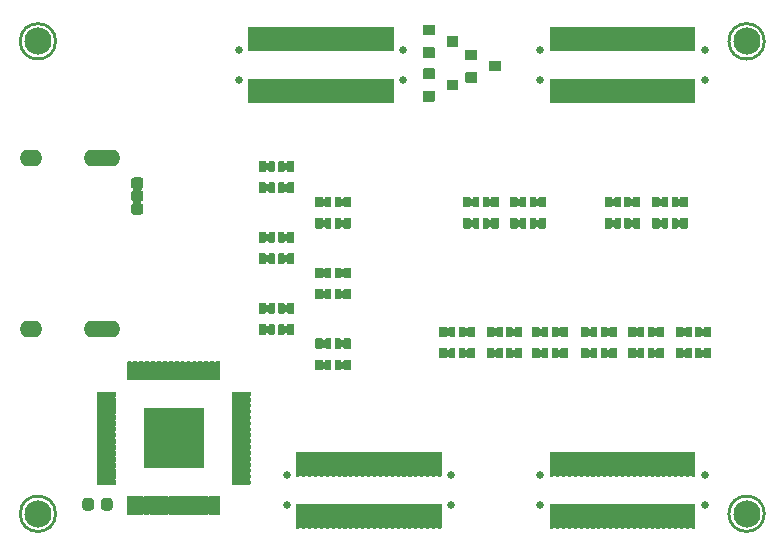
<source format=gbr>
G04 #@! TF.GenerationSoftware,KiCad,Pcbnew,(5.99.0-1662-g9db296991)*
G04 #@! TF.CreationDate,2020-06-19T13:25:48+05:30*
G04 #@! TF.ProjectId,Alchitry_IO_Shield,416c6368-6974-4727-995f-494f5f536869,rev?*
G04 #@! TF.SameCoordinates,Original*
G04 #@! TF.FileFunction,Soldermask,Bot*
G04 #@! TF.FilePolarity,Negative*
%FSLAX46Y46*%
G04 Gerber Fmt 4.6, Leading zero omitted, Abs format (unit mm)*
G04 Created by KiCad (PCBNEW (5.99.0-1662-g9db296991)) date 2020-06-19 13:25:48*
%MOMM*%
%LPD*%
G01*
G04 APERTURE LIST*
%ADD10C,0.254000*%
%ADD11O,3.102000X1.402000*%
%ADD12O,1.902000X1.402000*%
%ADD13C,0.652000*%
%ADD14C,2.302000*%
%ADD15C,0.602000*%
G04 APERTURE END LIST*
D10*
X16000000Y-14500000D02*
G75*
G03*
X16000000Y-14500000I-1500000J0D01*
G01*
X76000000Y-14500000D02*
G75*
G03*
X76000000Y-14500000I-1500000J0D01*
G01*
X16000000Y-54500000D02*
G75*
G03*
X16000000Y-54500000I-1500000J0D01*
G01*
X76000000Y-54500000D02*
G75*
G03*
X76000000Y-54500000I-1500000J0D01*
G01*
X16000000Y-14500000D02*
G75*
G03*
X16000000Y-14500000I-1500000J0D01*
G01*
X76000000Y-14500000D02*
G75*
G03*
X76000000Y-14500000I-1500000J0D01*
G01*
X16000000Y-54500000D02*
G75*
G03*
X16000000Y-54500000I-1500000J0D01*
G01*
X76000000Y-54500000D02*
G75*
G03*
X76000000Y-54500000I-1500000J0D01*
G01*
G36*
G01*
X49050000Y-39551000D02*
X48550000Y-39551000D01*
G75*
G02*
X48499000Y-39500000I0J51000D01*
G01*
X48499000Y-38700000D01*
G75*
G02*
X48550000Y-38649000I51000J0D01*
G01*
X49050000Y-38649000D01*
G75*
G02*
X49101000Y-38700000I0J-51000D01*
G01*
X49101000Y-39500000D01*
G75*
G02*
X49050000Y-39551000I-51000J0D01*
G01*
G37*
G36*
G01*
X49800000Y-39551000D02*
X49400000Y-39551000D01*
G75*
G02*
X49349000Y-39500000I0J51000D01*
G01*
X49349000Y-38700000D01*
G75*
G02*
X49400000Y-38649000I51000J0D01*
G01*
X49800000Y-38649000D01*
G75*
G02*
X49851000Y-38700000I0J-51000D01*
G01*
X49851000Y-39500000D01*
G75*
G02*
X49800000Y-39551000I-51000J0D01*
G01*
G37*
G36*
G01*
X51450000Y-39551000D02*
X50950000Y-39551000D01*
G75*
G02*
X50899000Y-39500000I0J51000D01*
G01*
X50899000Y-38700000D01*
G75*
G02*
X50950000Y-38649000I51000J0D01*
G01*
X51450000Y-38649000D01*
G75*
G02*
X51501000Y-38700000I0J-51000D01*
G01*
X51501000Y-39500000D01*
G75*
G02*
X51450000Y-39551000I-51000J0D01*
G01*
G37*
G36*
G01*
X50600000Y-39551000D02*
X50200000Y-39551000D01*
G75*
G02*
X50149000Y-39500000I0J51000D01*
G01*
X50149000Y-38700000D01*
G75*
G02*
X50200000Y-38649000I51000J0D01*
G01*
X50600000Y-38649000D01*
G75*
G02*
X50651000Y-38700000I0J-51000D01*
G01*
X50651000Y-39500000D01*
G75*
G02*
X50600000Y-39551000I-51000J0D01*
G01*
G37*
G36*
G01*
X49050000Y-41351000D02*
X48550000Y-41351000D01*
G75*
G02*
X48499000Y-41300000I0J51000D01*
G01*
X48499000Y-40500000D01*
G75*
G02*
X48550000Y-40449000I51000J0D01*
G01*
X49050000Y-40449000D01*
G75*
G02*
X49101000Y-40500000I0J-51000D01*
G01*
X49101000Y-41300000D01*
G75*
G02*
X49050000Y-41351000I-51000J0D01*
G01*
G37*
G36*
G01*
X50600000Y-41351000D02*
X50200000Y-41351000D01*
G75*
G02*
X50149000Y-41300000I0J51000D01*
G01*
X50149000Y-40500000D01*
G75*
G02*
X50200000Y-40449000I51000J0D01*
G01*
X50600000Y-40449000D01*
G75*
G02*
X50651000Y-40500000I0J-51000D01*
G01*
X50651000Y-41300000D01*
G75*
G02*
X50600000Y-41351000I-51000J0D01*
G01*
G37*
G36*
G01*
X49800000Y-41351000D02*
X49400000Y-41351000D01*
G75*
G02*
X49349000Y-41300000I0J51000D01*
G01*
X49349000Y-40500000D01*
G75*
G02*
X49400000Y-40449000I51000J0D01*
G01*
X49800000Y-40449000D01*
G75*
G02*
X49851000Y-40500000I0J-51000D01*
G01*
X49851000Y-41300000D01*
G75*
G02*
X49800000Y-41351000I-51000J0D01*
G01*
G37*
G36*
G01*
X51450000Y-41351000D02*
X50950000Y-41351000D01*
G75*
G02*
X50899000Y-41300000I0J51000D01*
G01*
X50899000Y-40500000D01*
G75*
G02*
X50950000Y-40449000I51000J0D01*
G01*
X51450000Y-40449000D01*
G75*
G02*
X51501000Y-40500000I0J-51000D01*
G01*
X51501000Y-41300000D01*
G75*
G02*
X51450000Y-41351000I-51000J0D01*
G01*
G37*
G36*
G01*
X53050000Y-39551000D02*
X52550000Y-39551000D01*
G75*
G02*
X52499000Y-39500000I0J51000D01*
G01*
X52499000Y-38700000D01*
G75*
G02*
X52550000Y-38649000I51000J0D01*
G01*
X53050000Y-38649000D01*
G75*
G02*
X53101000Y-38700000I0J-51000D01*
G01*
X53101000Y-39500000D01*
G75*
G02*
X53050000Y-39551000I-51000J0D01*
G01*
G37*
G36*
G01*
X53800000Y-39551000D02*
X53400000Y-39551000D01*
G75*
G02*
X53349000Y-39500000I0J51000D01*
G01*
X53349000Y-38700000D01*
G75*
G02*
X53400000Y-38649000I51000J0D01*
G01*
X53800000Y-38649000D01*
G75*
G02*
X53851000Y-38700000I0J-51000D01*
G01*
X53851000Y-39500000D01*
G75*
G02*
X53800000Y-39551000I-51000J0D01*
G01*
G37*
G36*
G01*
X55450000Y-39551000D02*
X54950000Y-39551000D01*
G75*
G02*
X54899000Y-39500000I0J51000D01*
G01*
X54899000Y-38700000D01*
G75*
G02*
X54950000Y-38649000I51000J0D01*
G01*
X55450000Y-38649000D01*
G75*
G02*
X55501000Y-38700000I0J-51000D01*
G01*
X55501000Y-39500000D01*
G75*
G02*
X55450000Y-39551000I-51000J0D01*
G01*
G37*
G36*
G01*
X54600000Y-39551000D02*
X54200000Y-39551000D01*
G75*
G02*
X54149000Y-39500000I0J51000D01*
G01*
X54149000Y-38700000D01*
G75*
G02*
X54200000Y-38649000I51000J0D01*
G01*
X54600000Y-38649000D01*
G75*
G02*
X54651000Y-38700000I0J-51000D01*
G01*
X54651000Y-39500000D01*
G75*
G02*
X54600000Y-39551000I-51000J0D01*
G01*
G37*
G36*
G01*
X53050000Y-41351000D02*
X52550000Y-41351000D01*
G75*
G02*
X52499000Y-41300000I0J51000D01*
G01*
X52499000Y-40500000D01*
G75*
G02*
X52550000Y-40449000I51000J0D01*
G01*
X53050000Y-40449000D01*
G75*
G02*
X53101000Y-40500000I0J-51000D01*
G01*
X53101000Y-41300000D01*
G75*
G02*
X53050000Y-41351000I-51000J0D01*
G01*
G37*
G36*
G01*
X54600000Y-41351000D02*
X54200000Y-41351000D01*
G75*
G02*
X54149000Y-41300000I0J51000D01*
G01*
X54149000Y-40500000D01*
G75*
G02*
X54200000Y-40449000I51000J0D01*
G01*
X54600000Y-40449000D01*
G75*
G02*
X54651000Y-40500000I0J-51000D01*
G01*
X54651000Y-41300000D01*
G75*
G02*
X54600000Y-41351000I-51000J0D01*
G01*
G37*
G36*
G01*
X53800000Y-41351000D02*
X53400000Y-41351000D01*
G75*
G02*
X53349000Y-41300000I0J51000D01*
G01*
X53349000Y-40500000D01*
G75*
G02*
X53400000Y-40449000I51000J0D01*
G01*
X53800000Y-40449000D01*
G75*
G02*
X53851000Y-40500000I0J-51000D01*
G01*
X53851000Y-41300000D01*
G75*
G02*
X53800000Y-41351000I-51000J0D01*
G01*
G37*
G36*
G01*
X55450000Y-41351000D02*
X54950000Y-41351000D01*
G75*
G02*
X54899000Y-41300000I0J51000D01*
G01*
X54899000Y-40500000D01*
G75*
G02*
X54950000Y-40449000I51000J0D01*
G01*
X55450000Y-40449000D01*
G75*
G02*
X55501000Y-40500000I0J-51000D01*
G01*
X55501000Y-41300000D01*
G75*
G02*
X55450000Y-41351000I-51000J0D01*
G01*
G37*
G36*
G01*
X56900000Y-39551000D02*
X56400000Y-39551000D01*
G75*
G02*
X56349000Y-39500000I0J51000D01*
G01*
X56349000Y-38700000D01*
G75*
G02*
X56400000Y-38649000I51000J0D01*
G01*
X56900000Y-38649000D01*
G75*
G02*
X56951000Y-38700000I0J-51000D01*
G01*
X56951000Y-39500000D01*
G75*
G02*
X56900000Y-39551000I-51000J0D01*
G01*
G37*
G36*
G01*
X57650000Y-39551000D02*
X57250000Y-39551000D01*
G75*
G02*
X57199000Y-39500000I0J51000D01*
G01*
X57199000Y-38700000D01*
G75*
G02*
X57250000Y-38649000I51000J0D01*
G01*
X57650000Y-38649000D01*
G75*
G02*
X57701000Y-38700000I0J-51000D01*
G01*
X57701000Y-39500000D01*
G75*
G02*
X57650000Y-39551000I-51000J0D01*
G01*
G37*
G36*
G01*
X59300000Y-39551000D02*
X58800000Y-39551000D01*
G75*
G02*
X58749000Y-39500000I0J51000D01*
G01*
X58749000Y-38700000D01*
G75*
G02*
X58800000Y-38649000I51000J0D01*
G01*
X59300000Y-38649000D01*
G75*
G02*
X59351000Y-38700000I0J-51000D01*
G01*
X59351000Y-39500000D01*
G75*
G02*
X59300000Y-39551000I-51000J0D01*
G01*
G37*
G36*
G01*
X58450000Y-39551000D02*
X58050000Y-39551000D01*
G75*
G02*
X57999000Y-39500000I0J51000D01*
G01*
X57999000Y-38700000D01*
G75*
G02*
X58050000Y-38649000I51000J0D01*
G01*
X58450000Y-38649000D01*
G75*
G02*
X58501000Y-38700000I0J-51000D01*
G01*
X58501000Y-39500000D01*
G75*
G02*
X58450000Y-39551000I-51000J0D01*
G01*
G37*
G36*
G01*
X56900000Y-41351000D02*
X56400000Y-41351000D01*
G75*
G02*
X56349000Y-41300000I0J51000D01*
G01*
X56349000Y-40500000D01*
G75*
G02*
X56400000Y-40449000I51000J0D01*
G01*
X56900000Y-40449000D01*
G75*
G02*
X56951000Y-40500000I0J-51000D01*
G01*
X56951000Y-41300000D01*
G75*
G02*
X56900000Y-41351000I-51000J0D01*
G01*
G37*
G36*
G01*
X58450000Y-41351000D02*
X58050000Y-41351000D01*
G75*
G02*
X57999000Y-41300000I0J51000D01*
G01*
X57999000Y-40500000D01*
G75*
G02*
X58050000Y-40449000I51000J0D01*
G01*
X58450000Y-40449000D01*
G75*
G02*
X58501000Y-40500000I0J-51000D01*
G01*
X58501000Y-41300000D01*
G75*
G02*
X58450000Y-41351000I-51000J0D01*
G01*
G37*
G36*
G01*
X57650000Y-41351000D02*
X57250000Y-41351000D01*
G75*
G02*
X57199000Y-41300000I0J51000D01*
G01*
X57199000Y-40500000D01*
G75*
G02*
X57250000Y-40449000I51000J0D01*
G01*
X57650000Y-40449000D01*
G75*
G02*
X57701000Y-40500000I0J-51000D01*
G01*
X57701000Y-41300000D01*
G75*
G02*
X57650000Y-41351000I-51000J0D01*
G01*
G37*
G36*
G01*
X59300000Y-41351000D02*
X58800000Y-41351000D01*
G75*
G02*
X58749000Y-41300000I0J51000D01*
G01*
X58749000Y-40500000D01*
G75*
G02*
X58800000Y-40449000I51000J0D01*
G01*
X59300000Y-40449000D01*
G75*
G02*
X59351000Y-40500000I0J-51000D01*
G01*
X59351000Y-41300000D01*
G75*
G02*
X59300000Y-41351000I-51000J0D01*
G01*
G37*
G36*
G01*
X65050000Y-39551000D02*
X64550000Y-39551000D01*
G75*
G02*
X64499000Y-39500000I0J51000D01*
G01*
X64499000Y-38700000D01*
G75*
G02*
X64550000Y-38649000I51000J0D01*
G01*
X65050000Y-38649000D01*
G75*
G02*
X65101000Y-38700000I0J-51000D01*
G01*
X65101000Y-39500000D01*
G75*
G02*
X65050000Y-39551000I-51000J0D01*
G01*
G37*
G36*
G01*
X65800000Y-39551000D02*
X65400000Y-39551000D01*
G75*
G02*
X65349000Y-39500000I0J51000D01*
G01*
X65349000Y-38700000D01*
G75*
G02*
X65400000Y-38649000I51000J0D01*
G01*
X65800000Y-38649000D01*
G75*
G02*
X65851000Y-38700000I0J-51000D01*
G01*
X65851000Y-39500000D01*
G75*
G02*
X65800000Y-39551000I-51000J0D01*
G01*
G37*
G36*
G01*
X67450000Y-39551000D02*
X66950000Y-39551000D01*
G75*
G02*
X66899000Y-39500000I0J51000D01*
G01*
X66899000Y-38700000D01*
G75*
G02*
X66950000Y-38649000I51000J0D01*
G01*
X67450000Y-38649000D01*
G75*
G02*
X67501000Y-38700000I0J-51000D01*
G01*
X67501000Y-39500000D01*
G75*
G02*
X67450000Y-39551000I-51000J0D01*
G01*
G37*
G36*
G01*
X66600000Y-39551000D02*
X66200000Y-39551000D01*
G75*
G02*
X66149000Y-39500000I0J51000D01*
G01*
X66149000Y-38700000D01*
G75*
G02*
X66200000Y-38649000I51000J0D01*
G01*
X66600000Y-38649000D01*
G75*
G02*
X66651000Y-38700000I0J-51000D01*
G01*
X66651000Y-39500000D01*
G75*
G02*
X66600000Y-39551000I-51000J0D01*
G01*
G37*
G36*
G01*
X65050000Y-41351000D02*
X64550000Y-41351000D01*
G75*
G02*
X64499000Y-41300000I0J51000D01*
G01*
X64499000Y-40500000D01*
G75*
G02*
X64550000Y-40449000I51000J0D01*
G01*
X65050000Y-40449000D01*
G75*
G02*
X65101000Y-40500000I0J-51000D01*
G01*
X65101000Y-41300000D01*
G75*
G02*
X65050000Y-41351000I-51000J0D01*
G01*
G37*
G36*
G01*
X66600000Y-41351000D02*
X66200000Y-41351000D01*
G75*
G02*
X66149000Y-41300000I0J51000D01*
G01*
X66149000Y-40500000D01*
G75*
G02*
X66200000Y-40449000I51000J0D01*
G01*
X66600000Y-40449000D01*
G75*
G02*
X66651000Y-40500000I0J-51000D01*
G01*
X66651000Y-41300000D01*
G75*
G02*
X66600000Y-41351000I-51000J0D01*
G01*
G37*
G36*
G01*
X65800000Y-41351000D02*
X65400000Y-41351000D01*
G75*
G02*
X65349000Y-41300000I0J51000D01*
G01*
X65349000Y-40500000D01*
G75*
G02*
X65400000Y-40449000I51000J0D01*
G01*
X65800000Y-40449000D01*
G75*
G02*
X65851000Y-40500000I0J-51000D01*
G01*
X65851000Y-41300000D01*
G75*
G02*
X65800000Y-41351000I-51000J0D01*
G01*
G37*
G36*
G01*
X67450000Y-41351000D02*
X66950000Y-41351000D01*
G75*
G02*
X66899000Y-41300000I0J51000D01*
G01*
X66899000Y-40500000D01*
G75*
G02*
X66950000Y-40449000I51000J0D01*
G01*
X67450000Y-40449000D01*
G75*
G02*
X67501000Y-40500000I0J-51000D01*
G01*
X67501000Y-41300000D01*
G75*
G02*
X67450000Y-41351000I-51000J0D01*
G01*
G37*
G36*
G01*
X61050000Y-39551000D02*
X60550000Y-39551000D01*
G75*
G02*
X60499000Y-39500000I0J51000D01*
G01*
X60499000Y-38700000D01*
G75*
G02*
X60550000Y-38649000I51000J0D01*
G01*
X61050000Y-38649000D01*
G75*
G02*
X61101000Y-38700000I0J-51000D01*
G01*
X61101000Y-39500000D01*
G75*
G02*
X61050000Y-39551000I-51000J0D01*
G01*
G37*
G36*
G01*
X61800000Y-39551000D02*
X61400000Y-39551000D01*
G75*
G02*
X61349000Y-39500000I0J51000D01*
G01*
X61349000Y-38700000D01*
G75*
G02*
X61400000Y-38649000I51000J0D01*
G01*
X61800000Y-38649000D01*
G75*
G02*
X61851000Y-38700000I0J-51000D01*
G01*
X61851000Y-39500000D01*
G75*
G02*
X61800000Y-39551000I-51000J0D01*
G01*
G37*
G36*
G01*
X63450000Y-39551000D02*
X62950000Y-39551000D01*
G75*
G02*
X62899000Y-39500000I0J51000D01*
G01*
X62899000Y-38700000D01*
G75*
G02*
X62950000Y-38649000I51000J0D01*
G01*
X63450000Y-38649000D01*
G75*
G02*
X63501000Y-38700000I0J-51000D01*
G01*
X63501000Y-39500000D01*
G75*
G02*
X63450000Y-39551000I-51000J0D01*
G01*
G37*
G36*
G01*
X62600000Y-39551000D02*
X62200000Y-39551000D01*
G75*
G02*
X62149000Y-39500000I0J51000D01*
G01*
X62149000Y-38700000D01*
G75*
G02*
X62200000Y-38649000I51000J0D01*
G01*
X62600000Y-38649000D01*
G75*
G02*
X62651000Y-38700000I0J-51000D01*
G01*
X62651000Y-39500000D01*
G75*
G02*
X62600000Y-39551000I-51000J0D01*
G01*
G37*
G36*
G01*
X61050000Y-41351000D02*
X60550000Y-41351000D01*
G75*
G02*
X60499000Y-41300000I0J51000D01*
G01*
X60499000Y-40500000D01*
G75*
G02*
X60550000Y-40449000I51000J0D01*
G01*
X61050000Y-40449000D01*
G75*
G02*
X61101000Y-40500000I0J-51000D01*
G01*
X61101000Y-41300000D01*
G75*
G02*
X61050000Y-41351000I-51000J0D01*
G01*
G37*
G36*
G01*
X62600000Y-41351000D02*
X62200000Y-41351000D01*
G75*
G02*
X62149000Y-41300000I0J51000D01*
G01*
X62149000Y-40500000D01*
G75*
G02*
X62200000Y-40449000I51000J0D01*
G01*
X62600000Y-40449000D01*
G75*
G02*
X62651000Y-40500000I0J-51000D01*
G01*
X62651000Y-41300000D01*
G75*
G02*
X62600000Y-41351000I-51000J0D01*
G01*
G37*
G36*
G01*
X61800000Y-41351000D02*
X61400000Y-41351000D01*
G75*
G02*
X61349000Y-41300000I0J51000D01*
G01*
X61349000Y-40500000D01*
G75*
G02*
X61400000Y-40449000I51000J0D01*
G01*
X61800000Y-40449000D01*
G75*
G02*
X61851000Y-40500000I0J-51000D01*
G01*
X61851000Y-41300000D01*
G75*
G02*
X61800000Y-41351000I-51000J0D01*
G01*
G37*
G36*
G01*
X63450000Y-41351000D02*
X62950000Y-41351000D01*
G75*
G02*
X62899000Y-41300000I0J51000D01*
G01*
X62899000Y-40500000D01*
G75*
G02*
X62950000Y-40449000I51000J0D01*
G01*
X63450000Y-40449000D01*
G75*
G02*
X63501000Y-40500000I0J-51000D01*
G01*
X63501000Y-41300000D01*
G75*
G02*
X63450000Y-41351000I-51000J0D01*
G01*
G37*
G36*
G01*
X69050000Y-39551000D02*
X68550000Y-39551000D01*
G75*
G02*
X68499000Y-39500000I0J51000D01*
G01*
X68499000Y-38700000D01*
G75*
G02*
X68550000Y-38649000I51000J0D01*
G01*
X69050000Y-38649000D01*
G75*
G02*
X69101000Y-38700000I0J-51000D01*
G01*
X69101000Y-39500000D01*
G75*
G02*
X69050000Y-39551000I-51000J0D01*
G01*
G37*
G36*
G01*
X69800000Y-39551000D02*
X69400000Y-39551000D01*
G75*
G02*
X69349000Y-39500000I0J51000D01*
G01*
X69349000Y-38700000D01*
G75*
G02*
X69400000Y-38649000I51000J0D01*
G01*
X69800000Y-38649000D01*
G75*
G02*
X69851000Y-38700000I0J-51000D01*
G01*
X69851000Y-39500000D01*
G75*
G02*
X69800000Y-39551000I-51000J0D01*
G01*
G37*
G36*
G01*
X71450000Y-39551000D02*
X70950000Y-39551000D01*
G75*
G02*
X70899000Y-39500000I0J51000D01*
G01*
X70899000Y-38700000D01*
G75*
G02*
X70950000Y-38649000I51000J0D01*
G01*
X71450000Y-38649000D01*
G75*
G02*
X71501000Y-38700000I0J-51000D01*
G01*
X71501000Y-39500000D01*
G75*
G02*
X71450000Y-39551000I-51000J0D01*
G01*
G37*
G36*
G01*
X70600000Y-39551000D02*
X70200000Y-39551000D01*
G75*
G02*
X70149000Y-39500000I0J51000D01*
G01*
X70149000Y-38700000D01*
G75*
G02*
X70200000Y-38649000I51000J0D01*
G01*
X70600000Y-38649000D01*
G75*
G02*
X70651000Y-38700000I0J-51000D01*
G01*
X70651000Y-39500000D01*
G75*
G02*
X70600000Y-39551000I-51000J0D01*
G01*
G37*
G36*
G01*
X69050000Y-41351000D02*
X68550000Y-41351000D01*
G75*
G02*
X68499000Y-41300000I0J51000D01*
G01*
X68499000Y-40500000D01*
G75*
G02*
X68550000Y-40449000I51000J0D01*
G01*
X69050000Y-40449000D01*
G75*
G02*
X69101000Y-40500000I0J-51000D01*
G01*
X69101000Y-41300000D01*
G75*
G02*
X69050000Y-41351000I-51000J0D01*
G01*
G37*
G36*
G01*
X70600000Y-41351000D02*
X70200000Y-41351000D01*
G75*
G02*
X70149000Y-41300000I0J51000D01*
G01*
X70149000Y-40500000D01*
G75*
G02*
X70200000Y-40449000I51000J0D01*
G01*
X70600000Y-40449000D01*
G75*
G02*
X70651000Y-40500000I0J-51000D01*
G01*
X70651000Y-41300000D01*
G75*
G02*
X70600000Y-41351000I-51000J0D01*
G01*
G37*
G36*
G01*
X69800000Y-41351000D02*
X69400000Y-41351000D01*
G75*
G02*
X69349000Y-41300000I0J51000D01*
G01*
X69349000Y-40500000D01*
G75*
G02*
X69400000Y-40449000I51000J0D01*
G01*
X69800000Y-40449000D01*
G75*
G02*
X69851000Y-40500000I0J-51000D01*
G01*
X69851000Y-41300000D01*
G75*
G02*
X69800000Y-41351000I-51000J0D01*
G01*
G37*
G36*
G01*
X71450000Y-41351000D02*
X70950000Y-41351000D01*
G75*
G02*
X70899000Y-41300000I0J51000D01*
G01*
X70899000Y-40500000D01*
G75*
G02*
X70950000Y-40449000I51000J0D01*
G01*
X71450000Y-40449000D01*
G75*
G02*
X71501000Y-40500000I0J-51000D01*
G01*
X71501000Y-41300000D01*
G75*
G02*
X71450000Y-41351000I-51000J0D01*
G01*
G37*
G36*
G01*
X49099000Y-18600000D02*
X49099000Y-17800000D01*
G75*
G02*
X49150000Y-17749000I51000J0D01*
G01*
X50050000Y-17749000D01*
G75*
G02*
X50101000Y-17800000I0J-51000D01*
G01*
X50101000Y-18600000D01*
G75*
G02*
X50050000Y-18651000I-51000J0D01*
G01*
X49150000Y-18651000D01*
G75*
G02*
X49099000Y-18600000I0J51000D01*
G01*
G37*
G36*
G01*
X47099000Y-17650000D02*
X47099000Y-16850000D01*
G75*
G02*
X47150000Y-16799000I51000J0D01*
G01*
X48050000Y-16799000D01*
G75*
G02*
X48101000Y-16850000I0J-51000D01*
G01*
X48101000Y-17650000D01*
G75*
G02*
X48050000Y-17701000I-51000J0D01*
G01*
X47150000Y-17701000D01*
G75*
G02*
X47099000Y-17650000I0J51000D01*
G01*
G37*
G36*
G01*
X47099000Y-19550000D02*
X47099000Y-18750000D01*
G75*
G02*
X47150000Y-18699000I51000J0D01*
G01*
X48050000Y-18699000D01*
G75*
G02*
X48101000Y-18750000I0J-51000D01*
G01*
X48101000Y-19550000D01*
G75*
G02*
X48050000Y-19601000I-51000J0D01*
G01*
X47150000Y-19601000D01*
G75*
G02*
X47099000Y-19550000I0J51000D01*
G01*
G37*
G36*
G01*
X52699000Y-17000000D02*
X52699000Y-16200000D01*
G75*
G02*
X52750000Y-16149000I51000J0D01*
G01*
X53650000Y-16149000D01*
G75*
G02*
X53701000Y-16200000I0J-51000D01*
G01*
X53701000Y-17000000D01*
G75*
G02*
X53650000Y-17051000I-51000J0D01*
G01*
X52750000Y-17051000D01*
G75*
G02*
X52699000Y-17000000I0J51000D01*
G01*
G37*
G36*
G01*
X50699000Y-16050000D02*
X50699000Y-15250000D01*
G75*
G02*
X50750000Y-15199000I51000J0D01*
G01*
X51650000Y-15199000D01*
G75*
G02*
X51701000Y-15250000I0J-51000D01*
G01*
X51701000Y-16050000D01*
G75*
G02*
X51650000Y-16101000I-51000J0D01*
G01*
X50750000Y-16101000D01*
G75*
G02*
X50699000Y-16050000I0J51000D01*
G01*
G37*
G36*
G01*
X50699000Y-17950000D02*
X50699000Y-17150000D01*
G75*
G02*
X50750000Y-17099000I51000J0D01*
G01*
X51650000Y-17099000D01*
G75*
G02*
X51701000Y-17150000I0J-51000D01*
G01*
X51701000Y-17950000D01*
G75*
G02*
X51650000Y-18001000I-51000J0D01*
G01*
X50750000Y-18001000D01*
G75*
G02*
X50699000Y-17950000I0J51000D01*
G01*
G37*
G36*
G01*
X49099000Y-14900000D02*
X49099000Y-14100000D01*
G75*
G02*
X49150000Y-14049000I51000J0D01*
G01*
X50050000Y-14049000D01*
G75*
G02*
X50101000Y-14100000I0J-51000D01*
G01*
X50101000Y-14900000D01*
G75*
G02*
X50050000Y-14951000I-51000J0D01*
G01*
X49150000Y-14951000D01*
G75*
G02*
X49099000Y-14900000I0J51000D01*
G01*
G37*
G36*
G01*
X47099000Y-13950000D02*
X47099000Y-13150000D01*
G75*
G02*
X47150000Y-13099000I51000J0D01*
G01*
X48050000Y-13099000D01*
G75*
G02*
X48101000Y-13150000I0J-51000D01*
G01*
X48101000Y-13950000D01*
G75*
G02*
X48050000Y-14001000I-51000J0D01*
G01*
X47150000Y-14001000D01*
G75*
G02*
X47099000Y-13950000I0J51000D01*
G01*
G37*
G36*
G01*
X47099000Y-15850000D02*
X47099000Y-15050000D01*
G75*
G02*
X47150000Y-14999000I51000J0D01*
G01*
X48050000Y-14999000D01*
G75*
G02*
X48101000Y-15050000I0J-51000D01*
G01*
X48101000Y-15850000D01*
G75*
G02*
X48050000Y-15901000I-51000J0D01*
G01*
X47150000Y-15901000D01*
G75*
G02*
X47099000Y-15850000I0J51000D01*
G01*
G37*
G36*
G01*
X22699000Y-27465500D02*
X22699000Y-26614500D01*
G75*
G02*
X22799500Y-26514000I100500J0D01*
G01*
X23000500Y-26514000D01*
G75*
G02*
X23101000Y-26614500I0J-100500D01*
G01*
X23101000Y-27465500D01*
G75*
G02*
X23000500Y-27566000I-100500J0D01*
G01*
X22799500Y-27566000D01*
G75*
G02*
X22699000Y-27465500I0J100500D01*
G01*
G37*
G36*
G01*
X23181750Y-29188500D02*
X22618250Y-29188500D01*
G75*
G02*
X22374000Y-28944250I0J244250D01*
G01*
X22374000Y-28455750D01*
G75*
G02*
X22618250Y-28211500I244250J0D01*
G01*
X23181750Y-28211500D01*
G75*
G02*
X23426000Y-28455750I0J-244250D01*
G01*
X23426000Y-28944250D01*
G75*
G02*
X23181750Y-29188500I-244250J0D01*
G01*
G37*
G36*
G01*
X22618250Y-26024000D02*
X23181750Y-26024000D01*
G75*
G02*
X23426000Y-26268250I0J-244250D01*
G01*
X23426000Y-26756750D01*
G75*
G02*
X23181750Y-27001000I-244250J0D01*
G01*
X22618250Y-27001000D01*
G75*
G02*
X22374000Y-26756750I0J244250D01*
G01*
X22374000Y-26268250D01*
G75*
G02*
X22618250Y-26024000I244250J0D01*
G01*
G37*
G36*
G01*
X22618250Y-27111500D02*
X23181750Y-27111500D01*
G75*
G02*
X23426000Y-27355750I0J-244250D01*
G01*
X23426000Y-27844250D01*
G75*
G02*
X23181750Y-28088500I-244250J0D01*
G01*
X22618250Y-28088500D01*
G75*
G02*
X22374000Y-27844250I0J244250D01*
G01*
X22374000Y-27355750D01*
G75*
G02*
X22618250Y-27111500I244250J0D01*
G01*
G37*
D11*
X19900000Y-38850000D03*
X19900000Y-24350000D03*
D12*
X13900000Y-24350000D03*
X13900000Y-38850000D03*
D13*
X49450000Y-51250000D03*
X35550000Y-51250000D03*
X70950000Y-15250000D03*
X31550000Y-15250000D03*
X57050000Y-15250000D03*
X45450000Y-15250000D03*
G36*
G01*
X40824000Y-55700000D02*
X40824000Y-53700000D01*
G75*
G02*
X40875000Y-53649000I51000J0D01*
G01*
X41125000Y-53649000D01*
G75*
G02*
X41176000Y-53700000I0J-51000D01*
G01*
X41176000Y-55700000D01*
G75*
G02*
X41125000Y-55751000I-51000J0D01*
G01*
X40875000Y-55751000D01*
G75*
G02*
X40824000Y-55700000I0J51000D01*
G01*
G37*
G36*
G01*
X41324000Y-55700000D02*
X41324000Y-53700000D01*
G75*
G02*
X41375000Y-53649000I51000J0D01*
G01*
X41625000Y-53649000D01*
G75*
G02*
X41676000Y-53700000I0J-51000D01*
G01*
X41676000Y-55700000D01*
G75*
G02*
X41625000Y-55751000I-51000J0D01*
G01*
X41375000Y-55751000D01*
G75*
G02*
X41324000Y-55700000I0J51000D01*
G01*
G37*
G36*
G01*
X43324000Y-55700000D02*
X43324000Y-53700000D01*
G75*
G02*
X43375000Y-53649000I51000J0D01*
G01*
X43625000Y-53649000D01*
G75*
G02*
X43676000Y-53700000I0J-51000D01*
G01*
X43676000Y-55700000D01*
G75*
G02*
X43625000Y-55751000I-51000J0D01*
G01*
X43375000Y-55751000D01*
G75*
G02*
X43324000Y-55700000I0J51000D01*
G01*
G37*
G36*
G01*
X69324000Y-55700000D02*
X69324000Y-53700000D01*
G75*
G02*
X69375000Y-53649000I51000J0D01*
G01*
X69625000Y-53649000D01*
G75*
G02*
X69676000Y-53700000I0J-51000D01*
G01*
X69676000Y-55700000D01*
G75*
G02*
X69625000Y-55751000I-51000J0D01*
G01*
X69375000Y-55751000D01*
G75*
G02*
X69324000Y-55700000I0J51000D01*
G01*
G37*
G36*
G01*
X43824000Y-55700000D02*
X43824000Y-53700000D01*
G75*
G02*
X43875000Y-53649000I51000J0D01*
G01*
X44125000Y-53649000D01*
G75*
G02*
X44176000Y-53700000I0J-51000D01*
G01*
X44176000Y-55700000D01*
G75*
G02*
X44125000Y-55751000I-51000J0D01*
G01*
X43875000Y-55751000D01*
G75*
G02*
X43824000Y-55700000I0J51000D01*
G01*
G37*
G36*
G01*
X42824000Y-55700000D02*
X42824000Y-53700000D01*
G75*
G02*
X42875000Y-53649000I51000J0D01*
G01*
X43125000Y-53649000D01*
G75*
G02*
X43176000Y-53700000I0J-51000D01*
G01*
X43176000Y-55700000D01*
G75*
G02*
X43125000Y-55751000I-51000J0D01*
G01*
X42875000Y-55751000D01*
G75*
G02*
X42824000Y-55700000I0J51000D01*
G01*
G37*
G36*
G01*
X65324000Y-55700000D02*
X65324000Y-53700000D01*
G75*
G02*
X65375000Y-53649000I51000J0D01*
G01*
X65625000Y-53649000D01*
G75*
G02*
X65676000Y-53700000I0J-51000D01*
G01*
X65676000Y-55700000D01*
G75*
G02*
X65625000Y-55751000I-51000J0D01*
G01*
X65375000Y-55751000D01*
G75*
G02*
X65324000Y-55700000I0J51000D01*
G01*
G37*
X57050000Y-53750000D03*
G36*
G01*
X65824000Y-55700000D02*
X65824000Y-53700000D01*
G75*
G02*
X65875000Y-53649000I51000J0D01*
G01*
X66125000Y-53649000D01*
G75*
G02*
X66176000Y-53700000I0J-51000D01*
G01*
X66176000Y-55700000D01*
G75*
G02*
X66125000Y-55751000I-51000J0D01*
G01*
X65875000Y-55751000D01*
G75*
G02*
X65824000Y-55700000I0J51000D01*
G01*
G37*
G36*
G01*
X41824000Y-55700000D02*
X41824000Y-53700000D01*
G75*
G02*
X41875000Y-53649000I51000J0D01*
G01*
X42125000Y-53649000D01*
G75*
G02*
X42176000Y-53700000I0J-51000D01*
G01*
X42176000Y-55700000D01*
G75*
G02*
X42125000Y-55751000I-51000J0D01*
G01*
X41875000Y-55751000D01*
G75*
G02*
X41824000Y-55700000I0J51000D01*
G01*
G37*
G36*
G01*
X42324000Y-51300000D02*
X42324000Y-49300000D01*
G75*
G02*
X42375000Y-49249000I51000J0D01*
G01*
X42625000Y-49249000D01*
G75*
G02*
X42676000Y-49300000I0J-51000D01*
G01*
X42676000Y-51300000D01*
G75*
G02*
X42625000Y-51351000I-51000J0D01*
G01*
X42375000Y-51351000D01*
G75*
G02*
X42324000Y-51300000I0J51000D01*
G01*
G37*
G36*
G01*
X69824000Y-55700000D02*
X69824000Y-53700000D01*
G75*
G02*
X69875000Y-53649000I51000J0D01*
G01*
X70125000Y-53649000D01*
G75*
G02*
X70176000Y-53700000I0J-51000D01*
G01*
X70176000Y-55700000D01*
G75*
G02*
X70125000Y-55751000I-51000J0D01*
G01*
X69875000Y-55751000D01*
G75*
G02*
X69824000Y-55700000I0J51000D01*
G01*
G37*
G36*
G01*
X45324000Y-51300000D02*
X45324000Y-49300000D01*
G75*
G02*
X45375000Y-49249000I51000J0D01*
G01*
X45625000Y-49249000D01*
G75*
G02*
X45676000Y-49300000I0J-51000D01*
G01*
X45676000Y-51300000D01*
G75*
G02*
X45625000Y-51351000I-51000J0D01*
G01*
X45375000Y-51351000D01*
G75*
G02*
X45324000Y-51300000I0J51000D01*
G01*
G37*
G36*
G01*
X36324000Y-51300000D02*
X36324000Y-49300000D01*
G75*
G02*
X36375000Y-49249000I51000J0D01*
G01*
X36625000Y-49249000D01*
G75*
G02*
X36676000Y-49300000I0J-51000D01*
G01*
X36676000Y-51300000D01*
G75*
G02*
X36625000Y-51351000I-51000J0D01*
G01*
X36375000Y-51351000D01*
G75*
G02*
X36324000Y-51300000I0J51000D01*
G01*
G37*
G36*
G01*
X40324000Y-51300000D02*
X40324000Y-49300000D01*
G75*
G02*
X40375000Y-49249000I51000J0D01*
G01*
X40625000Y-49249000D01*
G75*
G02*
X40676000Y-49300000I0J-51000D01*
G01*
X40676000Y-51300000D01*
G75*
G02*
X40625000Y-51351000I-51000J0D01*
G01*
X40375000Y-51351000D01*
G75*
G02*
X40324000Y-51300000I0J51000D01*
G01*
G37*
G36*
G01*
X37324000Y-51300000D02*
X37324000Y-49300000D01*
G75*
G02*
X37375000Y-49249000I51000J0D01*
G01*
X37625000Y-49249000D01*
G75*
G02*
X37676000Y-49300000I0J-51000D01*
G01*
X37676000Y-51300000D01*
G75*
G02*
X37625000Y-51351000I-51000J0D01*
G01*
X37375000Y-51351000D01*
G75*
G02*
X37324000Y-51300000I0J51000D01*
G01*
G37*
G36*
G01*
X41324000Y-51300000D02*
X41324000Y-49300000D01*
G75*
G02*
X41375000Y-49249000I51000J0D01*
G01*
X41625000Y-49249000D01*
G75*
G02*
X41676000Y-49300000I0J-51000D01*
G01*
X41676000Y-51300000D01*
G75*
G02*
X41625000Y-51351000I-51000J0D01*
G01*
X41375000Y-51351000D01*
G75*
G02*
X41324000Y-51300000I0J51000D01*
G01*
G37*
G36*
G01*
X46824000Y-51300000D02*
X46824000Y-49300000D01*
G75*
G02*
X46875000Y-49249000I51000J0D01*
G01*
X47125000Y-49249000D01*
G75*
G02*
X47176000Y-49300000I0J-51000D01*
G01*
X47176000Y-51300000D01*
G75*
G02*
X47125000Y-51351000I-51000J0D01*
G01*
X46875000Y-51351000D01*
G75*
G02*
X46824000Y-51300000I0J51000D01*
G01*
G37*
G36*
G01*
X38824000Y-51300000D02*
X38824000Y-49300000D01*
G75*
G02*
X38875000Y-49249000I51000J0D01*
G01*
X39125000Y-49249000D01*
G75*
G02*
X39176000Y-49300000I0J-51000D01*
G01*
X39176000Y-51300000D01*
G75*
G02*
X39125000Y-51351000I-51000J0D01*
G01*
X38875000Y-51351000D01*
G75*
G02*
X38824000Y-51300000I0J51000D01*
G01*
G37*
G36*
G01*
X37824000Y-51300000D02*
X37824000Y-49300000D01*
G75*
G02*
X37875000Y-49249000I51000J0D01*
G01*
X38125000Y-49249000D01*
G75*
G02*
X38176000Y-49300000I0J-51000D01*
G01*
X38176000Y-51300000D01*
G75*
G02*
X38125000Y-51351000I-51000J0D01*
G01*
X37875000Y-51351000D01*
G75*
G02*
X37824000Y-51300000I0J51000D01*
G01*
G37*
G36*
G01*
X40324000Y-55700000D02*
X40324000Y-53700000D01*
G75*
G02*
X40375000Y-53649000I51000J0D01*
G01*
X40625000Y-53649000D01*
G75*
G02*
X40676000Y-53700000I0J-51000D01*
G01*
X40676000Y-55700000D01*
G75*
G02*
X40625000Y-55751000I-51000J0D01*
G01*
X40375000Y-55751000D01*
G75*
G02*
X40324000Y-55700000I0J51000D01*
G01*
G37*
G36*
G01*
X39324000Y-55700000D02*
X39324000Y-53700000D01*
G75*
G02*
X39375000Y-53649000I51000J0D01*
G01*
X39625000Y-53649000D01*
G75*
G02*
X39676000Y-53700000I0J-51000D01*
G01*
X39676000Y-55700000D01*
G75*
G02*
X39625000Y-55751000I-51000J0D01*
G01*
X39375000Y-55751000D01*
G75*
G02*
X39324000Y-55700000I0J51000D01*
G01*
G37*
G36*
G01*
X37324000Y-55700000D02*
X37324000Y-53700000D01*
G75*
G02*
X37375000Y-53649000I51000J0D01*
G01*
X37625000Y-53649000D01*
G75*
G02*
X37676000Y-53700000I0J-51000D01*
G01*
X37676000Y-55700000D01*
G75*
G02*
X37625000Y-55751000I-51000J0D01*
G01*
X37375000Y-55751000D01*
G75*
G02*
X37324000Y-55700000I0J51000D01*
G01*
G37*
G36*
G01*
X66324000Y-55700000D02*
X66324000Y-53700000D01*
G75*
G02*
X66375000Y-53649000I51000J0D01*
G01*
X66625000Y-53649000D01*
G75*
G02*
X66676000Y-53700000I0J-51000D01*
G01*
X66676000Y-55700000D01*
G75*
G02*
X66625000Y-55751000I-51000J0D01*
G01*
X66375000Y-55751000D01*
G75*
G02*
X66324000Y-55700000I0J51000D01*
G01*
G37*
G36*
G01*
X66824000Y-55700000D02*
X66824000Y-53700000D01*
G75*
G02*
X66875000Y-53649000I51000J0D01*
G01*
X67125000Y-53649000D01*
G75*
G02*
X67176000Y-53700000I0J-51000D01*
G01*
X67176000Y-55700000D01*
G75*
G02*
X67125000Y-55751000I-51000J0D01*
G01*
X66875000Y-55751000D01*
G75*
G02*
X66824000Y-55700000I0J51000D01*
G01*
G37*
G36*
G01*
X67324000Y-55700000D02*
X67324000Y-53700000D01*
G75*
G02*
X67375000Y-53649000I51000J0D01*
G01*
X67625000Y-53649000D01*
G75*
G02*
X67676000Y-53700000I0J-51000D01*
G01*
X67676000Y-55700000D01*
G75*
G02*
X67625000Y-55751000I-51000J0D01*
G01*
X67375000Y-55751000D01*
G75*
G02*
X67324000Y-55700000I0J51000D01*
G01*
G37*
G36*
G01*
X67824000Y-55700000D02*
X67824000Y-53700000D01*
G75*
G02*
X67875000Y-53649000I51000J0D01*
G01*
X68125000Y-53649000D01*
G75*
G02*
X68176000Y-53700000I0J-51000D01*
G01*
X68176000Y-55700000D01*
G75*
G02*
X68125000Y-55751000I-51000J0D01*
G01*
X67875000Y-55751000D01*
G75*
G02*
X67824000Y-55700000I0J51000D01*
G01*
G37*
G36*
G01*
X68324000Y-55700000D02*
X68324000Y-53700000D01*
G75*
G02*
X68375000Y-53649000I51000J0D01*
G01*
X68625000Y-53649000D01*
G75*
G02*
X68676000Y-53700000I0J-51000D01*
G01*
X68676000Y-55700000D01*
G75*
G02*
X68625000Y-55751000I-51000J0D01*
G01*
X68375000Y-55751000D01*
G75*
G02*
X68324000Y-55700000I0J51000D01*
G01*
G37*
G36*
G01*
X39324000Y-51300000D02*
X39324000Y-49300000D01*
G75*
G02*
X39375000Y-49249000I51000J0D01*
G01*
X39625000Y-49249000D01*
G75*
G02*
X39676000Y-49300000I0J-51000D01*
G01*
X39676000Y-51300000D01*
G75*
G02*
X39625000Y-51351000I-51000J0D01*
G01*
X39375000Y-51351000D01*
G75*
G02*
X39324000Y-51300000I0J51000D01*
G01*
G37*
G36*
G01*
X42324000Y-55700000D02*
X42324000Y-53700000D01*
G75*
G02*
X42375000Y-53649000I51000J0D01*
G01*
X42625000Y-53649000D01*
G75*
G02*
X42676000Y-53700000I0J-51000D01*
G01*
X42676000Y-55700000D01*
G75*
G02*
X42625000Y-55751000I-51000J0D01*
G01*
X42375000Y-55751000D01*
G75*
G02*
X42324000Y-55700000I0J51000D01*
G01*
G37*
G36*
G01*
X68824000Y-55700000D02*
X68824000Y-53700000D01*
G75*
G02*
X68875000Y-53649000I51000J0D01*
G01*
X69125000Y-53649000D01*
G75*
G02*
X69176000Y-53700000I0J-51000D01*
G01*
X69176000Y-55700000D01*
G75*
G02*
X69125000Y-55751000I-51000J0D01*
G01*
X68875000Y-55751000D01*
G75*
G02*
X68824000Y-55700000I0J51000D01*
G01*
G37*
X70950000Y-53750000D03*
G36*
G01*
X42824000Y-51300000D02*
X42824000Y-49300000D01*
G75*
G02*
X42875000Y-49249000I51000J0D01*
G01*
X43125000Y-49249000D01*
G75*
G02*
X43176000Y-49300000I0J-51000D01*
G01*
X43176000Y-51300000D01*
G75*
G02*
X43125000Y-51351000I-51000J0D01*
G01*
X42875000Y-51351000D01*
G75*
G02*
X42824000Y-51300000I0J51000D01*
G01*
G37*
G36*
G01*
X36324000Y-55700000D02*
X36324000Y-53700000D01*
G75*
G02*
X36375000Y-53649000I51000J0D01*
G01*
X36625000Y-53649000D01*
G75*
G02*
X36676000Y-53700000I0J-51000D01*
G01*
X36676000Y-55700000D01*
G75*
G02*
X36625000Y-55751000I-51000J0D01*
G01*
X36375000Y-55751000D01*
G75*
G02*
X36324000Y-55700000I0J51000D01*
G01*
G37*
G36*
G01*
X43824000Y-51300000D02*
X43824000Y-49300000D01*
G75*
G02*
X43875000Y-49249000I51000J0D01*
G01*
X44125000Y-49249000D01*
G75*
G02*
X44176000Y-49300000I0J-51000D01*
G01*
X44176000Y-51300000D01*
G75*
G02*
X44125000Y-51351000I-51000J0D01*
G01*
X43875000Y-51351000D01*
G75*
G02*
X43824000Y-51300000I0J51000D01*
G01*
G37*
G36*
G01*
X47824000Y-51300000D02*
X47824000Y-49300000D01*
G75*
G02*
X47875000Y-49249000I51000J0D01*
G01*
X48125000Y-49249000D01*
G75*
G02*
X48176000Y-49300000I0J-51000D01*
G01*
X48176000Y-51300000D01*
G75*
G02*
X48125000Y-51351000I-51000J0D01*
G01*
X47875000Y-51351000D01*
G75*
G02*
X47824000Y-51300000I0J51000D01*
G01*
G37*
G36*
G01*
X44324000Y-51300000D02*
X44324000Y-49300000D01*
G75*
G02*
X44375000Y-49249000I51000J0D01*
G01*
X44625000Y-49249000D01*
G75*
G02*
X44676000Y-49300000I0J-51000D01*
G01*
X44676000Y-51300000D01*
G75*
G02*
X44625000Y-51351000I-51000J0D01*
G01*
X44375000Y-51351000D01*
G75*
G02*
X44324000Y-51300000I0J51000D01*
G01*
G37*
G36*
G01*
X39824000Y-55700000D02*
X39824000Y-53700000D01*
G75*
G02*
X39875000Y-53649000I51000J0D01*
G01*
X40125000Y-53649000D01*
G75*
G02*
X40176000Y-53700000I0J-51000D01*
G01*
X40176000Y-55700000D01*
G75*
G02*
X40125000Y-55751000I-51000J0D01*
G01*
X39875000Y-55751000D01*
G75*
G02*
X39824000Y-55700000I0J51000D01*
G01*
G37*
G36*
G01*
X44824000Y-55700000D02*
X44824000Y-53700000D01*
G75*
G02*
X44875000Y-53649000I51000J0D01*
G01*
X45125000Y-53649000D01*
G75*
G02*
X45176000Y-53700000I0J-51000D01*
G01*
X45176000Y-55700000D01*
G75*
G02*
X45125000Y-55751000I-51000J0D01*
G01*
X44875000Y-55751000D01*
G75*
G02*
X44824000Y-55700000I0J51000D01*
G01*
G37*
G36*
G01*
X44824000Y-51300000D02*
X44824000Y-49300000D01*
G75*
G02*
X44875000Y-49249000I51000J0D01*
G01*
X45125000Y-49249000D01*
G75*
G02*
X45176000Y-49300000I0J-51000D01*
G01*
X45176000Y-51300000D01*
G75*
G02*
X45125000Y-51351000I-51000J0D01*
G01*
X44875000Y-51351000D01*
G75*
G02*
X44824000Y-51300000I0J51000D01*
G01*
G37*
G36*
G01*
X45824000Y-51300000D02*
X45824000Y-49300000D01*
G75*
G02*
X45875000Y-49249000I51000J0D01*
G01*
X46125000Y-49249000D01*
G75*
G02*
X46176000Y-49300000I0J-51000D01*
G01*
X46176000Y-51300000D01*
G75*
G02*
X46125000Y-51351000I-51000J0D01*
G01*
X45875000Y-51351000D01*
G75*
G02*
X45824000Y-51300000I0J51000D01*
G01*
G37*
G36*
G01*
X46324000Y-51300000D02*
X46324000Y-49300000D01*
G75*
G02*
X46375000Y-49249000I51000J0D01*
G01*
X46625000Y-49249000D01*
G75*
G02*
X46676000Y-49300000I0J-51000D01*
G01*
X46676000Y-51300000D01*
G75*
G02*
X46625000Y-51351000I-51000J0D01*
G01*
X46375000Y-51351000D01*
G75*
G02*
X46324000Y-51300000I0J51000D01*
G01*
G37*
G36*
G01*
X44324000Y-55700000D02*
X44324000Y-53700000D01*
G75*
G02*
X44375000Y-53649000I51000J0D01*
G01*
X44625000Y-53649000D01*
G75*
G02*
X44676000Y-53700000I0J-51000D01*
G01*
X44676000Y-55700000D01*
G75*
G02*
X44625000Y-55751000I-51000J0D01*
G01*
X44375000Y-55751000D01*
G75*
G02*
X44324000Y-55700000I0J51000D01*
G01*
G37*
G36*
G01*
X45824000Y-55700000D02*
X45824000Y-53700000D01*
G75*
G02*
X45875000Y-53649000I51000J0D01*
G01*
X46125000Y-53649000D01*
G75*
G02*
X46176000Y-53700000I0J-51000D01*
G01*
X46176000Y-55700000D01*
G75*
G02*
X46125000Y-55751000I-51000J0D01*
G01*
X45875000Y-55751000D01*
G75*
G02*
X45824000Y-55700000I0J51000D01*
G01*
G37*
G36*
G01*
X41824000Y-51300000D02*
X41824000Y-49300000D01*
G75*
G02*
X41875000Y-49249000I51000J0D01*
G01*
X42125000Y-49249000D01*
G75*
G02*
X42176000Y-49300000I0J-51000D01*
G01*
X42176000Y-51300000D01*
G75*
G02*
X42125000Y-51351000I-51000J0D01*
G01*
X41875000Y-51351000D01*
G75*
G02*
X41824000Y-51300000I0J51000D01*
G01*
G37*
G36*
G01*
X40824000Y-51300000D02*
X40824000Y-49300000D01*
G75*
G02*
X40875000Y-49249000I51000J0D01*
G01*
X41125000Y-49249000D01*
G75*
G02*
X41176000Y-49300000I0J-51000D01*
G01*
X41176000Y-51300000D01*
G75*
G02*
X41125000Y-51351000I-51000J0D01*
G01*
X40875000Y-51351000D01*
G75*
G02*
X40824000Y-51300000I0J51000D01*
G01*
G37*
G36*
G01*
X38324000Y-51300000D02*
X38324000Y-49300000D01*
G75*
G02*
X38375000Y-49249000I51000J0D01*
G01*
X38625000Y-49249000D01*
G75*
G02*
X38676000Y-49300000I0J-51000D01*
G01*
X38676000Y-51300000D01*
G75*
G02*
X38625000Y-51351000I-51000J0D01*
G01*
X38375000Y-51351000D01*
G75*
G02*
X38324000Y-51300000I0J51000D01*
G01*
G37*
G36*
G01*
X36824000Y-55700000D02*
X36824000Y-53700000D01*
G75*
G02*
X36875000Y-53649000I51000J0D01*
G01*
X37125000Y-53649000D01*
G75*
G02*
X37176000Y-53700000I0J-51000D01*
G01*
X37176000Y-55700000D01*
G75*
G02*
X37125000Y-55751000I-51000J0D01*
G01*
X36875000Y-55751000D01*
G75*
G02*
X36824000Y-55700000I0J51000D01*
G01*
G37*
G36*
G01*
X47324000Y-51300000D02*
X47324000Y-49300000D01*
G75*
G02*
X47375000Y-49249000I51000J0D01*
G01*
X47625000Y-49249000D01*
G75*
G02*
X47676000Y-49300000I0J-51000D01*
G01*
X47676000Y-51300000D01*
G75*
G02*
X47625000Y-51351000I-51000J0D01*
G01*
X47375000Y-51351000D01*
G75*
G02*
X47324000Y-51300000I0J51000D01*
G01*
G37*
G36*
G01*
X48324000Y-51300000D02*
X48324000Y-49300000D01*
G75*
G02*
X48375000Y-49249000I51000J0D01*
G01*
X48625000Y-49249000D01*
G75*
G02*
X48676000Y-49300000I0J-51000D01*
G01*
X48676000Y-51300000D01*
G75*
G02*
X48625000Y-51351000I-51000J0D01*
G01*
X48375000Y-51351000D01*
G75*
G02*
X48324000Y-51300000I0J51000D01*
G01*
G37*
G36*
G01*
X45324000Y-55700000D02*
X45324000Y-53700000D01*
G75*
G02*
X45375000Y-53649000I51000J0D01*
G01*
X45625000Y-53649000D01*
G75*
G02*
X45676000Y-53700000I0J-51000D01*
G01*
X45676000Y-55700000D01*
G75*
G02*
X45625000Y-55751000I-51000J0D01*
G01*
X45375000Y-55751000D01*
G75*
G02*
X45324000Y-55700000I0J51000D01*
G01*
G37*
G36*
G01*
X39824000Y-51300000D02*
X39824000Y-49300000D01*
G75*
G02*
X39875000Y-49249000I51000J0D01*
G01*
X40125000Y-49249000D01*
G75*
G02*
X40176000Y-49300000I0J-51000D01*
G01*
X40176000Y-51300000D01*
G75*
G02*
X40125000Y-51351000I-51000J0D01*
G01*
X39875000Y-51351000D01*
G75*
G02*
X39824000Y-51300000I0J51000D01*
G01*
G37*
G36*
G01*
X36824000Y-51300000D02*
X36824000Y-49300000D01*
G75*
G02*
X36875000Y-49249000I51000J0D01*
G01*
X37125000Y-49249000D01*
G75*
G02*
X37176000Y-49300000I0J-51000D01*
G01*
X37176000Y-51300000D01*
G75*
G02*
X37125000Y-51351000I-51000J0D01*
G01*
X36875000Y-51351000D01*
G75*
G02*
X36824000Y-51300000I0J51000D01*
G01*
G37*
G36*
G01*
X38824000Y-55700000D02*
X38824000Y-53700000D01*
G75*
G02*
X38875000Y-53649000I51000J0D01*
G01*
X39125000Y-53649000D01*
G75*
G02*
X39176000Y-53700000I0J-51000D01*
G01*
X39176000Y-55700000D01*
G75*
G02*
X39125000Y-55751000I-51000J0D01*
G01*
X38875000Y-55751000D01*
G75*
G02*
X38824000Y-55700000I0J51000D01*
G01*
G37*
G36*
G01*
X37824000Y-55700000D02*
X37824000Y-53700000D01*
G75*
G02*
X37875000Y-53649000I51000J0D01*
G01*
X38125000Y-53649000D01*
G75*
G02*
X38176000Y-53700000I0J-51000D01*
G01*
X38176000Y-55700000D01*
G75*
G02*
X38125000Y-55751000I-51000J0D01*
G01*
X37875000Y-55751000D01*
G75*
G02*
X37824000Y-55700000I0J51000D01*
G01*
G37*
G36*
G01*
X64824000Y-55700000D02*
X64824000Y-53700000D01*
G75*
G02*
X64875000Y-53649000I51000J0D01*
G01*
X65125000Y-53649000D01*
G75*
G02*
X65176000Y-53700000I0J-51000D01*
G01*
X65176000Y-55700000D01*
G75*
G02*
X65125000Y-55751000I-51000J0D01*
G01*
X64875000Y-55751000D01*
G75*
G02*
X64824000Y-55700000I0J51000D01*
G01*
G37*
G36*
G01*
X38324000Y-55700000D02*
X38324000Y-53700000D01*
G75*
G02*
X38375000Y-53649000I51000J0D01*
G01*
X38625000Y-53649000D01*
G75*
G02*
X38676000Y-53700000I0J-51000D01*
G01*
X38676000Y-55700000D01*
G75*
G02*
X38625000Y-55751000I-51000J0D01*
G01*
X38375000Y-55751000D01*
G75*
G02*
X38324000Y-55700000I0J51000D01*
G01*
G37*
G36*
G01*
X43324000Y-51300000D02*
X43324000Y-49300000D01*
G75*
G02*
X43375000Y-49249000I51000J0D01*
G01*
X43625000Y-49249000D01*
G75*
G02*
X43676000Y-49300000I0J-51000D01*
G01*
X43676000Y-51300000D01*
G75*
G02*
X43625000Y-51351000I-51000J0D01*
G01*
X43375000Y-51351000D01*
G75*
G02*
X43324000Y-51300000I0J51000D01*
G01*
G37*
X70950000Y-51250000D03*
G36*
G01*
X46324000Y-55700000D02*
X46324000Y-53700000D01*
G75*
G02*
X46375000Y-53649000I51000J0D01*
G01*
X46625000Y-53649000D01*
G75*
G02*
X46676000Y-53700000I0J-51000D01*
G01*
X46676000Y-55700000D01*
G75*
G02*
X46625000Y-55751000I-51000J0D01*
G01*
X46375000Y-55751000D01*
G75*
G02*
X46324000Y-55700000I0J51000D01*
G01*
G37*
G36*
G01*
X46824000Y-55700000D02*
X46824000Y-53700000D01*
G75*
G02*
X46875000Y-53649000I51000J0D01*
G01*
X47125000Y-53649000D01*
G75*
G02*
X47176000Y-53700000I0J-51000D01*
G01*
X47176000Y-55700000D01*
G75*
G02*
X47125000Y-55751000I-51000J0D01*
G01*
X46875000Y-55751000D01*
G75*
G02*
X46824000Y-55700000I0J51000D01*
G01*
G37*
G36*
G01*
X47324000Y-55700000D02*
X47324000Y-53700000D01*
G75*
G02*
X47375000Y-53649000I51000J0D01*
G01*
X47625000Y-53649000D01*
G75*
G02*
X47676000Y-53700000I0J-51000D01*
G01*
X47676000Y-55700000D01*
G75*
G02*
X47625000Y-55751000I-51000J0D01*
G01*
X47375000Y-55751000D01*
G75*
G02*
X47324000Y-55700000I0J51000D01*
G01*
G37*
G36*
G01*
X47824000Y-55700000D02*
X47824000Y-53700000D01*
G75*
G02*
X47875000Y-53649000I51000J0D01*
G01*
X48125000Y-53649000D01*
G75*
G02*
X48176000Y-53700000I0J-51000D01*
G01*
X48176000Y-55700000D01*
G75*
G02*
X48125000Y-55751000I-51000J0D01*
G01*
X47875000Y-55751000D01*
G75*
G02*
X47824000Y-55700000I0J51000D01*
G01*
G37*
X57050000Y-51250000D03*
G36*
G01*
X48324000Y-55700000D02*
X48324000Y-53700000D01*
G75*
G02*
X48375000Y-53649000I51000J0D01*
G01*
X48625000Y-53649000D01*
G75*
G02*
X48676000Y-53700000I0J-51000D01*
G01*
X48676000Y-55700000D01*
G75*
G02*
X48625000Y-55751000I-51000J0D01*
G01*
X48375000Y-55751000D01*
G75*
G02*
X48324000Y-55700000I0J51000D01*
G01*
G37*
X49450000Y-53750000D03*
X35550000Y-53750000D03*
G36*
G01*
X69324000Y-51300000D02*
X69324000Y-49300000D01*
G75*
G02*
X69375000Y-49249000I51000J0D01*
G01*
X69625000Y-49249000D01*
G75*
G02*
X69676000Y-49300000I0J-51000D01*
G01*
X69676000Y-51300000D01*
G75*
G02*
X69625000Y-51351000I-51000J0D01*
G01*
X69375000Y-51351000D01*
G75*
G02*
X69324000Y-51300000I0J51000D01*
G01*
G37*
G36*
G01*
X63324000Y-51300000D02*
X63324000Y-49300000D01*
G75*
G02*
X63375000Y-49249000I51000J0D01*
G01*
X63625000Y-49249000D01*
G75*
G02*
X63676000Y-49300000I0J-51000D01*
G01*
X63676000Y-51300000D01*
G75*
G02*
X63625000Y-51351000I-51000J0D01*
G01*
X63375000Y-51351000D01*
G75*
G02*
X63324000Y-51300000I0J51000D01*
G01*
G37*
G36*
G01*
X68824000Y-51300000D02*
X68824000Y-49300000D01*
G75*
G02*
X68875000Y-49249000I51000J0D01*
G01*
X69125000Y-49249000D01*
G75*
G02*
X69176000Y-49300000I0J-51000D01*
G01*
X69176000Y-51300000D01*
G75*
G02*
X69125000Y-51351000I-51000J0D01*
G01*
X68875000Y-51351000D01*
G75*
G02*
X68824000Y-51300000I0J51000D01*
G01*
G37*
G36*
G01*
X69824000Y-51300000D02*
X69824000Y-49300000D01*
G75*
G02*
X69875000Y-49249000I51000J0D01*
G01*
X70125000Y-49249000D01*
G75*
G02*
X70176000Y-49300000I0J-51000D01*
G01*
X70176000Y-51300000D01*
G75*
G02*
X70125000Y-51351000I-51000J0D01*
G01*
X69875000Y-51351000D01*
G75*
G02*
X69824000Y-51300000I0J51000D01*
G01*
G37*
G36*
G01*
X68324000Y-51300000D02*
X68324000Y-49300000D01*
G75*
G02*
X68375000Y-49249000I51000J0D01*
G01*
X68625000Y-49249000D01*
G75*
G02*
X68676000Y-49300000I0J-51000D01*
G01*
X68676000Y-51300000D01*
G75*
G02*
X68625000Y-51351000I-51000J0D01*
G01*
X68375000Y-51351000D01*
G75*
G02*
X68324000Y-51300000I0J51000D01*
G01*
G37*
G36*
G01*
X61324000Y-15300000D02*
X61324000Y-13300000D01*
G75*
G02*
X61375000Y-13249000I51000J0D01*
G01*
X61625000Y-13249000D01*
G75*
G02*
X61676000Y-13300000I0J-51000D01*
G01*
X61676000Y-15300000D01*
G75*
G02*
X61625000Y-15351000I-51000J0D01*
G01*
X61375000Y-15351000D01*
G75*
G02*
X61324000Y-15300000I0J51000D01*
G01*
G37*
G36*
G01*
X63824000Y-19700000D02*
X63824000Y-17700000D01*
G75*
G02*
X63875000Y-17649000I51000J0D01*
G01*
X64125000Y-17649000D01*
G75*
G02*
X64176000Y-17700000I0J-51000D01*
G01*
X64176000Y-19700000D01*
G75*
G02*
X64125000Y-19751000I-51000J0D01*
G01*
X63875000Y-19751000D01*
G75*
G02*
X63824000Y-19700000I0J51000D01*
G01*
G37*
G36*
G01*
X65324000Y-15300000D02*
X65324000Y-13300000D01*
G75*
G02*
X65375000Y-13249000I51000J0D01*
G01*
X65625000Y-13249000D01*
G75*
G02*
X65676000Y-13300000I0J-51000D01*
G01*
X65676000Y-15300000D01*
G75*
G02*
X65625000Y-15351000I-51000J0D01*
G01*
X65375000Y-15351000D01*
G75*
G02*
X65324000Y-15300000I0J51000D01*
G01*
G37*
G36*
G01*
X63324000Y-15300000D02*
X63324000Y-13300000D01*
G75*
G02*
X63375000Y-13249000I51000J0D01*
G01*
X63625000Y-13249000D01*
G75*
G02*
X63676000Y-13300000I0J-51000D01*
G01*
X63676000Y-15300000D01*
G75*
G02*
X63625000Y-15351000I-51000J0D01*
G01*
X63375000Y-15351000D01*
G75*
G02*
X63324000Y-15300000I0J51000D01*
G01*
G37*
G36*
G01*
X62824000Y-15300000D02*
X62824000Y-13300000D01*
G75*
G02*
X62875000Y-13249000I51000J0D01*
G01*
X63125000Y-13249000D01*
G75*
G02*
X63176000Y-13300000I0J-51000D01*
G01*
X63176000Y-15300000D01*
G75*
G02*
X63125000Y-15351000I-51000J0D01*
G01*
X62875000Y-15351000D01*
G75*
G02*
X62824000Y-15300000I0J51000D01*
G01*
G37*
G36*
G01*
X59824000Y-15300000D02*
X59824000Y-13300000D01*
G75*
G02*
X59875000Y-13249000I51000J0D01*
G01*
X60125000Y-13249000D01*
G75*
G02*
X60176000Y-13300000I0J-51000D01*
G01*
X60176000Y-15300000D01*
G75*
G02*
X60125000Y-15351000I-51000J0D01*
G01*
X59875000Y-15351000D01*
G75*
G02*
X59824000Y-15300000I0J51000D01*
G01*
G37*
G36*
G01*
X66824000Y-15300000D02*
X66824000Y-13300000D01*
G75*
G02*
X66875000Y-13249000I51000J0D01*
G01*
X67125000Y-13249000D01*
G75*
G02*
X67176000Y-13300000I0J-51000D01*
G01*
X67176000Y-15300000D01*
G75*
G02*
X67125000Y-15351000I-51000J0D01*
G01*
X66875000Y-15351000D01*
G75*
G02*
X66824000Y-15300000I0J51000D01*
G01*
G37*
G36*
G01*
X61824000Y-19700000D02*
X61824000Y-17700000D01*
G75*
G02*
X61875000Y-17649000I51000J0D01*
G01*
X62125000Y-17649000D01*
G75*
G02*
X62176000Y-17700000I0J-51000D01*
G01*
X62176000Y-19700000D01*
G75*
G02*
X62125000Y-19751000I-51000J0D01*
G01*
X61875000Y-19751000D01*
G75*
G02*
X61824000Y-19700000I0J51000D01*
G01*
G37*
G36*
G01*
X67824000Y-19700000D02*
X67824000Y-17700000D01*
G75*
G02*
X67875000Y-17649000I51000J0D01*
G01*
X68125000Y-17649000D01*
G75*
G02*
X68176000Y-17700000I0J-51000D01*
G01*
X68176000Y-19700000D01*
G75*
G02*
X68125000Y-19751000I-51000J0D01*
G01*
X67875000Y-19751000D01*
G75*
G02*
X67824000Y-19700000I0J51000D01*
G01*
G37*
G36*
G01*
X57824000Y-19700000D02*
X57824000Y-17700000D01*
G75*
G02*
X57875000Y-17649000I51000J0D01*
G01*
X58125000Y-17649000D01*
G75*
G02*
X58176000Y-17700000I0J-51000D01*
G01*
X58176000Y-19700000D01*
G75*
G02*
X58125000Y-19751000I-51000J0D01*
G01*
X57875000Y-19751000D01*
G75*
G02*
X57824000Y-19700000I0J51000D01*
G01*
G37*
G36*
G01*
X60324000Y-19700000D02*
X60324000Y-17700000D01*
G75*
G02*
X60375000Y-17649000I51000J0D01*
G01*
X60625000Y-17649000D01*
G75*
G02*
X60676000Y-17700000I0J-51000D01*
G01*
X60676000Y-19700000D01*
G75*
G02*
X60625000Y-19751000I-51000J0D01*
G01*
X60375000Y-19751000D01*
G75*
G02*
X60324000Y-19700000I0J51000D01*
G01*
G37*
G36*
G01*
X67824000Y-15300000D02*
X67824000Y-13300000D01*
G75*
G02*
X67875000Y-13249000I51000J0D01*
G01*
X68125000Y-13249000D01*
G75*
G02*
X68176000Y-13300000I0J-51000D01*
G01*
X68176000Y-15300000D01*
G75*
G02*
X68125000Y-15351000I-51000J0D01*
G01*
X67875000Y-15351000D01*
G75*
G02*
X67824000Y-15300000I0J51000D01*
G01*
G37*
G36*
G01*
X66824000Y-19700000D02*
X66824000Y-17700000D01*
G75*
G02*
X66875000Y-17649000I51000J0D01*
G01*
X67125000Y-17649000D01*
G75*
G02*
X67176000Y-17700000I0J-51000D01*
G01*
X67176000Y-19700000D01*
G75*
G02*
X67125000Y-19751000I-51000J0D01*
G01*
X66875000Y-19751000D01*
G75*
G02*
X66824000Y-19700000I0J51000D01*
G01*
G37*
G36*
G01*
X69324000Y-15300000D02*
X69324000Y-13300000D01*
G75*
G02*
X69375000Y-13249000I51000J0D01*
G01*
X69625000Y-13249000D01*
G75*
G02*
X69676000Y-13300000I0J-51000D01*
G01*
X69676000Y-15300000D01*
G75*
G02*
X69625000Y-15351000I-51000J0D01*
G01*
X69375000Y-15351000D01*
G75*
G02*
X69324000Y-15300000I0J51000D01*
G01*
G37*
G36*
G01*
X65824000Y-15300000D02*
X65824000Y-13300000D01*
G75*
G02*
X65875000Y-13249000I51000J0D01*
G01*
X66125000Y-13249000D01*
G75*
G02*
X66176000Y-13300000I0J-51000D01*
G01*
X66176000Y-15300000D01*
G75*
G02*
X66125000Y-15351000I-51000J0D01*
G01*
X65875000Y-15351000D01*
G75*
G02*
X65824000Y-15300000I0J51000D01*
G01*
G37*
G36*
G01*
X65824000Y-19700000D02*
X65824000Y-17700000D01*
G75*
G02*
X65875000Y-17649000I51000J0D01*
G01*
X66125000Y-17649000D01*
G75*
G02*
X66176000Y-17700000I0J-51000D01*
G01*
X66176000Y-19700000D01*
G75*
G02*
X66125000Y-19751000I-51000J0D01*
G01*
X65875000Y-19751000D01*
G75*
G02*
X65824000Y-19700000I0J51000D01*
G01*
G37*
D14*
X14500000Y-54500000D03*
G36*
G01*
X63824000Y-15300000D02*
X63824000Y-13300000D01*
G75*
G02*
X63875000Y-13249000I51000J0D01*
G01*
X64125000Y-13249000D01*
G75*
G02*
X64176000Y-13300000I0J-51000D01*
G01*
X64176000Y-15300000D01*
G75*
G02*
X64125000Y-15351000I-51000J0D01*
G01*
X63875000Y-15351000D01*
G75*
G02*
X63824000Y-15300000I0J51000D01*
G01*
G37*
G36*
G01*
X66324000Y-15300000D02*
X66324000Y-13300000D01*
G75*
G02*
X66375000Y-13249000I51000J0D01*
G01*
X66625000Y-13249000D01*
G75*
G02*
X66676000Y-13300000I0J-51000D01*
G01*
X66676000Y-15300000D01*
G75*
G02*
X66625000Y-15351000I-51000J0D01*
G01*
X66375000Y-15351000D01*
G75*
G02*
X66324000Y-15300000I0J51000D01*
G01*
G37*
G36*
G01*
X59324000Y-15300000D02*
X59324000Y-13300000D01*
G75*
G02*
X59375000Y-13249000I51000J0D01*
G01*
X59625000Y-13249000D01*
G75*
G02*
X59676000Y-13300000I0J-51000D01*
G01*
X59676000Y-15300000D01*
G75*
G02*
X59625000Y-15351000I-51000J0D01*
G01*
X59375000Y-15351000D01*
G75*
G02*
X59324000Y-15300000I0J51000D01*
G01*
G37*
G36*
G01*
X64824000Y-15300000D02*
X64824000Y-13300000D01*
G75*
G02*
X64875000Y-13249000I51000J0D01*
G01*
X65125000Y-13249000D01*
G75*
G02*
X65176000Y-13300000I0J-51000D01*
G01*
X65176000Y-15300000D01*
G75*
G02*
X65125000Y-15351000I-51000J0D01*
G01*
X64875000Y-15351000D01*
G75*
G02*
X64824000Y-15300000I0J51000D01*
G01*
G37*
G36*
G01*
X68824000Y-15300000D02*
X68824000Y-13300000D01*
G75*
G02*
X68875000Y-13249000I51000J0D01*
G01*
X69125000Y-13249000D01*
G75*
G02*
X69176000Y-13300000I0J-51000D01*
G01*
X69176000Y-15300000D01*
G75*
G02*
X69125000Y-15351000I-51000J0D01*
G01*
X68875000Y-15351000D01*
G75*
G02*
X68824000Y-15300000I0J51000D01*
G01*
G37*
G36*
G01*
X58824000Y-19700000D02*
X58824000Y-17700000D01*
G75*
G02*
X58875000Y-17649000I51000J0D01*
G01*
X59125000Y-17649000D01*
G75*
G02*
X59176000Y-17700000I0J-51000D01*
G01*
X59176000Y-19700000D01*
G75*
G02*
X59125000Y-19751000I-51000J0D01*
G01*
X58875000Y-19751000D01*
G75*
G02*
X58824000Y-19700000I0J51000D01*
G01*
G37*
G36*
G01*
X57824000Y-15300000D02*
X57824000Y-13300000D01*
G75*
G02*
X57875000Y-13249000I51000J0D01*
G01*
X58125000Y-13249000D01*
G75*
G02*
X58176000Y-13300000I0J-51000D01*
G01*
X58176000Y-15300000D01*
G75*
G02*
X58125000Y-15351000I-51000J0D01*
G01*
X57875000Y-15351000D01*
G75*
G02*
X57824000Y-15300000I0J51000D01*
G01*
G37*
G36*
G01*
X62324000Y-15300000D02*
X62324000Y-13300000D01*
G75*
G02*
X62375000Y-13249000I51000J0D01*
G01*
X62625000Y-13249000D01*
G75*
G02*
X62676000Y-13300000I0J-51000D01*
G01*
X62676000Y-15300000D01*
G75*
G02*
X62625000Y-15351000I-51000J0D01*
G01*
X62375000Y-15351000D01*
G75*
G02*
X62324000Y-15300000I0J51000D01*
G01*
G37*
G36*
G01*
X67324000Y-15300000D02*
X67324000Y-13300000D01*
G75*
G02*
X67375000Y-13249000I51000J0D01*
G01*
X67625000Y-13249000D01*
G75*
G02*
X67676000Y-13300000I0J-51000D01*
G01*
X67676000Y-15300000D01*
G75*
G02*
X67625000Y-15351000I-51000J0D01*
G01*
X67375000Y-15351000D01*
G75*
G02*
X67324000Y-15300000I0J51000D01*
G01*
G37*
G36*
G01*
X68324000Y-15300000D02*
X68324000Y-13300000D01*
G75*
G02*
X68375000Y-13249000I51000J0D01*
G01*
X68625000Y-13249000D01*
G75*
G02*
X68676000Y-13300000I0J-51000D01*
G01*
X68676000Y-15300000D01*
G75*
G02*
X68625000Y-15351000I-51000J0D01*
G01*
X68375000Y-15351000D01*
G75*
G02*
X68324000Y-15300000I0J51000D01*
G01*
G37*
G36*
G01*
X60324000Y-15300000D02*
X60324000Y-13300000D01*
G75*
G02*
X60375000Y-13249000I51000J0D01*
G01*
X60625000Y-13249000D01*
G75*
G02*
X60676000Y-13300000I0J-51000D01*
G01*
X60676000Y-15300000D01*
G75*
G02*
X60625000Y-15351000I-51000J0D01*
G01*
X60375000Y-15351000D01*
G75*
G02*
X60324000Y-15300000I0J51000D01*
G01*
G37*
G36*
G01*
X67324000Y-19700000D02*
X67324000Y-17700000D01*
G75*
G02*
X67375000Y-17649000I51000J0D01*
G01*
X67625000Y-17649000D01*
G75*
G02*
X67676000Y-17700000I0J-51000D01*
G01*
X67676000Y-19700000D01*
G75*
G02*
X67625000Y-19751000I-51000J0D01*
G01*
X67375000Y-19751000D01*
G75*
G02*
X67324000Y-19700000I0J51000D01*
G01*
G37*
G36*
G01*
X68824000Y-19700000D02*
X68824000Y-17700000D01*
G75*
G02*
X68875000Y-17649000I51000J0D01*
G01*
X69125000Y-17649000D01*
G75*
G02*
X69176000Y-17700000I0J-51000D01*
G01*
X69176000Y-19700000D01*
G75*
G02*
X69125000Y-19751000I-51000J0D01*
G01*
X68875000Y-19751000D01*
G75*
G02*
X68824000Y-19700000I0J51000D01*
G01*
G37*
G36*
G01*
X61824000Y-15300000D02*
X61824000Y-13300000D01*
G75*
G02*
X61875000Y-13249000I51000J0D01*
G01*
X62125000Y-13249000D01*
G75*
G02*
X62176000Y-13300000I0J-51000D01*
G01*
X62176000Y-15300000D01*
G75*
G02*
X62125000Y-15351000I-51000J0D01*
G01*
X61875000Y-15351000D01*
G75*
G02*
X61824000Y-15300000I0J51000D01*
G01*
G37*
G36*
G01*
X61324000Y-19700000D02*
X61324000Y-17700000D01*
G75*
G02*
X61375000Y-17649000I51000J0D01*
G01*
X61625000Y-17649000D01*
G75*
G02*
X61676000Y-17700000I0J-51000D01*
G01*
X61676000Y-19700000D01*
G75*
G02*
X61625000Y-19751000I-51000J0D01*
G01*
X61375000Y-19751000D01*
G75*
G02*
X61324000Y-19700000I0J51000D01*
G01*
G37*
G36*
G01*
X60824000Y-15300000D02*
X60824000Y-13300000D01*
G75*
G02*
X60875000Y-13249000I51000J0D01*
G01*
X61125000Y-13249000D01*
G75*
G02*
X61176000Y-13300000I0J-51000D01*
G01*
X61176000Y-15300000D01*
G75*
G02*
X61125000Y-15351000I-51000J0D01*
G01*
X60875000Y-15351000D01*
G75*
G02*
X60824000Y-15300000I0J51000D01*
G01*
G37*
G36*
G01*
X68324000Y-19700000D02*
X68324000Y-17700000D01*
G75*
G02*
X68375000Y-17649000I51000J0D01*
G01*
X68625000Y-17649000D01*
G75*
G02*
X68676000Y-17700000I0J-51000D01*
G01*
X68676000Y-19700000D01*
G75*
G02*
X68625000Y-19751000I-51000J0D01*
G01*
X68375000Y-19751000D01*
G75*
G02*
X68324000Y-19700000I0J51000D01*
G01*
G37*
G36*
G01*
X60824000Y-19700000D02*
X60824000Y-17700000D01*
G75*
G02*
X60875000Y-17649000I51000J0D01*
G01*
X61125000Y-17649000D01*
G75*
G02*
X61176000Y-17700000I0J-51000D01*
G01*
X61176000Y-19700000D01*
G75*
G02*
X61125000Y-19751000I-51000J0D01*
G01*
X60875000Y-19751000D01*
G75*
G02*
X60824000Y-19700000I0J51000D01*
G01*
G37*
G36*
G01*
X65324000Y-19700000D02*
X65324000Y-17700000D01*
G75*
G02*
X65375000Y-17649000I51000J0D01*
G01*
X65625000Y-17649000D01*
G75*
G02*
X65676000Y-17700000I0J-51000D01*
G01*
X65676000Y-19700000D01*
G75*
G02*
X65625000Y-19751000I-51000J0D01*
G01*
X65375000Y-19751000D01*
G75*
G02*
X65324000Y-19700000I0J51000D01*
G01*
G37*
G36*
G01*
X69324000Y-19700000D02*
X69324000Y-17700000D01*
G75*
G02*
X69375000Y-17649000I51000J0D01*
G01*
X69625000Y-17649000D01*
G75*
G02*
X69676000Y-17700000I0J-51000D01*
G01*
X69676000Y-19700000D01*
G75*
G02*
X69625000Y-19751000I-51000J0D01*
G01*
X69375000Y-19751000D01*
G75*
G02*
X69324000Y-19700000I0J51000D01*
G01*
G37*
G36*
G01*
X58324000Y-15300000D02*
X58324000Y-13300000D01*
G75*
G02*
X58375000Y-13249000I51000J0D01*
G01*
X58625000Y-13249000D01*
G75*
G02*
X58676000Y-13300000I0J-51000D01*
G01*
X58676000Y-15300000D01*
G75*
G02*
X58625000Y-15351000I-51000J0D01*
G01*
X58375000Y-15351000D01*
G75*
G02*
X58324000Y-15300000I0J51000D01*
G01*
G37*
G36*
G01*
X59324000Y-19700000D02*
X59324000Y-17700000D01*
G75*
G02*
X59375000Y-17649000I51000J0D01*
G01*
X59625000Y-17649000D01*
G75*
G02*
X59676000Y-17700000I0J-51000D01*
G01*
X59676000Y-19700000D01*
G75*
G02*
X59625000Y-19751000I-51000J0D01*
G01*
X59375000Y-19751000D01*
G75*
G02*
X59324000Y-19700000I0J51000D01*
G01*
G37*
G36*
G01*
X59824000Y-19700000D02*
X59824000Y-17700000D01*
G75*
G02*
X59875000Y-17649000I51000J0D01*
G01*
X60125000Y-17649000D01*
G75*
G02*
X60176000Y-17700000I0J-51000D01*
G01*
X60176000Y-19700000D01*
G75*
G02*
X60125000Y-19751000I-51000J0D01*
G01*
X59875000Y-19751000D01*
G75*
G02*
X59824000Y-19700000I0J51000D01*
G01*
G37*
X74500000Y-54500000D03*
X74500000Y-14500000D03*
G36*
G01*
X64324000Y-19700000D02*
X64324000Y-17700000D01*
G75*
G02*
X64375000Y-17649000I51000J0D01*
G01*
X64625000Y-17649000D01*
G75*
G02*
X64676000Y-17700000I0J-51000D01*
G01*
X64676000Y-19700000D01*
G75*
G02*
X64625000Y-19751000I-51000J0D01*
G01*
X64375000Y-19751000D01*
G75*
G02*
X64324000Y-19700000I0J51000D01*
G01*
G37*
G36*
G01*
X58824000Y-15300000D02*
X58824000Y-13300000D01*
G75*
G02*
X58875000Y-13249000I51000J0D01*
G01*
X59125000Y-13249000D01*
G75*
G02*
X59176000Y-13300000I0J-51000D01*
G01*
X59176000Y-15300000D01*
G75*
G02*
X59125000Y-15351000I-51000J0D01*
G01*
X58875000Y-15351000D01*
G75*
G02*
X58824000Y-15300000I0J51000D01*
G01*
G37*
X14500000Y-14500000D03*
G36*
G01*
X63324000Y-19700000D02*
X63324000Y-17700000D01*
G75*
G02*
X63375000Y-17649000I51000J0D01*
G01*
X63625000Y-17649000D01*
G75*
G02*
X63676000Y-17700000I0J-51000D01*
G01*
X63676000Y-19700000D01*
G75*
G02*
X63625000Y-19751000I-51000J0D01*
G01*
X63375000Y-19751000D01*
G75*
G02*
X63324000Y-19700000I0J51000D01*
G01*
G37*
G36*
G01*
X62324000Y-19700000D02*
X62324000Y-17700000D01*
G75*
G02*
X62375000Y-17649000I51000J0D01*
G01*
X62625000Y-17649000D01*
G75*
G02*
X62676000Y-17700000I0J-51000D01*
G01*
X62676000Y-19700000D01*
G75*
G02*
X62625000Y-19751000I-51000J0D01*
G01*
X62375000Y-19751000D01*
G75*
G02*
X62324000Y-19700000I0J51000D01*
G01*
G37*
G36*
G01*
X66324000Y-19700000D02*
X66324000Y-17700000D01*
G75*
G02*
X66375000Y-17649000I51000J0D01*
G01*
X66625000Y-17649000D01*
G75*
G02*
X66676000Y-17700000I0J-51000D01*
G01*
X66676000Y-19700000D01*
G75*
G02*
X66625000Y-19751000I-51000J0D01*
G01*
X66375000Y-19751000D01*
G75*
G02*
X66324000Y-19700000I0J51000D01*
G01*
G37*
G36*
G01*
X64824000Y-19700000D02*
X64824000Y-17700000D01*
G75*
G02*
X64875000Y-17649000I51000J0D01*
G01*
X65125000Y-17649000D01*
G75*
G02*
X65176000Y-17700000I0J-51000D01*
G01*
X65176000Y-19700000D01*
G75*
G02*
X65125000Y-19751000I-51000J0D01*
G01*
X64875000Y-19751000D01*
G75*
G02*
X64824000Y-19700000I0J51000D01*
G01*
G37*
G36*
G01*
X58324000Y-19700000D02*
X58324000Y-17700000D01*
G75*
G02*
X58375000Y-17649000I51000J0D01*
G01*
X58625000Y-17649000D01*
G75*
G02*
X58676000Y-17700000I0J-51000D01*
G01*
X58676000Y-19700000D01*
G75*
G02*
X58625000Y-19751000I-51000J0D01*
G01*
X58375000Y-19751000D01*
G75*
G02*
X58324000Y-19700000I0J51000D01*
G01*
G37*
G36*
G01*
X62824000Y-19700000D02*
X62824000Y-17700000D01*
G75*
G02*
X62875000Y-17649000I51000J0D01*
G01*
X63125000Y-17649000D01*
G75*
G02*
X63176000Y-17700000I0J-51000D01*
G01*
X63176000Y-19700000D01*
G75*
G02*
X63125000Y-19751000I-51000J0D01*
G01*
X62875000Y-19751000D01*
G75*
G02*
X62824000Y-19700000I0J51000D01*
G01*
G37*
G36*
G01*
X64324000Y-15300000D02*
X64324000Y-13300000D01*
G75*
G02*
X64375000Y-13249000I51000J0D01*
G01*
X64625000Y-13249000D01*
G75*
G02*
X64676000Y-13300000I0J-51000D01*
G01*
X64676000Y-15300000D01*
G75*
G02*
X64625000Y-15351000I-51000J0D01*
G01*
X64375000Y-15351000D01*
G75*
G02*
X64324000Y-15300000I0J51000D01*
G01*
G37*
G36*
G01*
X69824000Y-15300000D02*
X69824000Y-13300000D01*
G75*
G02*
X69875000Y-13249000I51000J0D01*
G01*
X70125000Y-13249000D01*
G75*
G02*
X70176000Y-13300000I0J-51000D01*
G01*
X70176000Y-15300000D01*
G75*
G02*
X70125000Y-15351000I-51000J0D01*
G01*
X69875000Y-15351000D01*
G75*
G02*
X69824000Y-15300000I0J51000D01*
G01*
G37*
G36*
G01*
X35824000Y-19700000D02*
X35824000Y-17700000D01*
G75*
G02*
X35875000Y-17649000I51000J0D01*
G01*
X36125000Y-17649000D01*
G75*
G02*
X36176000Y-17700000I0J-51000D01*
G01*
X36176000Y-19700000D01*
G75*
G02*
X36125000Y-19751000I-51000J0D01*
G01*
X35875000Y-19751000D01*
G75*
G02*
X35824000Y-19700000I0J51000D01*
G01*
G37*
G36*
G01*
X34324000Y-19700000D02*
X34324000Y-17700000D01*
G75*
G02*
X34375000Y-17649000I51000J0D01*
G01*
X34625000Y-17649000D01*
G75*
G02*
X34676000Y-17700000I0J-51000D01*
G01*
X34676000Y-19700000D01*
G75*
G02*
X34625000Y-19751000I-51000J0D01*
G01*
X34375000Y-19751000D01*
G75*
G02*
X34324000Y-19700000I0J51000D01*
G01*
G37*
G36*
G01*
X35324000Y-19700000D02*
X35324000Y-17700000D01*
G75*
G02*
X35375000Y-17649000I51000J0D01*
G01*
X35625000Y-17649000D01*
G75*
G02*
X35676000Y-17700000I0J-51000D01*
G01*
X35676000Y-19700000D01*
G75*
G02*
X35625000Y-19751000I-51000J0D01*
G01*
X35375000Y-19751000D01*
G75*
G02*
X35324000Y-19700000I0J51000D01*
G01*
G37*
G36*
G01*
X38824000Y-19700000D02*
X38824000Y-17700000D01*
G75*
G02*
X38875000Y-17649000I51000J0D01*
G01*
X39125000Y-17649000D01*
G75*
G02*
X39176000Y-17700000I0J-51000D01*
G01*
X39176000Y-19700000D01*
G75*
G02*
X39125000Y-19751000I-51000J0D01*
G01*
X38875000Y-19751000D01*
G75*
G02*
X38824000Y-19700000I0J51000D01*
G01*
G37*
G36*
G01*
X67324000Y-51300000D02*
X67324000Y-49300000D01*
G75*
G02*
X67375000Y-49249000I51000J0D01*
G01*
X67625000Y-49249000D01*
G75*
G02*
X67676000Y-49300000I0J-51000D01*
G01*
X67676000Y-51300000D01*
G75*
G02*
X67625000Y-51351000I-51000J0D01*
G01*
X67375000Y-51351000D01*
G75*
G02*
X67324000Y-51300000I0J51000D01*
G01*
G37*
G36*
G01*
X38324000Y-19700000D02*
X38324000Y-17700000D01*
G75*
G02*
X38375000Y-17649000I51000J0D01*
G01*
X38625000Y-17649000D01*
G75*
G02*
X38676000Y-17700000I0J-51000D01*
G01*
X38676000Y-19700000D01*
G75*
G02*
X38625000Y-19751000I-51000J0D01*
G01*
X38375000Y-19751000D01*
G75*
G02*
X38324000Y-19700000I0J51000D01*
G01*
G37*
G36*
G01*
X65824000Y-51300000D02*
X65824000Y-49300000D01*
G75*
G02*
X65875000Y-49249000I51000J0D01*
G01*
X66125000Y-49249000D01*
G75*
G02*
X66176000Y-49300000I0J-51000D01*
G01*
X66176000Y-51300000D01*
G75*
G02*
X66125000Y-51351000I-51000J0D01*
G01*
X65875000Y-51351000D01*
G75*
G02*
X65824000Y-51300000I0J51000D01*
G01*
G37*
G36*
G01*
X40324000Y-15300000D02*
X40324000Y-13300000D01*
G75*
G02*
X40375000Y-13249000I51000J0D01*
G01*
X40625000Y-13249000D01*
G75*
G02*
X40676000Y-13300000I0J-51000D01*
G01*
X40676000Y-15300000D01*
G75*
G02*
X40625000Y-15351000I-51000J0D01*
G01*
X40375000Y-15351000D01*
G75*
G02*
X40324000Y-15300000I0J51000D01*
G01*
G37*
G36*
G01*
X41324000Y-19700000D02*
X41324000Y-17700000D01*
G75*
G02*
X41375000Y-17649000I51000J0D01*
G01*
X41625000Y-17649000D01*
G75*
G02*
X41676000Y-17700000I0J-51000D01*
G01*
X41676000Y-19700000D01*
G75*
G02*
X41625000Y-19751000I-51000J0D01*
G01*
X41375000Y-19751000D01*
G75*
G02*
X41324000Y-19700000I0J51000D01*
G01*
G37*
G36*
G01*
X43324000Y-15300000D02*
X43324000Y-13300000D01*
G75*
G02*
X43375000Y-13249000I51000J0D01*
G01*
X43625000Y-13249000D01*
G75*
G02*
X43676000Y-13300000I0J-51000D01*
G01*
X43676000Y-15300000D01*
G75*
G02*
X43625000Y-15351000I-51000J0D01*
G01*
X43375000Y-15351000D01*
G75*
G02*
X43324000Y-15300000I0J51000D01*
G01*
G37*
G36*
G01*
X32824000Y-19700000D02*
X32824000Y-17700000D01*
G75*
G02*
X32875000Y-17649000I51000J0D01*
G01*
X33125000Y-17649000D01*
G75*
G02*
X33176000Y-17700000I0J-51000D01*
G01*
X33176000Y-19700000D01*
G75*
G02*
X33125000Y-19751000I-51000J0D01*
G01*
X32875000Y-19751000D01*
G75*
G02*
X32824000Y-19700000I0J51000D01*
G01*
G37*
G36*
G01*
X43324000Y-19700000D02*
X43324000Y-17700000D01*
G75*
G02*
X43375000Y-17649000I51000J0D01*
G01*
X43625000Y-17649000D01*
G75*
G02*
X43676000Y-17700000I0J-51000D01*
G01*
X43676000Y-19700000D01*
G75*
G02*
X43625000Y-19751000I-51000J0D01*
G01*
X43375000Y-19751000D01*
G75*
G02*
X43324000Y-19700000I0J51000D01*
G01*
G37*
D13*
X31550000Y-17750000D03*
G36*
G01*
X32324000Y-15300000D02*
X32324000Y-13300000D01*
G75*
G02*
X32375000Y-13249000I51000J0D01*
G01*
X32625000Y-13249000D01*
G75*
G02*
X32676000Y-13300000I0J-51000D01*
G01*
X32676000Y-15300000D01*
G75*
G02*
X32625000Y-15351000I-51000J0D01*
G01*
X32375000Y-15351000D01*
G75*
G02*
X32324000Y-15300000I0J51000D01*
G01*
G37*
G36*
G01*
X69824000Y-19700000D02*
X69824000Y-17700000D01*
G75*
G02*
X69875000Y-17649000I51000J0D01*
G01*
X70125000Y-17649000D01*
G75*
G02*
X70176000Y-17700000I0J-51000D01*
G01*
X70176000Y-19700000D01*
G75*
G02*
X70125000Y-19751000I-51000J0D01*
G01*
X69875000Y-19751000D01*
G75*
G02*
X69824000Y-19700000I0J51000D01*
G01*
G37*
X57050000Y-17750000D03*
G36*
G01*
X38324000Y-15300000D02*
X38324000Y-13300000D01*
G75*
G02*
X38375000Y-13249000I51000J0D01*
G01*
X38625000Y-13249000D01*
G75*
G02*
X38676000Y-13300000I0J-51000D01*
G01*
X38676000Y-15300000D01*
G75*
G02*
X38625000Y-15351000I-51000J0D01*
G01*
X38375000Y-15351000D01*
G75*
G02*
X38324000Y-15300000I0J51000D01*
G01*
G37*
G36*
G01*
X35824000Y-15300000D02*
X35824000Y-13300000D01*
G75*
G02*
X35875000Y-13249000I51000J0D01*
G01*
X36125000Y-13249000D01*
G75*
G02*
X36176000Y-13300000I0J-51000D01*
G01*
X36176000Y-15300000D01*
G75*
G02*
X36125000Y-15351000I-51000J0D01*
G01*
X35875000Y-15351000D01*
G75*
G02*
X35824000Y-15300000I0J51000D01*
G01*
G37*
G36*
G01*
X36824000Y-15300000D02*
X36824000Y-13300000D01*
G75*
G02*
X36875000Y-13249000I51000J0D01*
G01*
X37125000Y-13249000D01*
G75*
G02*
X37176000Y-13300000I0J-51000D01*
G01*
X37176000Y-15300000D01*
G75*
G02*
X37125000Y-15351000I-51000J0D01*
G01*
X36875000Y-15351000D01*
G75*
G02*
X36824000Y-15300000I0J51000D01*
G01*
G37*
G36*
G01*
X35324000Y-15300000D02*
X35324000Y-13300000D01*
G75*
G02*
X35375000Y-13249000I51000J0D01*
G01*
X35625000Y-13249000D01*
G75*
G02*
X35676000Y-13300000I0J-51000D01*
G01*
X35676000Y-15300000D01*
G75*
G02*
X35625000Y-15351000I-51000J0D01*
G01*
X35375000Y-15351000D01*
G75*
G02*
X35324000Y-15300000I0J51000D01*
G01*
G37*
G36*
G01*
X34824000Y-19700000D02*
X34824000Y-17700000D01*
G75*
G02*
X34875000Y-17649000I51000J0D01*
G01*
X35125000Y-17649000D01*
G75*
G02*
X35176000Y-17700000I0J-51000D01*
G01*
X35176000Y-19700000D01*
G75*
G02*
X35125000Y-19751000I-51000J0D01*
G01*
X34875000Y-19751000D01*
G75*
G02*
X34824000Y-19700000I0J51000D01*
G01*
G37*
G36*
G01*
X38824000Y-15300000D02*
X38824000Y-13300000D01*
G75*
G02*
X38875000Y-13249000I51000J0D01*
G01*
X39125000Y-13249000D01*
G75*
G02*
X39176000Y-13300000I0J-51000D01*
G01*
X39176000Y-15300000D01*
G75*
G02*
X39125000Y-15351000I-51000J0D01*
G01*
X38875000Y-15351000D01*
G75*
G02*
X38824000Y-15300000I0J51000D01*
G01*
G37*
G36*
G01*
X66824000Y-51300000D02*
X66824000Y-49300000D01*
G75*
G02*
X66875000Y-49249000I51000J0D01*
G01*
X67125000Y-49249000D01*
G75*
G02*
X67176000Y-49300000I0J-51000D01*
G01*
X67176000Y-51300000D01*
G75*
G02*
X67125000Y-51351000I-51000J0D01*
G01*
X66875000Y-51351000D01*
G75*
G02*
X66824000Y-51300000I0J51000D01*
G01*
G37*
G36*
G01*
X39324000Y-15300000D02*
X39324000Y-13300000D01*
G75*
G02*
X39375000Y-13249000I51000J0D01*
G01*
X39625000Y-13249000D01*
G75*
G02*
X39676000Y-13300000I0J-51000D01*
G01*
X39676000Y-15300000D01*
G75*
G02*
X39625000Y-15351000I-51000J0D01*
G01*
X39375000Y-15351000D01*
G75*
G02*
X39324000Y-15300000I0J51000D01*
G01*
G37*
G36*
G01*
X39824000Y-15300000D02*
X39824000Y-13300000D01*
G75*
G02*
X39875000Y-13249000I51000J0D01*
G01*
X40125000Y-13249000D01*
G75*
G02*
X40176000Y-13300000I0J-51000D01*
G01*
X40176000Y-15300000D01*
G75*
G02*
X40125000Y-15351000I-51000J0D01*
G01*
X39875000Y-15351000D01*
G75*
G02*
X39824000Y-15300000I0J51000D01*
G01*
G37*
G36*
G01*
X44324000Y-19700000D02*
X44324000Y-17700000D01*
G75*
G02*
X44375000Y-17649000I51000J0D01*
G01*
X44625000Y-17649000D01*
G75*
G02*
X44676000Y-17700000I0J-51000D01*
G01*
X44676000Y-19700000D01*
G75*
G02*
X44625000Y-19751000I-51000J0D01*
G01*
X44375000Y-19751000D01*
G75*
G02*
X44324000Y-19700000I0J51000D01*
G01*
G37*
G36*
G01*
X64824000Y-51300000D02*
X64824000Y-49300000D01*
G75*
G02*
X64875000Y-49249000I51000J0D01*
G01*
X65125000Y-49249000D01*
G75*
G02*
X65176000Y-49300000I0J-51000D01*
G01*
X65176000Y-51300000D01*
G75*
G02*
X65125000Y-51351000I-51000J0D01*
G01*
X64875000Y-51351000D01*
G75*
G02*
X64824000Y-51300000I0J51000D01*
G01*
G37*
G36*
G01*
X37824000Y-19700000D02*
X37824000Y-17700000D01*
G75*
G02*
X37875000Y-17649000I51000J0D01*
G01*
X38125000Y-17649000D01*
G75*
G02*
X38176000Y-17700000I0J-51000D01*
G01*
X38176000Y-19700000D01*
G75*
G02*
X38125000Y-19751000I-51000J0D01*
G01*
X37875000Y-19751000D01*
G75*
G02*
X37824000Y-19700000I0J51000D01*
G01*
G37*
G36*
G01*
X66324000Y-51300000D02*
X66324000Y-49300000D01*
G75*
G02*
X66375000Y-49249000I51000J0D01*
G01*
X66625000Y-49249000D01*
G75*
G02*
X66676000Y-49300000I0J-51000D01*
G01*
X66676000Y-51300000D01*
G75*
G02*
X66625000Y-51351000I-51000J0D01*
G01*
X66375000Y-51351000D01*
G75*
G02*
X66324000Y-51300000I0J51000D01*
G01*
G37*
G36*
G01*
X64324000Y-51300000D02*
X64324000Y-49300000D01*
G75*
G02*
X64375000Y-49249000I51000J0D01*
G01*
X64625000Y-49249000D01*
G75*
G02*
X64676000Y-49300000I0J-51000D01*
G01*
X64676000Y-51300000D01*
G75*
G02*
X64625000Y-51351000I-51000J0D01*
G01*
X64375000Y-51351000D01*
G75*
G02*
X64324000Y-51300000I0J51000D01*
G01*
G37*
G36*
G01*
X40824000Y-15300000D02*
X40824000Y-13300000D01*
G75*
G02*
X40875000Y-13249000I51000J0D01*
G01*
X41125000Y-13249000D01*
G75*
G02*
X41176000Y-13300000I0J-51000D01*
G01*
X41176000Y-15300000D01*
G75*
G02*
X41125000Y-15351000I-51000J0D01*
G01*
X40875000Y-15351000D01*
G75*
G02*
X40824000Y-15300000I0J51000D01*
G01*
G37*
G36*
G01*
X41824000Y-15300000D02*
X41824000Y-13300000D01*
G75*
G02*
X41875000Y-13249000I51000J0D01*
G01*
X42125000Y-13249000D01*
G75*
G02*
X42176000Y-13300000I0J-51000D01*
G01*
X42176000Y-15300000D01*
G75*
G02*
X42125000Y-15351000I-51000J0D01*
G01*
X41875000Y-15351000D01*
G75*
G02*
X41824000Y-15300000I0J51000D01*
G01*
G37*
G36*
G01*
X42324000Y-15300000D02*
X42324000Y-13300000D01*
G75*
G02*
X42375000Y-13249000I51000J0D01*
G01*
X42625000Y-13249000D01*
G75*
G02*
X42676000Y-13300000I0J-51000D01*
G01*
X42676000Y-15300000D01*
G75*
G02*
X42625000Y-15351000I-51000J0D01*
G01*
X42375000Y-15351000D01*
G75*
G02*
X42324000Y-15300000I0J51000D01*
G01*
G37*
G36*
G01*
X43824000Y-15300000D02*
X43824000Y-13300000D01*
G75*
G02*
X43875000Y-13249000I51000J0D01*
G01*
X44125000Y-13249000D01*
G75*
G02*
X44176000Y-13300000I0J-51000D01*
G01*
X44176000Y-15300000D01*
G75*
G02*
X44125000Y-15351000I-51000J0D01*
G01*
X43875000Y-15351000D01*
G75*
G02*
X43824000Y-15300000I0J51000D01*
G01*
G37*
G36*
G01*
X36824000Y-19700000D02*
X36824000Y-17700000D01*
G75*
G02*
X36875000Y-17649000I51000J0D01*
G01*
X37125000Y-17649000D01*
G75*
G02*
X37176000Y-17700000I0J-51000D01*
G01*
X37176000Y-19700000D01*
G75*
G02*
X37125000Y-19751000I-51000J0D01*
G01*
X36875000Y-19751000D01*
G75*
G02*
X36824000Y-19700000I0J51000D01*
G01*
G37*
G36*
G01*
X32324000Y-19700000D02*
X32324000Y-17700000D01*
G75*
G02*
X32375000Y-17649000I51000J0D01*
G01*
X32625000Y-17649000D01*
G75*
G02*
X32676000Y-17700000I0J-51000D01*
G01*
X32676000Y-19700000D01*
G75*
G02*
X32625000Y-19751000I-51000J0D01*
G01*
X32375000Y-19751000D01*
G75*
G02*
X32324000Y-19700000I0J51000D01*
G01*
G37*
X45450000Y-17750000D03*
G36*
G01*
X63824000Y-51300000D02*
X63824000Y-49300000D01*
G75*
G02*
X63875000Y-49249000I51000J0D01*
G01*
X64125000Y-49249000D01*
G75*
G02*
X64176000Y-49300000I0J-51000D01*
G01*
X64176000Y-51300000D01*
G75*
G02*
X64125000Y-51351000I-51000J0D01*
G01*
X63875000Y-51351000D01*
G75*
G02*
X63824000Y-51300000I0J51000D01*
G01*
G37*
G36*
G01*
X39324000Y-19700000D02*
X39324000Y-17700000D01*
G75*
G02*
X39375000Y-17649000I51000J0D01*
G01*
X39625000Y-17649000D01*
G75*
G02*
X39676000Y-17700000I0J-51000D01*
G01*
X39676000Y-19700000D01*
G75*
G02*
X39625000Y-19751000I-51000J0D01*
G01*
X39375000Y-19751000D01*
G75*
G02*
X39324000Y-19700000I0J51000D01*
G01*
G37*
G36*
G01*
X34824000Y-15300000D02*
X34824000Y-13300000D01*
G75*
G02*
X34875000Y-13249000I51000J0D01*
G01*
X35125000Y-13249000D01*
G75*
G02*
X35176000Y-13300000I0J-51000D01*
G01*
X35176000Y-15300000D01*
G75*
G02*
X35125000Y-15351000I-51000J0D01*
G01*
X34875000Y-15351000D01*
G75*
G02*
X34824000Y-15300000I0J51000D01*
G01*
G37*
G36*
G01*
X43824000Y-19700000D02*
X43824000Y-17700000D01*
G75*
G02*
X43875000Y-17649000I51000J0D01*
G01*
X44125000Y-17649000D01*
G75*
G02*
X44176000Y-17700000I0J-51000D01*
G01*
X44176000Y-19700000D01*
G75*
G02*
X44125000Y-19751000I-51000J0D01*
G01*
X43875000Y-19751000D01*
G75*
G02*
X43824000Y-19700000I0J51000D01*
G01*
G37*
G36*
G01*
X40324000Y-19700000D02*
X40324000Y-17700000D01*
G75*
G02*
X40375000Y-17649000I51000J0D01*
G01*
X40625000Y-17649000D01*
G75*
G02*
X40676000Y-17700000I0J-51000D01*
G01*
X40676000Y-19700000D01*
G75*
G02*
X40625000Y-19751000I-51000J0D01*
G01*
X40375000Y-19751000D01*
G75*
G02*
X40324000Y-19700000I0J51000D01*
G01*
G37*
G36*
G01*
X33324000Y-19700000D02*
X33324000Y-17700000D01*
G75*
G02*
X33375000Y-17649000I51000J0D01*
G01*
X33625000Y-17649000D01*
G75*
G02*
X33676000Y-17700000I0J-51000D01*
G01*
X33676000Y-19700000D01*
G75*
G02*
X33625000Y-19751000I-51000J0D01*
G01*
X33375000Y-19751000D01*
G75*
G02*
X33324000Y-19700000I0J51000D01*
G01*
G37*
G36*
G01*
X41324000Y-15300000D02*
X41324000Y-13300000D01*
G75*
G02*
X41375000Y-13249000I51000J0D01*
G01*
X41625000Y-13249000D01*
G75*
G02*
X41676000Y-13300000I0J-51000D01*
G01*
X41676000Y-15300000D01*
G75*
G02*
X41625000Y-15351000I-51000J0D01*
G01*
X41375000Y-15351000D01*
G75*
G02*
X41324000Y-15300000I0J51000D01*
G01*
G37*
G36*
G01*
X42824000Y-15300000D02*
X42824000Y-13300000D01*
G75*
G02*
X42875000Y-13249000I51000J0D01*
G01*
X43125000Y-13249000D01*
G75*
G02*
X43176000Y-13300000I0J-51000D01*
G01*
X43176000Y-15300000D01*
G75*
G02*
X43125000Y-15351000I-51000J0D01*
G01*
X42875000Y-15351000D01*
G75*
G02*
X42824000Y-15300000I0J51000D01*
G01*
G37*
G36*
G01*
X37824000Y-15300000D02*
X37824000Y-13300000D01*
G75*
G02*
X37875000Y-13249000I51000J0D01*
G01*
X38125000Y-13249000D01*
G75*
G02*
X38176000Y-13300000I0J-51000D01*
G01*
X38176000Y-15300000D01*
G75*
G02*
X38125000Y-15351000I-51000J0D01*
G01*
X37875000Y-15351000D01*
G75*
G02*
X37824000Y-15300000I0J51000D01*
G01*
G37*
G36*
G01*
X33824000Y-19700000D02*
X33824000Y-17700000D01*
G75*
G02*
X33875000Y-17649000I51000J0D01*
G01*
X34125000Y-17649000D01*
G75*
G02*
X34176000Y-17700000I0J-51000D01*
G01*
X34176000Y-19700000D01*
G75*
G02*
X34125000Y-19751000I-51000J0D01*
G01*
X33875000Y-19751000D01*
G75*
G02*
X33824000Y-19700000I0J51000D01*
G01*
G37*
G36*
G01*
X67824000Y-51300000D02*
X67824000Y-49300000D01*
G75*
G02*
X67875000Y-49249000I51000J0D01*
G01*
X68125000Y-49249000D01*
G75*
G02*
X68176000Y-49300000I0J-51000D01*
G01*
X68176000Y-51300000D01*
G75*
G02*
X68125000Y-51351000I-51000J0D01*
G01*
X67875000Y-51351000D01*
G75*
G02*
X67824000Y-51300000I0J51000D01*
G01*
G37*
G36*
G01*
X36324000Y-15300000D02*
X36324000Y-13300000D01*
G75*
G02*
X36375000Y-13249000I51000J0D01*
G01*
X36625000Y-13249000D01*
G75*
G02*
X36676000Y-13300000I0J-51000D01*
G01*
X36676000Y-15300000D01*
G75*
G02*
X36625000Y-15351000I-51000J0D01*
G01*
X36375000Y-15351000D01*
G75*
G02*
X36324000Y-15300000I0J51000D01*
G01*
G37*
G36*
G01*
X39824000Y-19700000D02*
X39824000Y-17700000D01*
G75*
G02*
X39875000Y-17649000I51000J0D01*
G01*
X40125000Y-17649000D01*
G75*
G02*
X40176000Y-17700000I0J-51000D01*
G01*
X40176000Y-19700000D01*
G75*
G02*
X40125000Y-19751000I-51000J0D01*
G01*
X39875000Y-19751000D01*
G75*
G02*
X39824000Y-19700000I0J51000D01*
G01*
G37*
G36*
G01*
X41824000Y-19700000D02*
X41824000Y-17700000D01*
G75*
G02*
X41875000Y-17649000I51000J0D01*
G01*
X42125000Y-17649000D01*
G75*
G02*
X42176000Y-17700000I0J-51000D01*
G01*
X42176000Y-19700000D01*
G75*
G02*
X42125000Y-19751000I-51000J0D01*
G01*
X41875000Y-19751000D01*
G75*
G02*
X41824000Y-19700000I0J51000D01*
G01*
G37*
G36*
G01*
X65324000Y-51300000D02*
X65324000Y-49300000D01*
G75*
G02*
X65375000Y-49249000I51000J0D01*
G01*
X65625000Y-49249000D01*
G75*
G02*
X65676000Y-49300000I0J-51000D01*
G01*
X65676000Y-51300000D01*
G75*
G02*
X65625000Y-51351000I-51000J0D01*
G01*
X65375000Y-51351000D01*
G75*
G02*
X65324000Y-51300000I0J51000D01*
G01*
G37*
G36*
G01*
X33324000Y-15300000D02*
X33324000Y-13300000D01*
G75*
G02*
X33375000Y-13249000I51000J0D01*
G01*
X33625000Y-13249000D01*
G75*
G02*
X33676000Y-13300000I0J-51000D01*
G01*
X33676000Y-15300000D01*
G75*
G02*
X33625000Y-15351000I-51000J0D01*
G01*
X33375000Y-15351000D01*
G75*
G02*
X33324000Y-15300000I0J51000D01*
G01*
G37*
G36*
G01*
X32824000Y-15300000D02*
X32824000Y-13300000D01*
G75*
G02*
X32875000Y-13249000I51000J0D01*
G01*
X33125000Y-13249000D01*
G75*
G02*
X33176000Y-13300000I0J-51000D01*
G01*
X33176000Y-15300000D01*
G75*
G02*
X33125000Y-15351000I-51000J0D01*
G01*
X32875000Y-15351000D01*
G75*
G02*
X32824000Y-15300000I0J51000D01*
G01*
G37*
G36*
G01*
X36324000Y-19700000D02*
X36324000Y-17700000D01*
G75*
G02*
X36375000Y-17649000I51000J0D01*
G01*
X36625000Y-17649000D01*
G75*
G02*
X36676000Y-17700000I0J-51000D01*
G01*
X36676000Y-19700000D01*
G75*
G02*
X36625000Y-19751000I-51000J0D01*
G01*
X36375000Y-19751000D01*
G75*
G02*
X36324000Y-19700000I0J51000D01*
G01*
G37*
G36*
G01*
X44324000Y-15300000D02*
X44324000Y-13300000D01*
G75*
G02*
X44375000Y-13249000I51000J0D01*
G01*
X44625000Y-13249000D01*
G75*
G02*
X44676000Y-13300000I0J-51000D01*
G01*
X44676000Y-15300000D01*
G75*
G02*
X44625000Y-15351000I-51000J0D01*
G01*
X44375000Y-15351000D01*
G75*
G02*
X44324000Y-15300000I0J51000D01*
G01*
G37*
G36*
G01*
X37324000Y-15300000D02*
X37324000Y-13300000D01*
G75*
G02*
X37375000Y-13249000I51000J0D01*
G01*
X37625000Y-13249000D01*
G75*
G02*
X37676000Y-13300000I0J-51000D01*
G01*
X37676000Y-15300000D01*
G75*
G02*
X37625000Y-15351000I-51000J0D01*
G01*
X37375000Y-15351000D01*
G75*
G02*
X37324000Y-15300000I0J51000D01*
G01*
G37*
G36*
G01*
X37324000Y-19700000D02*
X37324000Y-17700000D01*
G75*
G02*
X37375000Y-17649000I51000J0D01*
G01*
X37625000Y-17649000D01*
G75*
G02*
X37676000Y-17700000I0J-51000D01*
G01*
X37676000Y-19700000D01*
G75*
G02*
X37625000Y-19751000I-51000J0D01*
G01*
X37375000Y-19751000D01*
G75*
G02*
X37324000Y-19700000I0J51000D01*
G01*
G37*
G36*
G01*
X34324000Y-15300000D02*
X34324000Y-13300000D01*
G75*
G02*
X34375000Y-13249000I51000J0D01*
G01*
X34625000Y-13249000D01*
G75*
G02*
X34676000Y-13300000I0J-51000D01*
G01*
X34676000Y-15300000D01*
G75*
G02*
X34625000Y-15351000I-51000J0D01*
G01*
X34375000Y-15351000D01*
G75*
G02*
X34324000Y-15300000I0J51000D01*
G01*
G37*
G36*
G01*
X33824000Y-15300000D02*
X33824000Y-13300000D01*
G75*
G02*
X33875000Y-13249000I51000J0D01*
G01*
X34125000Y-13249000D01*
G75*
G02*
X34176000Y-13300000I0J-51000D01*
G01*
X34176000Y-15300000D01*
G75*
G02*
X34125000Y-15351000I-51000J0D01*
G01*
X33875000Y-15351000D01*
G75*
G02*
X33824000Y-15300000I0J51000D01*
G01*
G37*
G36*
G01*
X42324000Y-19700000D02*
X42324000Y-17700000D01*
G75*
G02*
X42375000Y-17649000I51000J0D01*
G01*
X42625000Y-17649000D01*
G75*
G02*
X42676000Y-17700000I0J-51000D01*
G01*
X42676000Y-19700000D01*
G75*
G02*
X42625000Y-19751000I-51000J0D01*
G01*
X42375000Y-19751000D01*
G75*
G02*
X42324000Y-19700000I0J51000D01*
G01*
G37*
G36*
G01*
X42824000Y-19700000D02*
X42824000Y-17700000D01*
G75*
G02*
X42875000Y-17649000I51000J0D01*
G01*
X43125000Y-17649000D01*
G75*
G02*
X43176000Y-17700000I0J-51000D01*
G01*
X43176000Y-19700000D01*
G75*
G02*
X43125000Y-19751000I-51000J0D01*
G01*
X42875000Y-19751000D01*
G75*
G02*
X42824000Y-19700000I0J51000D01*
G01*
G37*
G36*
G01*
X40824000Y-19700000D02*
X40824000Y-17700000D01*
G75*
G02*
X40875000Y-17649000I51000J0D01*
G01*
X41125000Y-17649000D01*
G75*
G02*
X41176000Y-17700000I0J-51000D01*
G01*
X41176000Y-19700000D01*
G75*
G02*
X41125000Y-19751000I-51000J0D01*
G01*
X40875000Y-19751000D01*
G75*
G02*
X40824000Y-19700000I0J51000D01*
G01*
G37*
X70950000Y-17750000D03*
G36*
G01*
X61824000Y-51300000D02*
X61824000Y-49300000D01*
G75*
G02*
X61875000Y-49249000I51000J0D01*
G01*
X62125000Y-49249000D01*
G75*
G02*
X62176000Y-49300000I0J-51000D01*
G01*
X62176000Y-51300000D01*
G75*
G02*
X62125000Y-51351000I-51000J0D01*
G01*
X61875000Y-51351000D01*
G75*
G02*
X61824000Y-51300000I0J51000D01*
G01*
G37*
G36*
G01*
X62824000Y-51300000D02*
X62824000Y-49300000D01*
G75*
G02*
X62875000Y-49249000I51000J0D01*
G01*
X63125000Y-49249000D01*
G75*
G02*
X63176000Y-49300000I0J-51000D01*
G01*
X63176000Y-51300000D01*
G75*
G02*
X63125000Y-51351000I-51000J0D01*
G01*
X62875000Y-51351000D01*
G75*
G02*
X62824000Y-51300000I0J51000D01*
G01*
G37*
G36*
G01*
X62324000Y-51300000D02*
X62324000Y-49300000D01*
G75*
G02*
X62375000Y-49249000I51000J0D01*
G01*
X62625000Y-49249000D01*
G75*
G02*
X62676000Y-49300000I0J-51000D01*
G01*
X62676000Y-51300000D01*
G75*
G02*
X62625000Y-51351000I-51000J0D01*
G01*
X62375000Y-51351000D01*
G75*
G02*
X62324000Y-51300000I0J51000D01*
G01*
G37*
G36*
G01*
X60824000Y-51300000D02*
X60824000Y-49300000D01*
G75*
G02*
X60875000Y-49249000I51000J0D01*
G01*
X61125000Y-49249000D01*
G75*
G02*
X61176000Y-49300000I0J-51000D01*
G01*
X61176000Y-51300000D01*
G75*
G02*
X61125000Y-51351000I-51000J0D01*
G01*
X60875000Y-51351000D01*
G75*
G02*
X60824000Y-51300000I0J51000D01*
G01*
G37*
G36*
G01*
X57824000Y-51300000D02*
X57824000Y-49300000D01*
G75*
G02*
X57875000Y-49249000I51000J0D01*
G01*
X58125000Y-49249000D01*
G75*
G02*
X58176000Y-49300000I0J-51000D01*
G01*
X58176000Y-51300000D01*
G75*
G02*
X58125000Y-51351000I-51000J0D01*
G01*
X57875000Y-51351000D01*
G75*
G02*
X57824000Y-51300000I0J51000D01*
G01*
G37*
G36*
G01*
X58324000Y-51300000D02*
X58324000Y-49300000D01*
G75*
G02*
X58375000Y-49249000I51000J0D01*
G01*
X58625000Y-49249000D01*
G75*
G02*
X58676000Y-49300000I0J-51000D01*
G01*
X58676000Y-51300000D01*
G75*
G02*
X58625000Y-51351000I-51000J0D01*
G01*
X58375000Y-51351000D01*
G75*
G02*
X58324000Y-51300000I0J51000D01*
G01*
G37*
G36*
G01*
X60324000Y-51300000D02*
X60324000Y-49300000D01*
G75*
G02*
X60375000Y-49249000I51000J0D01*
G01*
X60625000Y-49249000D01*
G75*
G02*
X60676000Y-49300000I0J-51000D01*
G01*
X60676000Y-51300000D01*
G75*
G02*
X60625000Y-51351000I-51000J0D01*
G01*
X60375000Y-51351000D01*
G75*
G02*
X60324000Y-51300000I0J51000D01*
G01*
G37*
G36*
G01*
X63824000Y-55700000D02*
X63824000Y-53700000D01*
G75*
G02*
X63875000Y-53649000I51000J0D01*
G01*
X64125000Y-53649000D01*
G75*
G02*
X64176000Y-53700000I0J-51000D01*
G01*
X64176000Y-55700000D01*
G75*
G02*
X64125000Y-55751000I-51000J0D01*
G01*
X63875000Y-55751000D01*
G75*
G02*
X63824000Y-55700000I0J51000D01*
G01*
G37*
G36*
G01*
X63324000Y-55700000D02*
X63324000Y-53700000D01*
G75*
G02*
X63375000Y-53649000I51000J0D01*
G01*
X63625000Y-53649000D01*
G75*
G02*
X63676000Y-53700000I0J-51000D01*
G01*
X63676000Y-55700000D01*
G75*
G02*
X63625000Y-55751000I-51000J0D01*
G01*
X63375000Y-55751000D01*
G75*
G02*
X63324000Y-55700000I0J51000D01*
G01*
G37*
G36*
G01*
X58824000Y-51300000D02*
X58824000Y-49300000D01*
G75*
G02*
X58875000Y-49249000I51000J0D01*
G01*
X59125000Y-49249000D01*
G75*
G02*
X59176000Y-49300000I0J-51000D01*
G01*
X59176000Y-51300000D01*
G75*
G02*
X59125000Y-51351000I-51000J0D01*
G01*
X58875000Y-51351000D01*
G75*
G02*
X58824000Y-51300000I0J51000D01*
G01*
G37*
G36*
G01*
X61324000Y-51300000D02*
X61324000Y-49300000D01*
G75*
G02*
X61375000Y-49249000I51000J0D01*
G01*
X61625000Y-49249000D01*
G75*
G02*
X61676000Y-49300000I0J-51000D01*
G01*
X61676000Y-51300000D01*
G75*
G02*
X61625000Y-51351000I-51000J0D01*
G01*
X61375000Y-51351000D01*
G75*
G02*
X61324000Y-51300000I0J51000D01*
G01*
G37*
G36*
G01*
X59824000Y-51300000D02*
X59824000Y-49300000D01*
G75*
G02*
X59875000Y-49249000I51000J0D01*
G01*
X60125000Y-49249000D01*
G75*
G02*
X60176000Y-49300000I0J-51000D01*
G01*
X60176000Y-51300000D01*
G75*
G02*
X60125000Y-51351000I-51000J0D01*
G01*
X59875000Y-51351000D01*
G75*
G02*
X59824000Y-51300000I0J51000D01*
G01*
G37*
G36*
G01*
X59324000Y-51300000D02*
X59324000Y-49300000D01*
G75*
G02*
X59375000Y-49249000I51000J0D01*
G01*
X59625000Y-49249000D01*
G75*
G02*
X59676000Y-49300000I0J-51000D01*
G01*
X59676000Y-51300000D01*
G75*
G02*
X59625000Y-51351000I-51000J0D01*
G01*
X59375000Y-51351000D01*
G75*
G02*
X59324000Y-51300000I0J51000D01*
G01*
G37*
G36*
G01*
X62324000Y-55700000D02*
X62324000Y-53700000D01*
G75*
G02*
X62375000Y-53649000I51000J0D01*
G01*
X62625000Y-53649000D01*
G75*
G02*
X62676000Y-53700000I0J-51000D01*
G01*
X62676000Y-55700000D01*
G75*
G02*
X62625000Y-55751000I-51000J0D01*
G01*
X62375000Y-55751000D01*
G75*
G02*
X62324000Y-55700000I0J51000D01*
G01*
G37*
G36*
G01*
X60324000Y-55700000D02*
X60324000Y-53700000D01*
G75*
G02*
X60375000Y-53649000I51000J0D01*
G01*
X60625000Y-53649000D01*
G75*
G02*
X60676000Y-53700000I0J-51000D01*
G01*
X60676000Y-55700000D01*
G75*
G02*
X60625000Y-55751000I-51000J0D01*
G01*
X60375000Y-55751000D01*
G75*
G02*
X60324000Y-55700000I0J51000D01*
G01*
G37*
G36*
G01*
X62824000Y-55700000D02*
X62824000Y-53700000D01*
G75*
G02*
X62875000Y-53649000I51000J0D01*
G01*
X63125000Y-53649000D01*
G75*
G02*
X63176000Y-53700000I0J-51000D01*
G01*
X63176000Y-55700000D01*
G75*
G02*
X63125000Y-55751000I-51000J0D01*
G01*
X62875000Y-55751000D01*
G75*
G02*
X62824000Y-55700000I0J51000D01*
G01*
G37*
G36*
G01*
X61824000Y-55700000D02*
X61824000Y-53700000D01*
G75*
G02*
X61875000Y-53649000I51000J0D01*
G01*
X62125000Y-53649000D01*
G75*
G02*
X62176000Y-53700000I0J-51000D01*
G01*
X62176000Y-55700000D01*
G75*
G02*
X62125000Y-55751000I-51000J0D01*
G01*
X61875000Y-55751000D01*
G75*
G02*
X61824000Y-55700000I0J51000D01*
G01*
G37*
G36*
G01*
X61324000Y-55700000D02*
X61324000Y-53700000D01*
G75*
G02*
X61375000Y-53649000I51000J0D01*
G01*
X61625000Y-53649000D01*
G75*
G02*
X61676000Y-53700000I0J-51000D01*
G01*
X61676000Y-55700000D01*
G75*
G02*
X61625000Y-55751000I-51000J0D01*
G01*
X61375000Y-55751000D01*
G75*
G02*
X61324000Y-55700000I0J51000D01*
G01*
G37*
G36*
G01*
X59324000Y-55700000D02*
X59324000Y-53700000D01*
G75*
G02*
X59375000Y-53649000I51000J0D01*
G01*
X59625000Y-53649000D01*
G75*
G02*
X59676000Y-53700000I0J-51000D01*
G01*
X59676000Y-55700000D01*
G75*
G02*
X59625000Y-55751000I-51000J0D01*
G01*
X59375000Y-55751000D01*
G75*
G02*
X59324000Y-55700000I0J51000D01*
G01*
G37*
G36*
G01*
X60824000Y-55700000D02*
X60824000Y-53700000D01*
G75*
G02*
X60875000Y-53649000I51000J0D01*
G01*
X61125000Y-53649000D01*
G75*
G02*
X61176000Y-53700000I0J-51000D01*
G01*
X61176000Y-55700000D01*
G75*
G02*
X61125000Y-55751000I-51000J0D01*
G01*
X60875000Y-55751000D01*
G75*
G02*
X60824000Y-55700000I0J51000D01*
G01*
G37*
G36*
G01*
X58324000Y-55700000D02*
X58324000Y-53700000D01*
G75*
G02*
X58375000Y-53649000I51000J0D01*
G01*
X58625000Y-53649000D01*
G75*
G02*
X58676000Y-53700000I0J-51000D01*
G01*
X58676000Y-55700000D01*
G75*
G02*
X58625000Y-55751000I-51000J0D01*
G01*
X58375000Y-55751000D01*
G75*
G02*
X58324000Y-55700000I0J51000D01*
G01*
G37*
G36*
G01*
X59824000Y-55700000D02*
X59824000Y-53700000D01*
G75*
G02*
X59875000Y-53649000I51000J0D01*
G01*
X60125000Y-53649000D01*
G75*
G02*
X60176000Y-53700000I0J-51000D01*
G01*
X60176000Y-55700000D01*
G75*
G02*
X60125000Y-55751000I-51000J0D01*
G01*
X59875000Y-55751000D01*
G75*
G02*
X59824000Y-55700000I0J51000D01*
G01*
G37*
G36*
G01*
X64324000Y-55700000D02*
X64324000Y-53700000D01*
G75*
G02*
X64375000Y-53649000I51000J0D01*
G01*
X64625000Y-53649000D01*
G75*
G02*
X64676000Y-53700000I0J-51000D01*
G01*
X64676000Y-55700000D01*
G75*
G02*
X64625000Y-55751000I-51000J0D01*
G01*
X64375000Y-55751000D01*
G75*
G02*
X64324000Y-55700000I0J51000D01*
G01*
G37*
G36*
G01*
X58824000Y-55700000D02*
X58824000Y-53700000D01*
G75*
G02*
X58875000Y-53649000I51000J0D01*
G01*
X59125000Y-53649000D01*
G75*
G02*
X59176000Y-53700000I0J-51000D01*
G01*
X59176000Y-55700000D01*
G75*
G02*
X59125000Y-55751000I-51000J0D01*
G01*
X58875000Y-55751000D01*
G75*
G02*
X58824000Y-55700000I0J51000D01*
G01*
G37*
G36*
G01*
X57824000Y-55700000D02*
X57824000Y-53700000D01*
G75*
G02*
X57875000Y-53649000I51000J0D01*
G01*
X58125000Y-53649000D01*
G75*
G02*
X58176000Y-53700000I0J-51000D01*
G01*
X58176000Y-55700000D01*
G75*
G02*
X58125000Y-55751000I-51000J0D01*
G01*
X57875000Y-55751000D01*
G75*
G02*
X57824000Y-55700000I0J51000D01*
G01*
G37*
G36*
G01*
X53450000Y-30351000D02*
X52950000Y-30351000D01*
G75*
G02*
X52899000Y-30300000I0J51000D01*
G01*
X52899000Y-29500000D01*
G75*
G02*
X52950000Y-29449000I51000J0D01*
G01*
X53450000Y-29449000D01*
G75*
G02*
X53501000Y-29500000I0J-51000D01*
G01*
X53501000Y-30300000D01*
G75*
G02*
X53450000Y-30351000I-51000J0D01*
G01*
G37*
G36*
G01*
X51800000Y-30351000D02*
X51400000Y-30351000D01*
G75*
G02*
X51349000Y-30300000I0J51000D01*
G01*
X51349000Y-29500000D01*
G75*
G02*
X51400000Y-29449000I51000J0D01*
G01*
X51800000Y-29449000D01*
G75*
G02*
X51851000Y-29500000I0J-51000D01*
G01*
X51851000Y-30300000D01*
G75*
G02*
X51800000Y-30351000I-51000J0D01*
G01*
G37*
G36*
G01*
X52600000Y-30351000D02*
X52200000Y-30351000D01*
G75*
G02*
X52149000Y-30300000I0J51000D01*
G01*
X52149000Y-29500000D01*
G75*
G02*
X52200000Y-29449000I51000J0D01*
G01*
X52600000Y-29449000D01*
G75*
G02*
X52651000Y-29500000I0J-51000D01*
G01*
X52651000Y-30300000D01*
G75*
G02*
X52600000Y-30351000I-51000J0D01*
G01*
G37*
G36*
G01*
X51050000Y-30351000D02*
X50550000Y-30351000D01*
G75*
G02*
X50499000Y-30300000I0J51000D01*
G01*
X50499000Y-29500000D01*
G75*
G02*
X50550000Y-29449000I51000J0D01*
G01*
X51050000Y-29449000D01*
G75*
G02*
X51101000Y-29500000I0J-51000D01*
G01*
X51101000Y-30300000D01*
G75*
G02*
X51050000Y-30351000I-51000J0D01*
G01*
G37*
G36*
G01*
X52600000Y-28551000D02*
X52200000Y-28551000D01*
G75*
G02*
X52149000Y-28500000I0J51000D01*
G01*
X52149000Y-27700000D01*
G75*
G02*
X52200000Y-27649000I51000J0D01*
G01*
X52600000Y-27649000D01*
G75*
G02*
X52651000Y-27700000I0J-51000D01*
G01*
X52651000Y-28500000D01*
G75*
G02*
X52600000Y-28551000I-51000J0D01*
G01*
G37*
G36*
G01*
X53450000Y-28551000D02*
X52950000Y-28551000D01*
G75*
G02*
X52899000Y-28500000I0J51000D01*
G01*
X52899000Y-27700000D01*
G75*
G02*
X52950000Y-27649000I51000J0D01*
G01*
X53450000Y-27649000D01*
G75*
G02*
X53501000Y-27700000I0J-51000D01*
G01*
X53501000Y-28500000D01*
G75*
G02*
X53450000Y-28551000I-51000J0D01*
G01*
G37*
G36*
G01*
X51800000Y-28551000D02*
X51400000Y-28551000D01*
G75*
G02*
X51349000Y-28500000I0J51000D01*
G01*
X51349000Y-27700000D01*
G75*
G02*
X51400000Y-27649000I51000J0D01*
G01*
X51800000Y-27649000D01*
G75*
G02*
X51851000Y-27700000I0J-51000D01*
G01*
X51851000Y-28500000D01*
G75*
G02*
X51800000Y-28551000I-51000J0D01*
G01*
G37*
G36*
G01*
X51050000Y-28551000D02*
X50550000Y-28551000D01*
G75*
G02*
X50499000Y-28500000I0J51000D01*
G01*
X50499000Y-27700000D01*
G75*
G02*
X50550000Y-27649000I51000J0D01*
G01*
X51050000Y-27649000D01*
G75*
G02*
X51101000Y-27700000I0J-51000D01*
G01*
X51101000Y-28500000D01*
G75*
G02*
X51050000Y-28551000I-51000J0D01*
G01*
G37*
G36*
G01*
X57450000Y-30351000D02*
X56950000Y-30351000D01*
G75*
G02*
X56899000Y-30300000I0J51000D01*
G01*
X56899000Y-29500000D01*
G75*
G02*
X56950000Y-29449000I51000J0D01*
G01*
X57450000Y-29449000D01*
G75*
G02*
X57501000Y-29500000I0J-51000D01*
G01*
X57501000Y-30300000D01*
G75*
G02*
X57450000Y-30351000I-51000J0D01*
G01*
G37*
G36*
G01*
X55800000Y-30351000D02*
X55400000Y-30351000D01*
G75*
G02*
X55349000Y-30300000I0J51000D01*
G01*
X55349000Y-29500000D01*
G75*
G02*
X55400000Y-29449000I51000J0D01*
G01*
X55800000Y-29449000D01*
G75*
G02*
X55851000Y-29500000I0J-51000D01*
G01*
X55851000Y-30300000D01*
G75*
G02*
X55800000Y-30351000I-51000J0D01*
G01*
G37*
G36*
G01*
X56600000Y-30351000D02*
X56200000Y-30351000D01*
G75*
G02*
X56149000Y-30300000I0J51000D01*
G01*
X56149000Y-29500000D01*
G75*
G02*
X56200000Y-29449000I51000J0D01*
G01*
X56600000Y-29449000D01*
G75*
G02*
X56651000Y-29500000I0J-51000D01*
G01*
X56651000Y-30300000D01*
G75*
G02*
X56600000Y-30351000I-51000J0D01*
G01*
G37*
G36*
G01*
X55050000Y-30351000D02*
X54550000Y-30351000D01*
G75*
G02*
X54499000Y-30300000I0J51000D01*
G01*
X54499000Y-29500000D01*
G75*
G02*
X54550000Y-29449000I51000J0D01*
G01*
X55050000Y-29449000D01*
G75*
G02*
X55101000Y-29500000I0J-51000D01*
G01*
X55101000Y-30300000D01*
G75*
G02*
X55050000Y-30351000I-51000J0D01*
G01*
G37*
G36*
G01*
X56600000Y-28551000D02*
X56200000Y-28551000D01*
G75*
G02*
X56149000Y-28500000I0J51000D01*
G01*
X56149000Y-27700000D01*
G75*
G02*
X56200000Y-27649000I51000J0D01*
G01*
X56600000Y-27649000D01*
G75*
G02*
X56651000Y-27700000I0J-51000D01*
G01*
X56651000Y-28500000D01*
G75*
G02*
X56600000Y-28551000I-51000J0D01*
G01*
G37*
G36*
G01*
X57450000Y-28551000D02*
X56950000Y-28551000D01*
G75*
G02*
X56899000Y-28500000I0J51000D01*
G01*
X56899000Y-27700000D01*
G75*
G02*
X56950000Y-27649000I51000J0D01*
G01*
X57450000Y-27649000D01*
G75*
G02*
X57501000Y-27700000I0J-51000D01*
G01*
X57501000Y-28500000D01*
G75*
G02*
X57450000Y-28551000I-51000J0D01*
G01*
G37*
G36*
G01*
X55800000Y-28551000D02*
X55400000Y-28551000D01*
G75*
G02*
X55349000Y-28500000I0J51000D01*
G01*
X55349000Y-27700000D01*
G75*
G02*
X55400000Y-27649000I51000J0D01*
G01*
X55800000Y-27649000D01*
G75*
G02*
X55851000Y-27700000I0J-51000D01*
G01*
X55851000Y-28500000D01*
G75*
G02*
X55800000Y-28551000I-51000J0D01*
G01*
G37*
G36*
G01*
X55050000Y-28551000D02*
X54550000Y-28551000D01*
G75*
G02*
X54499000Y-28500000I0J51000D01*
G01*
X54499000Y-27700000D01*
G75*
G02*
X54550000Y-27649000I51000J0D01*
G01*
X55050000Y-27649000D01*
G75*
G02*
X55101000Y-27700000I0J-51000D01*
G01*
X55101000Y-28500000D01*
G75*
G02*
X55050000Y-28551000I-51000J0D01*
G01*
G37*
G36*
G01*
X65450000Y-30351000D02*
X64950000Y-30351000D01*
G75*
G02*
X64899000Y-30300000I0J51000D01*
G01*
X64899000Y-29500000D01*
G75*
G02*
X64950000Y-29449000I51000J0D01*
G01*
X65450000Y-29449000D01*
G75*
G02*
X65501000Y-29500000I0J-51000D01*
G01*
X65501000Y-30300000D01*
G75*
G02*
X65450000Y-30351000I-51000J0D01*
G01*
G37*
G36*
G01*
X63800000Y-30351000D02*
X63400000Y-30351000D01*
G75*
G02*
X63349000Y-30300000I0J51000D01*
G01*
X63349000Y-29500000D01*
G75*
G02*
X63400000Y-29449000I51000J0D01*
G01*
X63800000Y-29449000D01*
G75*
G02*
X63851000Y-29500000I0J-51000D01*
G01*
X63851000Y-30300000D01*
G75*
G02*
X63800000Y-30351000I-51000J0D01*
G01*
G37*
G36*
G01*
X64600000Y-30351000D02*
X64200000Y-30351000D01*
G75*
G02*
X64149000Y-30300000I0J51000D01*
G01*
X64149000Y-29500000D01*
G75*
G02*
X64200000Y-29449000I51000J0D01*
G01*
X64600000Y-29449000D01*
G75*
G02*
X64651000Y-29500000I0J-51000D01*
G01*
X64651000Y-30300000D01*
G75*
G02*
X64600000Y-30351000I-51000J0D01*
G01*
G37*
G36*
G01*
X63050000Y-30351000D02*
X62550000Y-30351000D01*
G75*
G02*
X62499000Y-30300000I0J51000D01*
G01*
X62499000Y-29500000D01*
G75*
G02*
X62550000Y-29449000I51000J0D01*
G01*
X63050000Y-29449000D01*
G75*
G02*
X63101000Y-29500000I0J-51000D01*
G01*
X63101000Y-30300000D01*
G75*
G02*
X63050000Y-30351000I-51000J0D01*
G01*
G37*
G36*
G01*
X64600000Y-28551000D02*
X64200000Y-28551000D01*
G75*
G02*
X64149000Y-28500000I0J51000D01*
G01*
X64149000Y-27700000D01*
G75*
G02*
X64200000Y-27649000I51000J0D01*
G01*
X64600000Y-27649000D01*
G75*
G02*
X64651000Y-27700000I0J-51000D01*
G01*
X64651000Y-28500000D01*
G75*
G02*
X64600000Y-28551000I-51000J0D01*
G01*
G37*
G36*
G01*
X65450000Y-28551000D02*
X64950000Y-28551000D01*
G75*
G02*
X64899000Y-28500000I0J51000D01*
G01*
X64899000Y-27700000D01*
G75*
G02*
X64950000Y-27649000I51000J0D01*
G01*
X65450000Y-27649000D01*
G75*
G02*
X65501000Y-27700000I0J-51000D01*
G01*
X65501000Y-28500000D01*
G75*
G02*
X65450000Y-28551000I-51000J0D01*
G01*
G37*
G36*
G01*
X63800000Y-28551000D02*
X63400000Y-28551000D01*
G75*
G02*
X63349000Y-28500000I0J51000D01*
G01*
X63349000Y-27700000D01*
G75*
G02*
X63400000Y-27649000I51000J0D01*
G01*
X63800000Y-27649000D01*
G75*
G02*
X63851000Y-27700000I0J-51000D01*
G01*
X63851000Y-28500000D01*
G75*
G02*
X63800000Y-28551000I-51000J0D01*
G01*
G37*
G36*
G01*
X63050000Y-28551000D02*
X62550000Y-28551000D01*
G75*
G02*
X62499000Y-28500000I0J51000D01*
G01*
X62499000Y-27700000D01*
G75*
G02*
X62550000Y-27649000I51000J0D01*
G01*
X63050000Y-27649000D01*
G75*
G02*
X63101000Y-27700000I0J-51000D01*
G01*
X63101000Y-28500000D01*
G75*
G02*
X63050000Y-28551000I-51000J0D01*
G01*
G37*
G36*
G01*
X69450000Y-30351000D02*
X68950000Y-30351000D01*
G75*
G02*
X68899000Y-30300000I0J51000D01*
G01*
X68899000Y-29500000D01*
G75*
G02*
X68950000Y-29449000I51000J0D01*
G01*
X69450000Y-29449000D01*
G75*
G02*
X69501000Y-29500000I0J-51000D01*
G01*
X69501000Y-30300000D01*
G75*
G02*
X69450000Y-30351000I-51000J0D01*
G01*
G37*
G36*
G01*
X67800000Y-30351000D02*
X67400000Y-30351000D01*
G75*
G02*
X67349000Y-30300000I0J51000D01*
G01*
X67349000Y-29500000D01*
G75*
G02*
X67400000Y-29449000I51000J0D01*
G01*
X67800000Y-29449000D01*
G75*
G02*
X67851000Y-29500000I0J-51000D01*
G01*
X67851000Y-30300000D01*
G75*
G02*
X67800000Y-30351000I-51000J0D01*
G01*
G37*
G36*
G01*
X68600000Y-30351000D02*
X68200000Y-30351000D01*
G75*
G02*
X68149000Y-30300000I0J51000D01*
G01*
X68149000Y-29500000D01*
G75*
G02*
X68200000Y-29449000I51000J0D01*
G01*
X68600000Y-29449000D01*
G75*
G02*
X68651000Y-29500000I0J-51000D01*
G01*
X68651000Y-30300000D01*
G75*
G02*
X68600000Y-30351000I-51000J0D01*
G01*
G37*
G36*
G01*
X67050000Y-30351000D02*
X66550000Y-30351000D01*
G75*
G02*
X66499000Y-30300000I0J51000D01*
G01*
X66499000Y-29500000D01*
G75*
G02*
X66550000Y-29449000I51000J0D01*
G01*
X67050000Y-29449000D01*
G75*
G02*
X67101000Y-29500000I0J-51000D01*
G01*
X67101000Y-30300000D01*
G75*
G02*
X67050000Y-30351000I-51000J0D01*
G01*
G37*
G36*
G01*
X68600000Y-28551000D02*
X68200000Y-28551000D01*
G75*
G02*
X68149000Y-28500000I0J51000D01*
G01*
X68149000Y-27700000D01*
G75*
G02*
X68200000Y-27649000I51000J0D01*
G01*
X68600000Y-27649000D01*
G75*
G02*
X68651000Y-27700000I0J-51000D01*
G01*
X68651000Y-28500000D01*
G75*
G02*
X68600000Y-28551000I-51000J0D01*
G01*
G37*
G36*
G01*
X69450000Y-28551000D02*
X68950000Y-28551000D01*
G75*
G02*
X68899000Y-28500000I0J51000D01*
G01*
X68899000Y-27700000D01*
G75*
G02*
X68950000Y-27649000I51000J0D01*
G01*
X69450000Y-27649000D01*
G75*
G02*
X69501000Y-27700000I0J-51000D01*
G01*
X69501000Y-28500000D01*
G75*
G02*
X69450000Y-28551000I-51000J0D01*
G01*
G37*
G36*
G01*
X67800000Y-28551000D02*
X67400000Y-28551000D01*
G75*
G02*
X67349000Y-28500000I0J51000D01*
G01*
X67349000Y-27700000D01*
G75*
G02*
X67400000Y-27649000I51000J0D01*
G01*
X67800000Y-27649000D01*
G75*
G02*
X67851000Y-27700000I0J-51000D01*
G01*
X67851000Y-28500000D01*
G75*
G02*
X67800000Y-28551000I-51000J0D01*
G01*
G37*
G36*
G01*
X67050000Y-28551000D02*
X66550000Y-28551000D01*
G75*
G02*
X66499000Y-28500000I0J51000D01*
G01*
X66499000Y-27700000D01*
G75*
G02*
X66550000Y-27649000I51000J0D01*
G01*
X67050000Y-27649000D01*
G75*
G02*
X67101000Y-27700000I0J-51000D01*
G01*
X67101000Y-28500000D01*
G75*
G02*
X67050000Y-28551000I-51000J0D01*
G01*
G37*
G36*
G01*
X36150000Y-27351000D02*
X35650000Y-27351000D01*
G75*
G02*
X35599000Y-27300000I0J51000D01*
G01*
X35599000Y-26500000D01*
G75*
G02*
X35650000Y-26449000I51000J0D01*
G01*
X36150000Y-26449000D01*
G75*
G02*
X36201000Y-26500000I0J-51000D01*
G01*
X36201000Y-27300000D01*
G75*
G02*
X36150000Y-27351000I-51000J0D01*
G01*
G37*
G36*
G01*
X34500000Y-27351000D02*
X34100000Y-27351000D01*
G75*
G02*
X34049000Y-27300000I0J51000D01*
G01*
X34049000Y-26500000D01*
G75*
G02*
X34100000Y-26449000I51000J0D01*
G01*
X34500000Y-26449000D01*
G75*
G02*
X34551000Y-26500000I0J-51000D01*
G01*
X34551000Y-27300000D01*
G75*
G02*
X34500000Y-27351000I-51000J0D01*
G01*
G37*
G36*
G01*
X35300000Y-27351000D02*
X34900000Y-27351000D01*
G75*
G02*
X34849000Y-27300000I0J51000D01*
G01*
X34849000Y-26500000D01*
G75*
G02*
X34900000Y-26449000I51000J0D01*
G01*
X35300000Y-26449000D01*
G75*
G02*
X35351000Y-26500000I0J-51000D01*
G01*
X35351000Y-27300000D01*
G75*
G02*
X35300000Y-27351000I-51000J0D01*
G01*
G37*
G36*
G01*
X33750000Y-27351000D02*
X33250000Y-27351000D01*
G75*
G02*
X33199000Y-27300000I0J51000D01*
G01*
X33199000Y-26500000D01*
G75*
G02*
X33250000Y-26449000I51000J0D01*
G01*
X33750000Y-26449000D01*
G75*
G02*
X33801000Y-26500000I0J-51000D01*
G01*
X33801000Y-27300000D01*
G75*
G02*
X33750000Y-27351000I-51000J0D01*
G01*
G37*
G36*
G01*
X35300000Y-25551000D02*
X34900000Y-25551000D01*
G75*
G02*
X34849000Y-25500000I0J51000D01*
G01*
X34849000Y-24700000D01*
G75*
G02*
X34900000Y-24649000I51000J0D01*
G01*
X35300000Y-24649000D01*
G75*
G02*
X35351000Y-24700000I0J-51000D01*
G01*
X35351000Y-25500000D01*
G75*
G02*
X35300000Y-25551000I-51000J0D01*
G01*
G37*
G36*
G01*
X36150000Y-25551000D02*
X35650000Y-25551000D01*
G75*
G02*
X35599000Y-25500000I0J51000D01*
G01*
X35599000Y-24700000D01*
G75*
G02*
X35650000Y-24649000I51000J0D01*
G01*
X36150000Y-24649000D01*
G75*
G02*
X36201000Y-24700000I0J-51000D01*
G01*
X36201000Y-25500000D01*
G75*
G02*
X36150000Y-25551000I-51000J0D01*
G01*
G37*
G36*
G01*
X34500000Y-25551000D02*
X34100000Y-25551000D01*
G75*
G02*
X34049000Y-25500000I0J51000D01*
G01*
X34049000Y-24700000D01*
G75*
G02*
X34100000Y-24649000I51000J0D01*
G01*
X34500000Y-24649000D01*
G75*
G02*
X34551000Y-24700000I0J-51000D01*
G01*
X34551000Y-25500000D01*
G75*
G02*
X34500000Y-25551000I-51000J0D01*
G01*
G37*
G36*
G01*
X33750000Y-25551000D02*
X33250000Y-25551000D01*
G75*
G02*
X33199000Y-25500000I0J51000D01*
G01*
X33199000Y-24700000D01*
G75*
G02*
X33250000Y-24649000I51000J0D01*
G01*
X33750000Y-24649000D01*
G75*
G02*
X33801000Y-24700000I0J-51000D01*
G01*
X33801000Y-25500000D01*
G75*
G02*
X33750000Y-25551000I-51000J0D01*
G01*
G37*
G36*
G01*
X40950000Y-30351000D02*
X40450000Y-30351000D01*
G75*
G02*
X40399000Y-30300000I0J51000D01*
G01*
X40399000Y-29500000D01*
G75*
G02*
X40450000Y-29449000I51000J0D01*
G01*
X40950000Y-29449000D01*
G75*
G02*
X41001000Y-29500000I0J-51000D01*
G01*
X41001000Y-30300000D01*
G75*
G02*
X40950000Y-30351000I-51000J0D01*
G01*
G37*
G36*
G01*
X39300000Y-30351000D02*
X38900000Y-30351000D01*
G75*
G02*
X38849000Y-30300000I0J51000D01*
G01*
X38849000Y-29500000D01*
G75*
G02*
X38900000Y-29449000I51000J0D01*
G01*
X39300000Y-29449000D01*
G75*
G02*
X39351000Y-29500000I0J-51000D01*
G01*
X39351000Y-30300000D01*
G75*
G02*
X39300000Y-30351000I-51000J0D01*
G01*
G37*
G36*
G01*
X40100000Y-30351000D02*
X39700000Y-30351000D01*
G75*
G02*
X39649000Y-30300000I0J51000D01*
G01*
X39649000Y-29500000D01*
G75*
G02*
X39700000Y-29449000I51000J0D01*
G01*
X40100000Y-29449000D01*
G75*
G02*
X40151000Y-29500000I0J-51000D01*
G01*
X40151000Y-30300000D01*
G75*
G02*
X40100000Y-30351000I-51000J0D01*
G01*
G37*
G36*
G01*
X38550000Y-30351000D02*
X38050000Y-30351000D01*
G75*
G02*
X37999000Y-30300000I0J51000D01*
G01*
X37999000Y-29500000D01*
G75*
G02*
X38050000Y-29449000I51000J0D01*
G01*
X38550000Y-29449000D01*
G75*
G02*
X38601000Y-29500000I0J-51000D01*
G01*
X38601000Y-30300000D01*
G75*
G02*
X38550000Y-30351000I-51000J0D01*
G01*
G37*
G36*
G01*
X40100000Y-28551000D02*
X39700000Y-28551000D01*
G75*
G02*
X39649000Y-28500000I0J51000D01*
G01*
X39649000Y-27700000D01*
G75*
G02*
X39700000Y-27649000I51000J0D01*
G01*
X40100000Y-27649000D01*
G75*
G02*
X40151000Y-27700000I0J-51000D01*
G01*
X40151000Y-28500000D01*
G75*
G02*
X40100000Y-28551000I-51000J0D01*
G01*
G37*
G36*
G01*
X40950000Y-28551000D02*
X40450000Y-28551000D01*
G75*
G02*
X40399000Y-28500000I0J51000D01*
G01*
X40399000Y-27700000D01*
G75*
G02*
X40450000Y-27649000I51000J0D01*
G01*
X40950000Y-27649000D01*
G75*
G02*
X41001000Y-27700000I0J-51000D01*
G01*
X41001000Y-28500000D01*
G75*
G02*
X40950000Y-28551000I-51000J0D01*
G01*
G37*
G36*
G01*
X39300000Y-28551000D02*
X38900000Y-28551000D01*
G75*
G02*
X38849000Y-28500000I0J51000D01*
G01*
X38849000Y-27700000D01*
G75*
G02*
X38900000Y-27649000I51000J0D01*
G01*
X39300000Y-27649000D01*
G75*
G02*
X39351000Y-27700000I0J-51000D01*
G01*
X39351000Y-28500000D01*
G75*
G02*
X39300000Y-28551000I-51000J0D01*
G01*
G37*
G36*
G01*
X38550000Y-28551000D02*
X38050000Y-28551000D01*
G75*
G02*
X37999000Y-28500000I0J51000D01*
G01*
X37999000Y-27700000D01*
G75*
G02*
X38050000Y-27649000I51000J0D01*
G01*
X38550000Y-27649000D01*
G75*
G02*
X38601000Y-27700000I0J-51000D01*
G01*
X38601000Y-28500000D01*
G75*
G02*
X38550000Y-28551000I-51000J0D01*
G01*
G37*
G36*
G01*
X36150000Y-33351000D02*
X35650000Y-33351000D01*
G75*
G02*
X35599000Y-33300000I0J51000D01*
G01*
X35599000Y-32500000D01*
G75*
G02*
X35650000Y-32449000I51000J0D01*
G01*
X36150000Y-32449000D01*
G75*
G02*
X36201000Y-32500000I0J-51000D01*
G01*
X36201000Y-33300000D01*
G75*
G02*
X36150000Y-33351000I-51000J0D01*
G01*
G37*
G36*
G01*
X34500000Y-33351000D02*
X34100000Y-33351000D01*
G75*
G02*
X34049000Y-33300000I0J51000D01*
G01*
X34049000Y-32500000D01*
G75*
G02*
X34100000Y-32449000I51000J0D01*
G01*
X34500000Y-32449000D01*
G75*
G02*
X34551000Y-32500000I0J-51000D01*
G01*
X34551000Y-33300000D01*
G75*
G02*
X34500000Y-33351000I-51000J0D01*
G01*
G37*
G36*
G01*
X35300000Y-33351000D02*
X34900000Y-33351000D01*
G75*
G02*
X34849000Y-33300000I0J51000D01*
G01*
X34849000Y-32500000D01*
G75*
G02*
X34900000Y-32449000I51000J0D01*
G01*
X35300000Y-32449000D01*
G75*
G02*
X35351000Y-32500000I0J-51000D01*
G01*
X35351000Y-33300000D01*
G75*
G02*
X35300000Y-33351000I-51000J0D01*
G01*
G37*
G36*
G01*
X33750000Y-33351000D02*
X33250000Y-33351000D01*
G75*
G02*
X33199000Y-33300000I0J51000D01*
G01*
X33199000Y-32500000D01*
G75*
G02*
X33250000Y-32449000I51000J0D01*
G01*
X33750000Y-32449000D01*
G75*
G02*
X33801000Y-32500000I0J-51000D01*
G01*
X33801000Y-33300000D01*
G75*
G02*
X33750000Y-33351000I-51000J0D01*
G01*
G37*
G36*
G01*
X35300000Y-31551000D02*
X34900000Y-31551000D01*
G75*
G02*
X34849000Y-31500000I0J51000D01*
G01*
X34849000Y-30700000D01*
G75*
G02*
X34900000Y-30649000I51000J0D01*
G01*
X35300000Y-30649000D01*
G75*
G02*
X35351000Y-30700000I0J-51000D01*
G01*
X35351000Y-31500000D01*
G75*
G02*
X35300000Y-31551000I-51000J0D01*
G01*
G37*
G36*
G01*
X36150000Y-31551000D02*
X35650000Y-31551000D01*
G75*
G02*
X35599000Y-31500000I0J51000D01*
G01*
X35599000Y-30700000D01*
G75*
G02*
X35650000Y-30649000I51000J0D01*
G01*
X36150000Y-30649000D01*
G75*
G02*
X36201000Y-30700000I0J-51000D01*
G01*
X36201000Y-31500000D01*
G75*
G02*
X36150000Y-31551000I-51000J0D01*
G01*
G37*
G36*
G01*
X34500000Y-31551000D02*
X34100000Y-31551000D01*
G75*
G02*
X34049000Y-31500000I0J51000D01*
G01*
X34049000Y-30700000D01*
G75*
G02*
X34100000Y-30649000I51000J0D01*
G01*
X34500000Y-30649000D01*
G75*
G02*
X34551000Y-30700000I0J-51000D01*
G01*
X34551000Y-31500000D01*
G75*
G02*
X34500000Y-31551000I-51000J0D01*
G01*
G37*
G36*
G01*
X33750000Y-31551000D02*
X33250000Y-31551000D01*
G75*
G02*
X33199000Y-31500000I0J51000D01*
G01*
X33199000Y-30700000D01*
G75*
G02*
X33250000Y-30649000I51000J0D01*
G01*
X33750000Y-30649000D01*
G75*
G02*
X33801000Y-30700000I0J-51000D01*
G01*
X33801000Y-31500000D01*
G75*
G02*
X33750000Y-31551000I-51000J0D01*
G01*
G37*
G36*
G01*
X40950000Y-36351000D02*
X40450000Y-36351000D01*
G75*
G02*
X40399000Y-36300000I0J51000D01*
G01*
X40399000Y-35500000D01*
G75*
G02*
X40450000Y-35449000I51000J0D01*
G01*
X40950000Y-35449000D01*
G75*
G02*
X41001000Y-35500000I0J-51000D01*
G01*
X41001000Y-36300000D01*
G75*
G02*
X40950000Y-36351000I-51000J0D01*
G01*
G37*
G36*
G01*
X39300000Y-36351000D02*
X38900000Y-36351000D01*
G75*
G02*
X38849000Y-36300000I0J51000D01*
G01*
X38849000Y-35500000D01*
G75*
G02*
X38900000Y-35449000I51000J0D01*
G01*
X39300000Y-35449000D01*
G75*
G02*
X39351000Y-35500000I0J-51000D01*
G01*
X39351000Y-36300000D01*
G75*
G02*
X39300000Y-36351000I-51000J0D01*
G01*
G37*
G36*
G01*
X40100000Y-36351000D02*
X39700000Y-36351000D01*
G75*
G02*
X39649000Y-36300000I0J51000D01*
G01*
X39649000Y-35500000D01*
G75*
G02*
X39700000Y-35449000I51000J0D01*
G01*
X40100000Y-35449000D01*
G75*
G02*
X40151000Y-35500000I0J-51000D01*
G01*
X40151000Y-36300000D01*
G75*
G02*
X40100000Y-36351000I-51000J0D01*
G01*
G37*
G36*
G01*
X38550000Y-36351000D02*
X38050000Y-36351000D01*
G75*
G02*
X37999000Y-36300000I0J51000D01*
G01*
X37999000Y-35500000D01*
G75*
G02*
X38050000Y-35449000I51000J0D01*
G01*
X38550000Y-35449000D01*
G75*
G02*
X38601000Y-35500000I0J-51000D01*
G01*
X38601000Y-36300000D01*
G75*
G02*
X38550000Y-36351000I-51000J0D01*
G01*
G37*
G36*
G01*
X40100000Y-34551000D02*
X39700000Y-34551000D01*
G75*
G02*
X39649000Y-34500000I0J51000D01*
G01*
X39649000Y-33700000D01*
G75*
G02*
X39700000Y-33649000I51000J0D01*
G01*
X40100000Y-33649000D01*
G75*
G02*
X40151000Y-33700000I0J-51000D01*
G01*
X40151000Y-34500000D01*
G75*
G02*
X40100000Y-34551000I-51000J0D01*
G01*
G37*
G36*
G01*
X40950000Y-34551000D02*
X40450000Y-34551000D01*
G75*
G02*
X40399000Y-34500000I0J51000D01*
G01*
X40399000Y-33700000D01*
G75*
G02*
X40450000Y-33649000I51000J0D01*
G01*
X40950000Y-33649000D01*
G75*
G02*
X41001000Y-33700000I0J-51000D01*
G01*
X41001000Y-34500000D01*
G75*
G02*
X40950000Y-34551000I-51000J0D01*
G01*
G37*
G36*
G01*
X39300000Y-34551000D02*
X38900000Y-34551000D01*
G75*
G02*
X38849000Y-34500000I0J51000D01*
G01*
X38849000Y-33700000D01*
G75*
G02*
X38900000Y-33649000I51000J0D01*
G01*
X39300000Y-33649000D01*
G75*
G02*
X39351000Y-33700000I0J-51000D01*
G01*
X39351000Y-34500000D01*
G75*
G02*
X39300000Y-34551000I-51000J0D01*
G01*
G37*
G36*
G01*
X38550000Y-34551000D02*
X38050000Y-34551000D01*
G75*
G02*
X37999000Y-34500000I0J51000D01*
G01*
X37999000Y-33700000D01*
G75*
G02*
X38050000Y-33649000I51000J0D01*
G01*
X38550000Y-33649000D01*
G75*
G02*
X38601000Y-33700000I0J-51000D01*
G01*
X38601000Y-34500000D01*
G75*
G02*
X38550000Y-34551000I-51000J0D01*
G01*
G37*
G36*
G01*
X36150000Y-39351000D02*
X35650000Y-39351000D01*
G75*
G02*
X35599000Y-39300000I0J51000D01*
G01*
X35599000Y-38500000D01*
G75*
G02*
X35650000Y-38449000I51000J0D01*
G01*
X36150000Y-38449000D01*
G75*
G02*
X36201000Y-38500000I0J-51000D01*
G01*
X36201000Y-39300000D01*
G75*
G02*
X36150000Y-39351000I-51000J0D01*
G01*
G37*
G36*
G01*
X34500000Y-39351000D02*
X34100000Y-39351000D01*
G75*
G02*
X34049000Y-39300000I0J51000D01*
G01*
X34049000Y-38500000D01*
G75*
G02*
X34100000Y-38449000I51000J0D01*
G01*
X34500000Y-38449000D01*
G75*
G02*
X34551000Y-38500000I0J-51000D01*
G01*
X34551000Y-39300000D01*
G75*
G02*
X34500000Y-39351000I-51000J0D01*
G01*
G37*
G36*
G01*
X35300000Y-39351000D02*
X34900000Y-39351000D01*
G75*
G02*
X34849000Y-39300000I0J51000D01*
G01*
X34849000Y-38500000D01*
G75*
G02*
X34900000Y-38449000I51000J0D01*
G01*
X35300000Y-38449000D01*
G75*
G02*
X35351000Y-38500000I0J-51000D01*
G01*
X35351000Y-39300000D01*
G75*
G02*
X35300000Y-39351000I-51000J0D01*
G01*
G37*
G36*
G01*
X33750000Y-39351000D02*
X33250000Y-39351000D01*
G75*
G02*
X33199000Y-39300000I0J51000D01*
G01*
X33199000Y-38500000D01*
G75*
G02*
X33250000Y-38449000I51000J0D01*
G01*
X33750000Y-38449000D01*
G75*
G02*
X33801000Y-38500000I0J-51000D01*
G01*
X33801000Y-39300000D01*
G75*
G02*
X33750000Y-39351000I-51000J0D01*
G01*
G37*
G36*
G01*
X35300000Y-37551000D02*
X34900000Y-37551000D01*
G75*
G02*
X34849000Y-37500000I0J51000D01*
G01*
X34849000Y-36700000D01*
G75*
G02*
X34900000Y-36649000I51000J0D01*
G01*
X35300000Y-36649000D01*
G75*
G02*
X35351000Y-36700000I0J-51000D01*
G01*
X35351000Y-37500000D01*
G75*
G02*
X35300000Y-37551000I-51000J0D01*
G01*
G37*
G36*
G01*
X36150000Y-37551000D02*
X35650000Y-37551000D01*
G75*
G02*
X35599000Y-37500000I0J51000D01*
G01*
X35599000Y-36700000D01*
G75*
G02*
X35650000Y-36649000I51000J0D01*
G01*
X36150000Y-36649000D01*
G75*
G02*
X36201000Y-36700000I0J-51000D01*
G01*
X36201000Y-37500000D01*
G75*
G02*
X36150000Y-37551000I-51000J0D01*
G01*
G37*
G36*
G01*
X34500000Y-37551000D02*
X34100000Y-37551000D01*
G75*
G02*
X34049000Y-37500000I0J51000D01*
G01*
X34049000Y-36700000D01*
G75*
G02*
X34100000Y-36649000I51000J0D01*
G01*
X34500000Y-36649000D01*
G75*
G02*
X34551000Y-36700000I0J-51000D01*
G01*
X34551000Y-37500000D01*
G75*
G02*
X34500000Y-37551000I-51000J0D01*
G01*
G37*
G36*
G01*
X33750000Y-37551000D02*
X33250000Y-37551000D01*
G75*
G02*
X33199000Y-37500000I0J51000D01*
G01*
X33199000Y-36700000D01*
G75*
G02*
X33250000Y-36649000I51000J0D01*
G01*
X33750000Y-36649000D01*
G75*
G02*
X33801000Y-36700000I0J-51000D01*
G01*
X33801000Y-37500000D01*
G75*
G02*
X33750000Y-37551000I-51000J0D01*
G01*
G37*
G36*
G01*
X40950000Y-42351000D02*
X40450000Y-42351000D01*
G75*
G02*
X40399000Y-42300000I0J51000D01*
G01*
X40399000Y-41500000D01*
G75*
G02*
X40450000Y-41449000I51000J0D01*
G01*
X40950000Y-41449000D01*
G75*
G02*
X41001000Y-41500000I0J-51000D01*
G01*
X41001000Y-42300000D01*
G75*
G02*
X40950000Y-42351000I-51000J0D01*
G01*
G37*
G36*
G01*
X39300000Y-42351000D02*
X38900000Y-42351000D01*
G75*
G02*
X38849000Y-42300000I0J51000D01*
G01*
X38849000Y-41500000D01*
G75*
G02*
X38900000Y-41449000I51000J0D01*
G01*
X39300000Y-41449000D01*
G75*
G02*
X39351000Y-41500000I0J-51000D01*
G01*
X39351000Y-42300000D01*
G75*
G02*
X39300000Y-42351000I-51000J0D01*
G01*
G37*
G36*
G01*
X40100000Y-42351000D02*
X39700000Y-42351000D01*
G75*
G02*
X39649000Y-42300000I0J51000D01*
G01*
X39649000Y-41500000D01*
G75*
G02*
X39700000Y-41449000I51000J0D01*
G01*
X40100000Y-41449000D01*
G75*
G02*
X40151000Y-41500000I0J-51000D01*
G01*
X40151000Y-42300000D01*
G75*
G02*
X40100000Y-42351000I-51000J0D01*
G01*
G37*
G36*
G01*
X38550000Y-42351000D02*
X38050000Y-42351000D01*
G75*
G02*
X37999000Y-42300000I0J51000D01*
G01*
X37999000Y-41500000D01*
G75*
G02*
X38050000Y-41449000I51000J0D01*
G01*
X38550000Y-41449000D01*
G75*
G02*
X38601000Y-41500000I0J-51000D01*
G01*
X38601000Y-42300000D01*
G75*
G02*
X38550000Y-42351000I-51000J0D01*
G01*
G37*
G36*
G01*
X40100000Y-40551000D02*
X39700000Y-40551000D01*
G75*
G02*
X39649000Y-40500000I0J51000D01*
G01*
X39649000Y-39700000D01*
G75*
G02*
X39700000Y-39649000I51000J0D01*
G01*
X40100000Y-39649000D01*
G75*
G02*
X40151000Y-39700000I0J-51000D01*
G01*
X40151000Y-40500000D01*
G75*
G02*
X40100000Y-40551000I-51000J0D01*
G01*
G37*
G36*
G01*
X40950000Y-40551000D02*
X40450000Y-40551000D01*
G75*
G02*
X40399000Y-40500000I0J51000D01*
G01*
X40399000Y-39700000D01*
G75*
G02*
X40450000Y-39649000I51000J0D01*
G01*
X40950000Y-39649000D01*
G75*
G02*
X41001000Y-39700000I0J-51000D01*
G01*
X41001000Y-40500000D01*
G75*
G02*
X40950000Y-40551000I-51000J0D01*
G01*
G37*
G36*
G01*
X39300000Y-40551000D02*
X38900000Y-40551000D01*
G75*
G02*
X38849000Y-40500000I0J51000D01*
G01*
X38849000Y-39700000D01*
G75*
G02*
X38900000Y-39649000I51000J0D01*
G01*
X39300000Y-39649000D01*
G75*
G02*
X39351000Y-39700000I0J-51000D01*
G01*
X39351000Y-40500000D01*
G75*
G02*
X39300000Y-40551000I-51000J0D01*
G01*
G37*
G36*
G01*
X38550000Y-40551000D02*
X38050000Y-40551000D01*
G75*
G02*
X37999000Y-40500000I0J51000D01*
G01*
X37999000Y-39700000D01*
G75*
G02*
X38050000Y-39649000I51000J0D01*
G01*
X38550000Y-39649000D01*
G75*
G02*
X38601000Y-39700000I0J-51000D01*
G01*
X38601000Y-40500000D01*
G75*
G02*
X38550000Y-40551000I-51000J0D01*
G01*
G37*
D15*
X24000000Y-47100000D03*
X24000000Y-48100000D03*
X24000000Y-50100000D03*
X24000000Y-49100000D03*
X24000000Y-46100000D03*
X25000000Y-47100000D03*
X25000000Y-48100000D03*
X25000000Y-50100000D03*
X25000000Y-49100000D03*
X25000000Y-46100000D03*
X26000000Y-47100000D03*
X26000000Y-48100000D03*
X26000000Y-50100000D03*
X26000000Y-49100000D03*
X26000000Y-46100000D03*
X27000000Y-47100000D03*
X27000000Y-48100000D03*
X27000000Y-50100000D03*
X27000000Y-49100000D03*
X27000000Y-46100000D03*
X28000000Y-46100000D03*
X28000000Y-47100000D03*
X28000000Y-48100000D03*
X28000000Y-49100000D03*
X28000000Y-50100000D03*
G36*
G01*
X28500000Y-50651000D02*
X23500000Y-50651000D01*
G75*
G02*
X23449000Y-50600000I0J51000D01*
G01*
X23449000Y-45600000D01*
G75*
G02*
X23500000Y-45549000I51000J0D01*
G01*
X28500000Y-45549000D01*
G75*
G02*
X28551000Y-45600000I0J-51000D01*
G01*
X28551000Y-50600000D01*
G75*
G02*
X28500000Y-50651000I-51000J0D01*
G01*
G37*
G36*
G01*
X29900000Y-54601000D02*
X29600000Y-54601000D01*
G75*
G02*
X29549000Y-54550000I0J51000D01*
G01*
X29549000Y-53050000D01*
G75*
G02*
X29600000Y-52999000I51000J0D01*
G01*
X29900000Y-52999000D01*
G75*
G02*
X29951000Y-53050000I0J-51000D01*
G01*
X29951000Y-54550000D01*
G75*
G02*
X29900000Y-54601000I-51000J0D01*
G01*
G37*
G36*
G01*
X29400000Y-54601000D02*
X29100000Y-54601000D01*
G75*
G02*
X29049000Y-54550000I0J51000D01*
G01*
X29049000Y-53050000D01*
G75*
G02*
X29100000Y-52999000I51000J0D01*
G01*
X29400000Y-52999000D01*
G75*
G02*
X29451000Y-53050000I0J-51000D01*
G01*
X29451000Y-54550000D01*
G75*
G02*
X29400000Y-54601000I-51000J0D01*
G01*
G37*
G36*
G01*
X28900000Y-54601000D02*
X28600000Y-54601000D01*
G75*
G02*
X28549000Y-54550000I0J51000D01*
G01*
X28549000Y-53050000D01*
G75*
G02*
X28600000Y-52999000I51000J0D01*
G01*
X28900000Y-52999000D01*
G75*
G02*
X28951000Y-53050000I0J-51000D01*
G01*
X28951000Y-54550000D01*
G75*
G02*
X28900000Y-54601000I-51000J0D01*
G01*
G37*
G36*
G01*
X28400000Y-54601000D02*
X28100000Y-54601000D01*
G75*
G02*
X28049000Y-54550000I0J51000D01*
G01*
X28049000Y-53050000D01*
G75*
G02*
X28100000Y-52999000I51000J0D01*
G01*
X28400000Y-52999000D01*
G75*
G02*
X28451000Y-53050000I0J-51000D01*
G01*
X28451000Y-54550000D01*
G75*
G02*
X28400000Y-54601000I-51000J0D01*
G01*
G37*
G36*
G01*
X27900000Y-54601000D02*
X27600000Y-54601000D01*
G75*
G02*
X27549000Y-54550000I0J51000D01*
G01*
X27549000Y-53050000D01*
G75*
G02*
X27600000Y-52999000I51000J0D01*
G01*
X27900000Y-52999000D01*
G75*
G02*
X27951000Y-53050000I0J-51000D01*
G01*
X27951000Y-54550000D01*
G75*
G02*
X27900000Y-54601000I-51000J0D01*
G01*
G37*
G36*
G01*
X27400000Y-54601000D02*
X27100000Y-54601000D01*
G75*
G02*
X27049000Y-54550000I0J51000D01*
G01*
X27049000Y-53050000D01*
G75*
G02*
X27100000Y-52999000I51000J0D01*
G01*
X27400000Y-52999000D01*
G75*
G02*
X27451000Y-53050000I0J-51000D01*
G01*
X27451000Y-54550000D01*
G75*
G02*
X27400000Y-54601000I-51000J0D01*
G01*
G37*
G36*
G01*
X26900000Y-54601000D02*
X26600000Y-54601000D01*
G75*
G02*
X26549000Y-54550000I0J51000D01*
G01*
X26549000Y-53050000D01*
G75*
G02*
X26600000Y-52999000I51000J0D01*
G01*
X26900000Y-52999000D01*
G75*
G02*
X26951000Y-53050000I0J-51000D01*
G01*
X26951000Y-54550000D01*
G75*
G02*
X26900000Y-54601000I-51000J0D01*
G01*
G37*
G36*
G01*
X26400000Y-54601000D02*
X26100000Y-54601000D01*
G75*
G02*
X26049000Y-54550000I0J51000D01*
G01*
X26049000Y-53050000D01*
G75*
G02*
X26100000Y-52999000I51000J0D01*
G01*
X26400000Y-52999000D01*
G75*
G02*
X26451000Y-53050000I0J-51000D01*
G01*
X26451000Y-54550000D01*
G75*
G02*
X26400000Y-54601000I-51000J0D01*
G01*
G37*
G36*
G01*
X25900000Y-54601000D02*
X25600000Y-54601000D01*
G75*
G02*
X25549000Y-54550000I0J51000D01*
G01*
X25549000Y-53050000D01*
G75*
G02*
X25600000Y-52999000I51000J0D01*
G01*
X25900000Y-52999000D01*
G75*
G02*
X25951000Y-53050000I0J-51000D01*
G01*
X25951000Y-54550000D01*
G75*
G02*
X25900000Y-54601000I-51000J0D01*
G01*
G37*
G36*
G01*
X25400000Y-54601000D02*
X25100000Y-54601000D01*
G75*
G02*
X25049000Y-54550000I0J51000D01*
G01*
X25049000Y-53050000D01*
G75*
G02*
X25100000Y-52999000I51000J0D01*
G01*
X25400000Y-52999000D01*
G75*
G02*
X25451000Y-53050000I0J-51000D01*
G01*
X25451000Y-54550000D01*
G75*
G02*
X25400000Y-54601000I-51000J0D01*
G01*
G37*
G36*
G01*
X24900000Y-54601000D02*
X24600000Y-54601000D01*
G75*
G02*
X24549000Y-54550000I0J51000D01*
G01*
X24549000Y-53050000D01*
G75*
G02*
X24600000Y-52999000I51000J0D01*
G01*
X24900000Y-52999000D01*
G75*
G02*
X24951000Y-53050000I0J-51000D01*
G01*
X24951000Y-54550000D01*
G75*
G02*
X24900000Y-54601000I-51000J0D01*
G01*
G37*
G36*
G01*
X24400000Y-54601000D02*
X24100000Y-54601000D01*
G75*
G02*
X24049000Y-54550000I0J51000D01*
G01*
X24049000Y-53050000D01*
G75*
G02*
X24100000Y-52999000I51000J0D01*
G01*
X24400000Y-52999000D01*
G75*
G02*
X24451000Y-53050000I0J-51000D01*
G01*
X24451000Y-54550000D01*
G75*
G02*
X24400000Y-54601000I-51000J0D01*
G01*
G37*
G36*
G01*
X23900000Y-54601000D02*
X23600000Y-54601000D01*
G75*
G02*
X23549000Y-54550000I0J51000D01*
G01*
X23549000Y-53050000D01*
G75*
G02*
X23600000Y-52999000I51000J0D01*
G01*
X23900000Y-52999000D01*
G75*
G02*
X23951000Y-53050000I0J-51000D01*
G01*
X23951000Y-54550000D01*
G75*
G02*
X23900000Y-54601000I-51000J0D01*
G01*
G37*
G36*
G01*
X23400000Y-54601000D02*
X23100000Y-54601000D01*
G75*
G02*
X23049000Y-54550000I0J51000D01*
G01*
X23049000Y-53050000D01*
G75*
G02*
X23100000Y-52999000I51000J0D01*
G01*
X23400000Y-52999000D01*
G75*
G02*
X23451000Y-53050000I0J-51000D01*
G01*
X23451000Y-54550000D01*
G75*
G02*
X23400000Y-54601000I-51000J0D01*
G01*
G37*
G36*
G01*
X22900000Y-54601000D02*
X22600000Y-54601000D01*
G75*
G02*
X22549000Y-54550000I0J51000D01*
G01*
X22549000Y-53050000D01*
G75*
G02*
X22600000Y-52999000I51000J0D01*
G01*
X22900000Y-52999000D01*
G75*
G02*
X22951000Y-53050000I0J-51000D01*
G01*
X22951000Y-54550000D01*
G75*
G02*
X22900000Y-54601000I-51000J0D01*
G01*
G37*
G36*
G01*
X22400000Y-54601000D02*
X22100000Y-54601000D01*
G75*
G02*
X22049000Y-54550000I0J51000D01*
G01*
X22049000Y-53050000D01*
G75*
G02*
X22100000Y-52999000I51000J0D01*
G01*
X22400000Y-52999000D01*
G75*
G02*
X22451000Y-53050000I0J-51000D01*
G01*
X22451000Y-54550000D01*
G75*
G02*
X22400000Y-54601000I-51000J0D01*
G01*
G37*
G36*
G01*
X19499000Y-52000000D02*
X19499000Y-51700000D01*
G75*
G02*
X19550000Y-51649000I51000J0D01*
G01*
X21050000Y-51649000D01*
G75*
G02*
X21101000Y-51700000I0J-51000D01*
G01*
X21101000Y-52000000D01*
G75*
G02*
X21050000Y-52051000I-51000J0D01*
G01*
X19550000Y-52051000D01*
G75*
G02*
X19499000Y-52000000I0J51000D01*
G01*
G37*
G36*
G01*
X19499000Y-51500000D02*
X19499000Y-51200000D01*
G75*
G02*
X19550000Y-51149000I51000J0D01*
G01*
X21050000Y-51149000D01*
G75*
G02*
X21101000Y-51200000I0J-51000D01*
G01*
X21101000Y-51500000D01*
G75*
G02*
X21050000Y-51551000I-51000J0D01*
G01*
X19550000Y-51551000D01*
G75*
G02*
X19499000Y-51500000I0J51000D01*
G01*
G37*
G36*
G01*
X19499000Y-51000000D02*
X19499000Y-50700000D01*
G75*
G02*
X19550000Y-50649000I51000J0D01*
G01*
X21050000Y-50649000D01*
G75*
G02*
X21101000Y-50700000I0J-51000D01*
G01*
X21101000Y-51000000D01*
G75*
G02*
X21050000Y-51051000I-51000J0D01*
G01*
X19550000Y-51051000D01*
G75*
G02*
X19499000Y-51000000I0J51000D01*
G01*
G37*
G36*
G01*
X19499000Y-50500000D02*
X19499000Y-50200000D01*
G75*
G02*
X19550000Y-50149000I51000J0D01*
G01*
X21050000Y-50149000D01*
G75*
G02*
X21101000Y-50200000I0J-51000D01*
G01*
X21101000Y-50500000D01*
G75*
G02*
X21050000Y-50551000I-51000J0D01*
G01*
X19550000Y-50551000D01*
G75*
G02*
X19499000Y-50500000I0J51000D01*
G01*
G37*
G36*
G01*
X19499000Y-50000000D02*
X19499000Y-49700000D01*
G75*
G02*
X19550000Y-49649000I51000J0D01*
G01*
X21050000Y-49649000D01*
G75*
G02*
X21101000Y-49700000I0J-51000D01*
G01*
X21101000Y-50000000D01*
G75*
G02*
X21050000Y-50051000I-51000J0D01*
G01*
X19550000Y-50051000D01*
G75*
G02*
X19499000Y-50000000I0J51000D01*
G01*
G37*
G36*
G01*
X19499000Y-49500000D02*
X19499000Y-49200000D01*
G75*
G02*
X19550000Y-49149000I51000J0D01*
G01*
X21050000Y-49149000D01*
G75*
G02*
X21101000Y-49200000I0J-51000D01*
G01*
X21101000Y-49500000D01*
G75*
G02*
X21050000Y-49551000I-51000J0D01*
G01*
X19550000Y-49551000D01*
G75*
G02*
X19499000Y-49500000I0J51000D01*
G01*
G37*
G36*
G01*
X19499000Y-49000000D02*
X19499000Y-48700000D01*
G75*
G02*
X19550000Y-48649000I51000J0D01*
G01*
X21050000Y-48649000D01*
G75*
G02*
X21101000Y-48700000I0J-51000D01*
G01*
X21101000Y-49000000D01*
G75*
G02*
X21050000Y-49051000I-51000J0D01*
G01*
X19550000Y-49051000D01*
G75*
G02*
X19499000Y-49000000I0J51000D01*
G01*
G37*
G36*
G01*
X19499000Y-48500000D02*
X19499000Y-48200000D01*
G75*
G02*
X19550000Y-48149000I51000J0D01*
G01*
X21050000Y-48149000D01*
G75*
G02*
X21101000Y-48200000I0J-51000D01*
G01*
X21101000Y-48500000D01*
G75*
G02*
X21050000Y-48551000I-51000J0D01*
G01*
X19550000Y-48551000D01*
G75*
G02*
X19499000Y-48500000I0J51000D01*
G01*
G37*
G36*
G01*
X19499000Y-48000000D02*
X19499000Y-47700000D01*
G75*
G02*
X19550000Y-47649000I51000J0D01*
G01*
X21050000Y-47649000D01*
G75*
G02*
X21101000Y-47700000I0J-51000D01*
G01*
X21101000Y-48000000D01*
G75*
G02*
X21050000Y-48051000I-51000J0D01*
G01*
X19550000Y-48051000D01*
G75*
G02*
X19499000Y-48000000I0J51000D01*
G01*
G37*
G36*
G01*
X19499000Y-47500000D02*
X19499000Y-47200000D01*
G75*
G02*
X19550000Y-47149000I51000J0D01*
G01*
X21050000Y-47149000D01*
G75*
G02*
X21101000Y-47200000I0J-51000D01*
G01*
X21101000Y-47500000D01*
G75*
G02*
X21050000Y-47551000I-51000J0D01*
G01*
X19550000Y-47551000D01*
G75*
G02*
X19499000Y-47500000I0J51000D01*
G01*
G37*
G36*
G01*
X19499000Y-47000000D02*
X19499000Y-46700000D01*
G75*
G02*
X19550000Y-46649000I51000J0D01*
G01*
X21050000Y-46649000D01*
G75*
G02*
X21101000Y-46700000I0J-51000D01*
G01*
X21101000Y-47000000D01*
G75*
G02*
X21050000Y-47051000I-51000J0D01*
G01*
X19550000Y-47051000D01*
G75*
G02*
X19499000Y-47000000I0J51000D01*
G01*
G37*
G36*
G01*
X19499000Y-46500000D02*
X19499000Y-46200000D01*
G75*
G02*
X19550000Y-46149000I51000J0D01*
G01*
X21050000Y-46149000D01*
G75*
G02*
X21101000Y-46200000I0J-51000D01*
G01*
X21101000Y-46500000D01*
G75*
G02*
X21050000Y-46551000I-51000J0D01*
G01*
X19550000Y-46551000D01*
G75*
G02*
X19499000Y-46500000I0J51000D01*
G01*
G37*
G36*
G01*
X19499000Y-46000000D02*
X19499000Y-45700000D01*
G75*
G02*
X19550000Y-45649000I51000J0D01*
G01*
X21050000Y-45649000D01*
G75*
G02*
X21101000Y-45700000I0J-51000D01*
G01*
X21101000Y-46000000D01*
G75*
G02*
X21050000Y-46051000I-51000J0D01*
G01*
X19550000Y-46051000D01*
G75*
G02*
X19499000Y-46000000I0J51000D01*
G01*
G37*
G36*
G01*
X19499000Y-45500000D02*
X19499000Y-45200000D01*
G75*
G02*
X19550000Y-45149000I51000J0D01*
G01*
X21050000Y-45149000D01*
G75*
G02*
X21101000Y-45200000I0J-51000D01*
G01*
X21101000Y-45500000D01*
G75*
G02*
X21050000Y-45551000I-51000J0D01*
G01*
X19550000Y-45551000D01*
G75*
G02*
X19499000Y-45500000I0J51000D01*
G01*
G37*
G36*
G01*
X19499000Y-45000000D02*
X19499000Y-44700000D01*
G75*
G02*
X19550000Y-44649000I51000J0D01*
G01*
X21050000Y-44649000D01*
G75*
G02*
X21101000Y-44700000I0J-51000D01*
G01*
X21101000Y-45000000D01*
G75*
G02*
X21050000Y-45051000I-51000J0D01*
G01*
X19550000Y-45051000D01*
G75*
G02*
X19499000Y-45000000I0J51000D01*
G01*
G37*
G36*
G01*
X19499000Y-44500000D02*
X19499000Y-44200000D01*
G75*
G02*
X19550000Y-44149000I51000J0D01*
G01*
X21050000Y-44149000D01*
G75*
G02*
X21101000Y-44200000I0J-51000D01*
G01*
X21101000Y-44500000D01*
G75*
G02*
X21050000Y-44551000I-51000J0D01*
G01*
X19550000Y-44551000D01*
G75*
G02*
X19499000Y-44500000I0J51000D01*
G01*
G37*
G36*
G01*
X22400000Y-43201000D02*
X22100000Y-43201000D01*
G75*
G02*
X22049000Y-43150000I0J51000D01*
G01*
X22049000Y-41650000D01*
G75*
G02*
X22100000Y-41599000I51000J0D01*
G01*
X22400000Y-41599000D01*
G75*
G02*
X22451000Y-41650000I0J-51000D01*
G01*
X22451000Y-43150000D01*
G75*
G02*
X22400000Y-43201000I-51000J0D01*
G01*
G37*
G36*
G01*
X22900000Y-43201000D02*
X22600000Y-43201000D01*
G75*
G02*
X22549000Y-43150000I0J51000D01*
G01*
X22549000Y-41650000D01*
G75*
G02*
X22600000Y-41599000I51000J0D01*
G01*
X22900000Y-41599000D01*
G75*
G02*
X22951000Y-41650000I0J-51000D01*
G01*
X22951000Y-43150000D01*
G75*
G02*
X22900000Y-43201000I-51000J0D01*
G01*
G37*
G36*
G01*
X23400000Y-43201000D02*
X23100000Y-43201000D01*
G75*
G02*
X23049000Y-43150000I0J51000D01*
G01*
X23049000Y-41650000D01*
G75*
G02*
X23100000Y-41599000I51000J0D01*
G01*
X23400000Y-41599000D01*
G75*
G02*
X23451000Y-41650000I0J-51000D01*
G01*
X23451000Y-43150000D01*
G75*
G02*
X23400000Y-43201000I-51000J0D01*
G01*
G37*
G36*
G01*
X23900000Y-43201000D02*
X23600000Y-43201000D01*
G75*
G02*
X23549000Y-43150000I0J51000D01*
G01*
X23549000Y-41650000D01*
G75*
G02*
X23600000Y-41599000I51000J0D01*
G01*
X23900000Y-41599000D01*
G75*
G02*
X23951000Y-41650000I0J-51000D01*
G01*
X23951000Y-43150000D01*
G75*
G02*
X23900000Y-43201000I-51000J0D01*
G01*
G37*
G36*
G01*
X24400000Y-43201000D02*
X24100000Y-43201000D01*
G75*
G02*
X24049000Y-43150000I0J51000D01*
G01*
X24049000Y-41650000D01*
G75*
G02*
X24100000Y-41599000I51000J0D01*
G01*
X24400000Y-41599000D01*
G75*
G02*
X24451000Y-41650000I0J-51000D01*
G01*
X24451000Y-43150000D01*
G75*
G02*
X24400000Y-43201000I-51000J0D01*
G01*
G37*
G36*
G01*
X24900000Y-43201000D02*
X24600000Y-43201000D01*
G75*
G02*
X24549000Y-43150000I0J51000D01*
G01*
X24549000Y-41650000D01*
G75*
G02*
X24600000Y-41599000I51000J0D01*
G01*
X24900000Y-41599000D01*
G75*
G02*
X24951000Y-41650000I0J-51000D01*
G01*
X24951000Y-43150000D01*
G75*
G02*
X24900000Y-43201000I-51000J0D01*
G01*
G37*
G36*
G01*
X25400000Y-43201000D02*
X25100000Y-43201000D01*
G75*
G02*
X25049000Y-43150000I0J51000D01*
G01*
X25049000Y-41650000D01*
G75*
G02*
X25100000Y-41599000I51000J0D01*
G01*
X25400000Y-41599000D01*
G75*
G02*
X25451000Y-41650000I0J-51000D01*
G01*
X25451000Y-43150000D01*
G75*
G02*
X25400000Y-43201000I-51000J0D01*
G01*
G37*
G36*
G01*
X25900000Y-43201000D02*
X25600000Y-43201000D01*
G75*
G02*
X25549000Y-43150000I0J51000D01*
G01*
X25549000Y-41650000D01*
G75*
G02*
X25600000Y-41599000I51000J0D01*
G01*
X25900000Y-41599000D01*
G75*
G02*
X25951000Y-41650000I0J-51000D01*
G01*
X25951000Y-43150000D01*
G75*
G02*
X25900000Y-43201000I-51000J0D01*
G01*
G37*
G36*
G01*
X26400000Y-43201000D02*
X26100000Y-43201000D01*
G75*
G02*
X26049000Y-43150000I0J51000D01*
G01*
X26049000Y-41650000D01*
G75*
G02*
X26100000Y-41599000I51000J0D01*
G01*
X26400000Y-41599000D01*
G75*
G02*
X26451000Y-41650000I0J-51000D01*
G01*
X26451000Y-43150000D01*
G75*
G02*
X26400000Y-43201000I-51000J0D01*
G01*
G37*
G36*
G01*
X26900000Y-43201000D02*
X26600000Y-43201000D01*
G75*
G02*
X26549000Y-43150000I0J51000D01*
G01*
X26549000Y-41650000D01*
G75*
G02*
X26600000Y-41599000I51000J0D01*
G01*
X26900000Y-41599000D01*
G75*
G02*
X26951000Y-41650000I0J-51000D01*
G01*
X26951000Y-43150000D01*
G75*
G02*
X26900000Y-43201000I-51000J0D01*
G01*
G37*
G36*
G01*
X27400000Y-43201000D02*
X27100000Y-43201000D01*
G75*
G02*
X27049000Y-43150000I0J51000D01*
G01*
X27049000Y-41650000D01*
G75*
G02*
X27100000Y-41599000I51000J0D01*
G01*
X27400000Y-41599000D01*
G75*
G02*
X27451000Y-41650000I0J-51000D01*
G01*
X27451000Y-43150000D01*
G75*
G02*
X27400000Y-43201000I-51000J0D01*
G01*
G37*
G36*
G01*
X27900000Y-43201000D02*
X27600000Y-43201000D01*
G75*
G02*
X27549000Y-43150000I0J51000D01*
G01*
X27549000Y-41650000D01*
G75*
G02*
X27600000Y-41599000I51000J0D01*
G01*
X27900000Y-41599000D01*
G75*
G02*
X27951000Y-41650000I0J-51000D01*
G01*
X27951000Y-43150000D01*
G75*
G02*
X27900000Y-43201000I-51000J0D01*
G01*
G37*
G36*
G01*
X28400000Y-43201000D02*
X28100000Y-43201000D01*
G75*
G02*
X28049000Y-43150000I0J51000D01*
G01*
X28049000Y-41650000D01*
G75*
G02*
X28100000Y-41599000I51000J0D01*
G01*
X28400000Y-41599000D01*
G75*
G02*
X28451000Y-41650000I0J-51000D01*
G01*
X28451000Y-43150000D01*
G75*
G02*
X28400000Y-43201000I-51000J0D01*
G01*
G37*
G36*
G01*
X28900000Y-43201000D02*
X28600000Y-43201000D01*
G75*
G02*
X28549000Y-43150000I0J51000D01*
G01*
X28549000Y-41650000D01*
G75*
G02*
X28600000Y-41599000I51000J0D01*
G01*
X28900000Y-41599000D01*
G75*
G02*
X28951000Y-41650000I0J-51000D01*
G01*
X28951000Y-43150000D01*
G75*
G02*
X28900000Y-43201000I-51000J0D01*
G01*
G37*
G36*
G01*
X29400000Y-43201000D02*
X29100000Y-43201000D01*
G75*
G02*
X29049000Y-43150000I0J51000D01*
G01*
X29049000Y-41650000D01*
G75*
G02*
X29100000Y-41599000I51000J0D01*
G01*
X29400000Y-41599000D01*
G75*
G02*
X29451000Y-41650000I0J-51000D01*
G01*
X29451000Y-43150000D01*
G75*
G02*
X29400000Y-43201000I-51000J0D01*
G01*
G37*
G36*
G01*
X29900000Y-43201000D02*
X29600000Y-43201000D01*
G75*
G02*
X29549000Y-43150000I0J51000D01*
G01*
X29549000Y-41650000D01*
G75*
G02*
X29600000Y-41599000I51000J0D01*
G01*
X29900000Y-41599000D01*
G75*
G02*
X29951000Y-41650000I0J-51000D01*
G01*
X29951000Y-43150000D01*
G75*
G02*
X29900000Y-43201000I-51000J0D01*
G01*
G37*
G36*
G01*
X30899000Y-44500000D02*
X30899000Y-44200000D01*
G75*
G02*
X30950000Y-44149000I51000J0D01*
G01*
X32450000Y-44149000D01*
G75*
G02*
X32501000Y-44200000I0J-51000D01*
G01*
X32501000Y-44500000D01*
G75*
G02*
X32450000Y-44551000I-51000J0D01*
G01*
X30950000Y-44551000D01*
G75*
G02*
X30899000Y-44500000I0J51000D01*
G01*
G37*
G36*
G01*
X30899000Y-45000000D02*
X30899000Y-44700000D01*
G75*
G02*
X30950000Y-44649000I51000J0D01*
G01*
X32450000Y-44649000D01*
G75*
G02*
X32501000Y-44700000I0J-51000D01*
G01*
X32501000Y-45000000D01*
G75*
G02*
X32450000Y-45051000I-51000J0D01*
G01*
X30950000Y-45051000D01*
G75*
G02*
X30899000Y-45000000I0J51000D01*
G01*
G37*
G36*
G01*
X30899000Y-45500000D02*
X30899000Y-45200000D01*
G75*
G02*
X30950000Y-45149000I51000J0D01*
G01*
X32450000Y-45149000D01*
G75*
G02*
X32501000Y-45200000I0J-51000D01*
G01*
X32501000Y-45500000D01*
G75*
G02*
X32450000Y-45551000I-51000J0D01*
G01*
X30950000Y-45551000D01*
G75*
G02*
X30899000Y-45500000I0J51000D01*
G01*
G37*
G36*
G01*
X30899000Y-46000000D02*
X30899000Y-45700000D01*
G75*
G02*
X30950000Y-45649000I51000J0D01*
G01*
X32450000Y-45649000D01*
G75*
G02*
X32501000Y-45700000I0J-51000D01*
G01*
X32501000Y-46000000D01*
G75*
G02*
X32450000Y-46051000I-51000J0D01*
G01*
X30950000Y-46051000D01*
G75*
G02*
X30899000Y-46000000I0J51000D01*
G01*
G37*
G36*
G01*
X30899000Y-46500000D02*
X30899000Y-46200000D01*
G75*
G02*
X30950000Y-46149000I51000J0D01*
G01*
X32450000Y-46149000D01*
G75*
G02*
X32501000Y-46200000I0J-51000D01*
G01*
X32501000Y-46500000D01*
G75*
G02*
X32450000Y-46551000I-51000J0D01*
G01*
X30950000Y-46551000D01*
G75*
G02*
X30899000Y-46500000I0J51000D01*
G01*
G37*
G36*
G01*
X30899000Y-47000000D02*
X30899000Y-46700000D01*
G75*
G02*
X30950000Y-46649000I51000J0D01*
G01*
X32450000Y-46649000D01*
G75*
G02*
X32501000Y-46700000I0J-51000D01*
G01*
X32501000Y-47000000D01*
G75*
G02*
X32450000Y-47051000I-51000J0D01*
G01*
X30950000Y-47051000D01*
G75*
G02*
X30899000Y-47000000I0J51000D01*
G01*
G37*
G36*
G01*
X30899000Y-47500000D02*
X30899000Y-47200000D01*
G75*
G02*
X30950000Y-47149000I51000J0D01*
G01*
X32450000Y-47149000D01*
G75*
G02*
X32501000Y-47200000I0J-51000D01*
G01*
X32501000Y-47500000D01*
G75*
G02*
X32450000Y-47551000I-51000J0D01*
G01*
X30950000Y-47551000D01*
G75*
G02*
X30899000Y-47500000I0J51000D01*
G01*
G37*
G36*
G01*
X30899000Y-48000000D02*
X30899000Y-47700000D01*
G75*
G02*
X30950000Y-47649000I51000J0D01*
G01*
X32450000Y-47649000D01*
G75*
G02*
X32501000Y-47700000I0J-51000D01*
G01*
X32501000Y-48000000D01*
G75*
G02*
X32450000Y-48051000I-51000J0D01*
G01*
X30950000Y-48051000D01*
G75*
G02*
X30899000Y-48000000I0J51000D01*
G01*
G37*
G36*
G01*
X30899000Y-48500000D02*
X30899000Y-48200000D01*
G75*
G02*
X30950000Y-48149000I51000J0D01*
G01*
X32450000Y-48149000D01*
G75*
G02*
X32501000Y-48200000I0J-51000D01*
G01*
X32501000Y-48500000D01*
G75*
G02*
X32450000Y-48551000I-51000J0D01*
G01*
X30950000Y-48551000D01*
G75*
G02*
X30899000Y-48500000I0J51000D01*
G01*
G37*
G36*
G01*
X30899000Y-49000000D02*
X30899000Y-48700000D01*
G75*
G02*
X30950000Y-48649000I51000J0D01*
G01*
X32450000Y-48649000D01*
G75*
G02*
X32501000Y-48700000I0J-51000D01*
G01*
X32501000Y-49000000D01*
G75*
G02*
X32450000Y-49051000I-51000J0D01*
G01*
X30950000Y-49051000D01*
G75*
G02*
X30899000Y-49000000I0J51000D01*
G01*
G37*
G36*
G01*
X30899000Y-49500000D02*
X30899000Y-49200000D01*
G75*
G02*
X30950000Y-49149000I51000J0D01*
G01*
X32450000Y-49149000D01*
G75*
G02*
X32501000Y-49200000I0J-51000D01*
G01*
X32501000Y-49500000D01*
G75*
G02*
X32450000Y-49551000I-51000J0D01*
G01*
X30950000Y-49551000D01*
G75*
G02*
X30899000Y-49500000I0J51000D01*
G01*
G37*
G36*
G01*
X30899000Y-50000000D02*
X30899000Y-49700000D01*
G75*
G02*
X30950000Y-49649000I51000J0D01*
G01*
X32450000Y-49649000D01*
G75*
G02*
X32501000Y-49700000I0J-51000D01*
G01*
X32501000Y-50000000D01*
G75*
G02*
X32450000Y-50051000I-51000J0D01*
G01*
X30950000Y-50051000D01*
G75*
G02*
X30899000Y-50000000I0J51000D01*
G01*
G37*
G36*
G01*
X30899000Y-50500000D02*
X30899000Y-50200000D01*
G75*
G02*
X30950000Y-50149000I51000J0D01*
G01*
X32450000Y-50149000D01*
G75*
G02*
X32501000Y-50200000I0J-51000D01*
G01*
X32501000Y-50500000D01*
G75*
G02*
X32450000Y-50551000I-51000J0D01*
G01*
X30950000Y-50551000D01*
G75*
G02*
X30899000Y-50500000I0J51000D01*
G01*
G37*
G36*
G01*
X30899000Y-51000000D02*
X30899000Y-50700000D01*
G75*
G02*
X30950000Y-50649000I51000J0D01*
G01*
X32450000Y-50649000D01*
G75*
G02*
X32501000Y-50700000I0J-51000D01*
G01*
X32501000Y-51000000D01*
G75*
G02*
X32450000Y-51051000I-51000J0D01*
G01*
X30950000Y-51051000D01*
G75*
G02*
X30899000Y-51000000I0J51000D01*
G01*
G37*
G36*
G01*
X30899000Y-51500000D02*
X30899000Y-51200000D01*
G75*
G02*
X30950000Y-51149000I51000J0D01*
G01*
X32450000Y-51149000D01*
G75*
G02*
X32501000Y-51200000I0J-51000D01*
G01*
X32501000Y-51500000D01*
G75*
G02*
X32450000Y-51551000I-51000J0D01*
G01*
X30950000Y-51551000D01*
G75*
G02*
X30899000Y-51500000I0J51000D01*
G01*
G37*
G36*
G01*
X30899000Y-52000000D02*
X30899000Y-51700000D01*
G75*
G02*
X30950000Y-51649000I51000J0D01*
G01*
X32450000Y-51649000D01*
G75*
G02*
X32501000Y-51700000I0J-51000D01*
G01*
X32501000Y-52000000D01*
G75*
G02*
X32450000Y-52051000I-51000J0D01*
G01*
X30950000Y-52051000D01*
G75*
G02*
X30899000Y-52000000I0J51000D01*
G01*
G37*
G36*
G01*
X20826000Y-53418250D02*
X20826000Y-53981750D01*
G75*
G02*
X20581750Y-54226000I-244250J0D01*
G01*
X20093250Y-54226000D01*
G75*
G02*
X19849000Y-53981750I0J244250D01*
G01*
X19849000Y-53418250D01*
G75*
G02*
X20093250Y-53174000I244250J0D01*
G01*
X20581750Y-53174000D01*
G75*
G02*
X20826000Y-53418250I0J-244250D01*
G01*
G37*
G36*
G01*
X19251000Y-53418250D02*
X19251000Y-53981750D01*
G75*
G02*
X19006750Y-54226000I-244250J0D01*
G01*
X18518250Y-54226000D01*
G75*
G02*
X18274000Y-53981750I0J244250D01*
G01*
X18274000Y-53418250D01*
G75*
G02*
X18518250Y-53174000I244250J0D01*
G01*
X19006750Y-53174000D01*
G75*
G02*
X19251000Y-53418250I0J-244250D01*
G01*
G37*
G36*
X46665660Y-53667493D02*
G01*
X46679452Y-53676709D01*
X46679986Y-53675910D01*
X46681780Y-53675025D01*
X46682968Y-53675517D01*
X46695639Y-53686628D01*
X46758050Y-53699038D01*
X46818369Y-53678557D01*
X46819411Y-53677515D01*
X46819714Y-53677266D01*
X46834340Y-53667493D01*
X46836336Y-53667362D01*
X46837447Y-53669025D01*
X46837114Y-53670267D01*
X46829767Y-53681262D01*
X46826000Y-53700199D01*
X46826000Y-55699801D01*
X46829767Y-55718738D01*
X46837114Y-55729733D01*
X46837245Y-55731729D01*
X46835582Y-55732840D01*
X46834340Y-55732507D01*
X46820548Y-55723291D01*
X46820014Y-55724090D01*
X46818220Y-55724975D01*
X46817032Y-55724483D01*
X46804361Y-55713372D01*
X46741950Y-55700962D01*
X46681631Y-55721443D01*
X46680589Y-55722485D01*
X46680286Y-55722734D01*
X46665660Y-55732507D01*
X46663664Y-55732638D01*
X46662553Y-55730975D01*
X46662886Y-55729733D01*
X46670233Y-55718738D01*
X46674000Y-55699801D01*
X46674000Y-53700199D01*
X46670233Y-53681262D01*
X46662886Y-53670267D01*
X46662755Y-53668271D01*
X46664418Y-53667160D01*
X46665660Y-53667493D01*
G37*
G36*
X64165660Y-53667493D02*
G01*
X64179452Y-53676709D01*
X64179986Y-53675910D01*
X64181780Y-53675025D01*
X64182968Y-53675517D01*
X64195639Y-53686628D01*
X64258050Y-53699038D01*
X64318369Y-53678557D01*
X64319411Y-53677515D01*
X64319714Y-53677266D01*
X64334340Y-53667493D01*
X64336336Y-53667362D01*
X64337447Y-53669025D01*
X64337114Y-53670267D01*
X64329767Y-53681262D01*
X64326000Y-53700199D01*
X64326000Y-55699801D01*
X64329767Y-55718738D01*
X64337114Y-55729733D01*
X64337245Y-55731729D01*
X64335582Y-55732840D01*
X64334340Y-55732507D01*
X64320548Y-55723291D01*
X64320014Y-55724090D01*
X64318220Y-55724975D01*
X64317032Y-55724483D01*
X64304361Y-55713372D01*
X64241950Y-55700962D01*
X64181631Y-55721443D01*
X64180589Y-55722485D01*
X64180286Y-55722734D01*
X64165660Y-55732507D01*
X64163664Y-55732638D01*
X64162553Y-55730975D01*
X64162886Y-55729733D01*
X64170233Y-55718738D01*
X64174000Y-55699801D01*
X64174000Y-53700199D01*
X64170233Y-53681262D01*
X64162886Y-53670267D01*
X64162755Y-53668271D01*
X64164418Y-53667160D01*
X64165660Y-53667493D01*
G37*
G36*
X37665660Y-53667493D02*
G01*
X37679452Y-53676709D01*
X37679986Y-53675910D01*
X37681780Y-53675025D01*
X37682968Y-53675517D01*
X37695639Y-53686628D01*
X37758050Y-53699038D01*
X37818369Y-53678557D01*
X37819411Y-53677515D01*
X37819714Y-53677266D01*
X37834340Y-53667493D01*
X37836336Y-53667362D01*
X37837447Y-53669025D01*
X37837114Y-53670267D01*
X37829767Y-53681262D01*
X37826000Y-53700199D01*
X37826000Y-55699801D01*
X37829767Y-55718738D01*
X37837114Y-55729733D01*
X37837245Y-55731729D01*
X37835582Y-55732840D01*
X37834340Y-55732507D01*
X37820548Y-55723291D01*
X37820014Y-55724090D01*
X37818220Y-55724975D01*
X37817032Y-55724483D01*
X37804361Y-55713372D01*
X37741950Y-55700962D01*
X37681631Y-55721443D01*
X37680589Y-55722485D01*
X37680286Y-55722734D01*
X37665660Y-55732507D01*
X37663664Y-55732638D01*
X37662553Y-55730975D01*
X37662886Y-55729733D01*
X37670233Y-55718738D01*
X37674000Y-55699801D01*
X37674000Y-53700199D01*
X37670233Y-53681262D01*
X37662886Y-53670267D01*
X37662755Y-53668271D01*
X37664418Y-53667160D01*
X37665660Y-53667493D01*
G37*
G36*
X41665660Y-53667493D02*
G01*
X41679452Y-53676709D01*
X41679986Y-53675910D01*
X41681780Y-53675025D01*
X41682968Y-53675517D01*
X41695639Y-53686628D01*
X41758050Y-53699038D01*
X41818369Y-53678557D01*
X41819411Y-53677515D01*
X41819714Y-53677266D01*
X41834340Y-53667493D01*
X41836336Y-53667362D01*
X41837447Y-53669025D01*
X41837114Y-53670267D01*
X41829767Y-53681262D01*
X41826000Y-53700199D01*
X41826000Y-55699801D01*
X41829767Y-55718738D01*
X41837114Y-55729733D01*
X41837245Y-55731729D01*
X41835582Y-55732840D01*
X41834340Y-55732507D01*
X41820548Y-55723291D01*
X41820014Y-55724090D01*
X41818220Y-55724975D01*
X41817032Y-55724483D01*
X41804361Y-55713372D01*
X41741950Y-55700962D01*
X41681631Y-55721443D01*
X41680589Y-55722485D01*
X41680286Y-55722734D01*
X41665660Y-55732507D01*
X41663664Y-55732638D01*
X41662553Y-55730975D01*
X41662886Y-55729733D01*
X41670233Y-55718738D01*
X41674000Y-55699801D01*
X41674000Y-53700199D01*
X41670233Y-53681262D01*
X41662886Y-53670267D01*
X41662755Y-53668271D01*
X41664418Y-53667160D01*
X41665660Y-53667493D01*
G37*
G36*
X66665660Y-53667493D02*
G01*
X66679452Y-53676709D01*
X66679986Y-53675910D01*
X66681780Y-53675025D01*
X66682968Y-53675517D01*
X66695639Y-53686628D01*
X66758050Y-53699038D01*
X66818369Y-53678557D01*
X66819411Y-53677515D01*
X66819714Y-53677266D01*
X66834340Y-53667493D01*
X66836336Y-53667362D01*
X66837447Y-53669025D01*
X66837114Y-53670267D01*
X66829767Y-53681262D01*
X66826000Y-53700199D01*
X66826000Y-55699801D01*
X66829767Y-55718738D01*
X66837114Y-55729733D01*
X66837245Y-55731729D01*
X66835582Y-55732840D01*
X66834340Y-55732507D01*
X66820548Y-55723291D01*
X66820014Y-55724090D01*
X66818220Y-55724975D01*
X66817032Y-55724483D01*
X66804361Y-55713372D01*
X66741950Y-55700962D01*
X66681631Y-55721443D01*
X66680589Y-55722485D01*
X66680286Y-55722734D01*
X66665660Y-55732507D01*
X66663664Y-55732638D01*
X66662553Y-55730975D01*
X66662886Y-55729733D01*
X66670233Y-55718738D01*
X66674000Y-55699801D01*
X66674000Y-53700199D01*
X66670233Y-53681262D01*
X66662886Y-53670267D01*
X66662755Y-53668271D01*
X66664418Y-53667160D01*
X66665660Y-53667493D01*
G37*
G36*
X66165660Y-53667493D02*
G01*
X66179452Y-53676709D01*
X66179986Y-53675910D01*
X66181780Y-53675025D01*
X66182968Y-53675517D01*
X66195639Y-53686628D01*
X66258050Y-53699038D01*
X66318369Y-53678557D01*
X66319411Y-53677515D01*
X66319714Y-53677266D01*
X66334340Y-53667493D01*
X66336336Y-53667362D01*
X66337447Y-53669025D01*
X66337114Y-53670267D01*
X66329767Y-53681262D01*
X66326000Y-53700199D01*
X66326000Y-55699801D01*
X66329767Y-55718738D01*
X66337114Y-55729733D01*
X66337245Y-55731729D01*
X66335582Y-55732840D01*
X66334340Y-55732507D01*
X66320548Y-55723291D01*
X66320014Y-55724090D01*
X66318220Y-55724975D01*
X66317032Y-55724483D01*
X66304361Y-55713372D01*
X66241950Y-55700962D01*
X66181631Y-55721443D01*
X66180589Y-55722485D01*
X66180286Y-55722734D01*
X66165660Y-55732507D01*
X66163664Y-55732638D01*
X66162553Y-55730975D01*
X66162886Y-55729733D01*
X66170233Y-55718738D01*
X66174000Y-55699801D01*
X66174000Y-53700199D01*
X66170233Y-53681262D01*
X66162886Y-53670267D01*
X66162755Y-53668271D01*
X66164418Y-53667160D01*
X66165660Y-53667493D01*
G37*
G36*
X38665660Y-53667493D02*
G01*
X38679452Y-53676709D01*
X38679986Y-53675910D01*
X38681780Y-53675025D01*
X38682968Y-53675517D01*
X38695639Y-53686628D01*
X38758050Y-53699038D01*
X38818369Y-53678557D01*
X38819411Y-53677515D01*
X38819714Y-53677266D01*
X38834340Y-53667493D01*
X38836336Y-53667362D01*
X38837447Y-53669025D01*
X38837114Y-53670267D01*
X38829767Y-53681262D01*
X38826000Y-53700199D01*
X38826000Y-55699801D01*
X38829767Y-55718738D01*
X38837114Y-55729733D01*
X38837245Y-55731729D01*
X38835582Y-55732840D01*
X38834340Y-55732507D01*
X38820548Y-55723291D01*
X38820014Y-55724090D01*
X38818220Y-55724975D01*
X38817032Y-55724483D01*
X38804361Y-55713372D01*
X38741950Y-55700962D01*
X38681631Y-55721443D01*
X38680589Y-55722485D01*
X38680286Y-55722734D01*
X38665660Y-55732507D01*
X38663664Y-55732638D01*
X38662553Y-55730975D01*
X38662886Y-55729733D01*
X38670233Y-55718738D01*
X38674000Y-55699801D01*
X38674000Y-53700199D01*
X38670233Y-53681262D01*
X38662886Y-53670267D01*
X38662755Y-53668271D01*
X38664418Y-53667160D01*
X38665660Y-53667493D01*
G37*
G36*
X60665660Y-53667493D02*
G01*
X60679452Y-53676709D01*
X60679986Y-53675910D01*
X60681780Y-53675025D01*
X60682968Y-53675517D01*
X60695639Y-53686628D01*
X60758050Y-53699038D01*
X60818369Y-53678557D01*
X60819411Y-53677515D01*
X60819714Y-53677266D01*
X60834340Y-53667493D01*
X60836336Y-53667362D01*
X60837447Y-53669025D01*
X60837114Y-53670267D01*
X60829767Y-53681262D01*
X60826000Y-53700199D01*
X60826000Y-55699801D01*
X60829767Y-55718738D01*
X60837114Y-55729733D01*
X60837245Y-55731729D01*
X60835582Y-55732840D01*
X60834340Y-55732507D01*
X60820548Y-55723291D01*
X60820014Y-55724090D01*
X60818220Y-55724975D01*
X60817032Y-55724483D01*
X60804361Y-55713372D01*
X60741950Y-55700962D01*
X60681631Y-55721443D01*
X60680589Y-55722485D01*
X60680286Y-55722734D01*
X60665660Y-55732507D01*
X60663664Y-55732638D01*
X60662553Y-55730975D01*
X60662886Y-55729733D01*
X60670233Y-55718738D01*
X60674000Y-55699801D01*
X60674000Y-53700199D01*
X60670233Y-53681262D01*
X60662886Y-53670267D01*
X60662755Y-53668271D01*
X60664418Y-53667160D01*
X60665660Y-53667493D01*
G37*
G36*
X40665660Y-53667493D02*
G01*
X40679452Y-53676709D01*
X40679986Y-53675910D01*
X40681780Y-53675025D01*
X40682968Y-53675517D01*
X40695639Y-53686628D01*
X40758050Y-53699038D01*
X40818369Y-53678557D01*
X40819411Y-53677515D01*
X40819714Y-53677266D01*
X40834340Y-53667493D01*
X40836336Y-53667362D01*
X40837447Y-53669025D01*
X40837114Y-53670267D01*
X40829767Y-53681262D01*
X40826000Y-53700199D01*
X40826000Y-55699801D01*
X40829767Y-55718738D01*
X40837114Y-55729733D01*
X40837245Y-55731729D01*
X40835582Y-55732840D01*
X40834340Y-55732507D01*
X40820548Y-55723291D01*
X40820014Y-55724090D01*
X40818220Y-55724975D01*
X40817032Y-55724483D01*
X40804361Y-55713372D01*
X40741950Y-55700962D01*
X40681631Y-55721443D01*
X40680589Y-55722485D01*
X40680286Y-55722734D01*
X40665660Y-55732507D01*
X40663664Y-55732638D01*
X40662553Y-55730975D01*
X40662886Y-55729733D01*
X40670233Y-55718738D01*
X40674000Y-55699801D01*
X40674000Y-53700199D01*
X40670233Y-53681262D01*
X40662886Y-53670267D01*
X40662755Y-53668271D01*
X40664418Y-53667160D01*
X40665660Y-53667493D01*
G37*
G36*
X67165660Y-53667493D02*
G01*
X67179452Y-53676709D01*
X67179986Y-53675910D01*
X67181780Y-53675025D01*
X67182968Y-53675517D01*
X67195639Y-53686628D01*
X67258050Y-53699038D01*
X67318369Y-53678557D01*
X67319411Y-53677515D01*
X67319714Y-53677266D01*
X67334340Y-53667493D01*
X67336336Y-53667362D01*
X67337447Y-53669025D01*
X67337114Y-53670267D01*
X67329767Y-53681262D01*
X67326000Y-53700199D01*
X67326000Y-55699801D01*
X67329767Y-55718738D01*
X67337114Y-55729733D01*
X67337245Y-55731729D01*
X67335582Y-55732840D01*
X67334340Y-55732507D01*
X67320548Y-55723291D01*
X67320014Y-55724090D01*
X67318220Y-55724975D01*
X67317032Y-55724483D01*
X67304361Y-55713372D01*
X67241950Y-55700962D01*
X67181631Y-55721443D01*
X67180589Y-55722485D01*
X67180286Y-55722734D01*
X67165660Y-55732507D01*
X67163664Y-55732638D01*
X67162553Y-55730975D01*
X67162886Y-55729733D01*
X67170233Y-55718738D01*
X67174000Y-55699801D01*
X67174000Y-53700199D01*
X67170233Y-53681262D01*
X67162886Y-53670267D01*
X67162755Y-53668271D01*
X67164418Y-53667160D01*
X67165660Y-53667493D01*
G37*
G36*
X58665660Y-53667493D02*
G01*
X58679452Y-53676709D01*
X58679986Y-53675910D01*
X58681780Y-53675025D01*
X58682968Y-53675517D01*
X58695639Y-53686628D01*
X58758050Y-53699038D01*
X58818369Y-53678557D01*
X58819411Y-53677515D01*
X58819714Y-53677266D01*
X58834340Y-53667493D01*
X58836336Y-53667362D01*
X58837447Y-53669025D01*
X58837114Y-53670267D01*
X58829767Y-53681262D01*
X58826000Y-53700199D01*
X58826000Y-55699801D01*
X58829767Y-55718738D01*
X58837114Y-55729733D01*
X58837245Y-55731729D01*
X58835582Y-55732840D01*
X58834340Y-55732507D01*
X58820548Y-55723291D01*
X58820014Y-55724090D01*
X58818220Y-55724975D01*
X58817032Y-55724483D01*
X58804361Y-55713372D01*
X58741950Y-55700962D01*
X58681631Y-55721443D01*
X58680589Y-55722485D01*
X58680286Y-55722734D01*
X58665660Y-55732507D01*
X58663664Y-55732638D01*
X58662553Y-55730975D01*
X58662886Y-55729733D01*
X58670233Y-55718738D01*
X58674000Y-55699801D01*
X58674000Y-53700199D01*
X58670233Y-53681262D01*
X58662886Y-53670267D01*
X58662755Y-53668271D01*
X58664418Y-53667160D01*
X58665660Y-53667493D01*
G37*
G36*
X63165660Y-53667493D02*
G01*
X63179452Y-53676709D01*
X63179986Y-53675910D01*
X63181780Y-53675025D01*
X63182968Y-53675517D01*
X63195639Y-53686628D01*
X63258050Y-53699038D01*
X63318369Y-53678557D01*
X63319411Y-53677515D01*
X63319714Y-53677266D01*
X63334340Y-53667493D01*
X63336336Y-53667362D01*
X63337447Y-53669025D01*
X63337114Y-53670267D01*
X63329767Y-53681262D01*
X63326000Y-53700199D01*
X63326000Y-55699801D01*
X63329767Y-55718738D01*
X63337114Y-55729733D01*
X63337245Y-55731729D01*
X63335582Y-55732840D01*
X63334340Y-55732507D01*
X63320548Y-55723291D01*
X63320014Y-55724090D01*
X63318220Y-55724975D01*
X63317032Y-55724483D01*
X63304361Y-55713372D01*
X63241950Y-55700962D01*
X63181631Y-55721443D01*
X63180589Y-55722485D01*
X63180286Y-55722734D01*
X63165660Y-55732507D01*
X63163664Y-55732638D01*
X63162553Y-55730975D01*
X63162886Y-55729733D01*
X63170233Y-55718738D01*
X63174000Y-55699801D01*
X63174000Y-53700199D01*
X63170233Y-53681262D01*
X63162886Y-53670267D01*
X63162755Y-53668271D01*
X63164418Y-53667160D01*
X63165660Y-53667493D01*
G37*
G36*
X65665660Y-53667493D02*
G01*
X65679452Y-53676709D01*
X65679986Y-53675910D01*
X65681780Y-53675025D01*
X65682968Y-53675517D01*
X65695639Y-53686628D01*
X65758050Y-53699038D01*
X65818369Y-53678557D01*
X65819411Y-53677515D01*
X65819714Y-53677266D01*
X65834340Y-53667493D01*
X65836336Y-53667362D01*
X65837447Y-53669025D01*
X65837114Y-53670267D01*
X65829767Y-53681262D01*
X65826000Y-53700199D01*
X65826000Y-55699801D01*
X65829767Y-55718738D01*
X65837114Y-55729733D01*
X65837245Y-55731729D01*
X65835582Y-55732840D01*
X65834340Y-55732507D01*
X65820548Y-55723291D01*
X65820014Y-55724090D01*
X65818220Y-55724975D01*
X65817032Y-55724483D01*
X65804361Y-55713372D01*
X65741950Y-55700962D01*
X65681631Y-55721443D01*
X65680589Y-55722485D01*
X65680286Y-55722734D01*
X65665660Y-55732507D01*
X65663664Y-55732638D01*
X65662553Y-55730975D01*
X65662886Y-55729733D01*
X65670233Y-55718738D01*
X65674000Y-55699801D01*
X65674000Y-53700199D01*
X65670233Y-53681262D01*
X65662886Y-53670267D01*
X65662755Y-53668271D01*
X65664418Y-53667160D01*
X65665660Y-53667493D01*
G37*
G36*
X63665660Y-53667493D02*
G01*
X63679452Y-53676709D01*
X63679986Y-53675910D01*
X63681780Y-53675025D01*
X63682968Y-53675517D01*
X63695639Y-53686628D01*
X63758050Y-53699038D01*
X63818369Y-53678557D01*
X63819411Y-53677515D01*
X63819714Y-53677266D01*
X63834340Y-53667493D01*
X63836336Y-53667362D01*
X63837447Y-53669025D01*
X63837114Y-53670267D01*
X63829767Y-53681262D01*
X63826000Y-53700199D01*
X63826000Y-55699801D01*
X63829767Y-55718738D01*
X63837114Y-55729733D01*
X63837245Y-55731729D01*
X63835582Y-55732840D01*
X63834340Y-55732507D01*
X63820548Y-55723291D01*
X63820014Y-55724090D01*
X63818220Y-55724975D01*
X63817032Y-55724483D01*
X63804361Y-55713372D01*
X63741950Y-55700962D01*
X63681631Y-55721443D01*
X63680589Y-55722485D01*
X63680286Y-55722734D01*
X63665660Y-55732507D01*
X63663664Y-55732638D01*
X63662553Y-55730975D01*
X63662886Y-55729733D01*
X63670233Y-55718738D01*
X63674000Y-55699801D01*
X63674000Y-53700199D01*
X63670233Y-53681262D01*
X63662886Y-53670267D01*
X63662755Y-53668271D01*
X63664418Y-53667160D01*
X63665660Y-53667493D01*
G37*
G36*
X65165660Y-53667493D02*
G01*
X65179452Y-53676709D01*
X65179986Y-53675910D01*
X65181780Y-53675025D01*
X65182968Y-53675517D01*
X65195639Y-53686628D01*
X65258050Y-53699038D01*
X65318369Y-53678557D01*
X65319411Y-53677515D01*
X65319714Y-53677266D01*
X65334340Y-53667493D01*
X65336336Y-53667362D01*
X65337447Y-53669025D01*
X65337114Y-53670267D01*
X65329767Y-53681262D01*
X65326000Y-53700199D01*
X65326000Y-55699801D01*
X65329767Y-55718738D01*
X65337114Y-55729733D01*
X65337245Y-55731729D01*
X65335582Y-55732840D01*
X65334340Y-55732507D01*
X65320548Y-55723291D01*
X65320014Y-55724090D01*
X65318220Y-55724975D01*
X65317032Y-55724483D01*
X65304361Y-55713372D01*
X65241950Y-55700962D01*
X65181631Y-55721443D01*
X65180589Y-55722485D01*
X65180286Y-55722734D01*
X65165660Y-55732507D01*
X65163664Y-55732638D01*
X65162553Y-55730975D01*
X65162886Y-55729733D01*
X65170233Y-55718738D01*
X65174000Y-55699801D01*
X65174000Y-53700199D01*
X65170233Y-53681262D01*
X65162886Y-53670267D01*
X65162755Y-53668271D01*
X65164418Y-53667160D01*
X65165660Y-53667493D01*
G37*
G36*
X48165660Y-53667493D02*
G01*
X48179452Y-53676709D01*
X48179986Y-53675910D01*
X48181780Y-53675025D01*
X48182968Y-53675517D01*
X48195639Y-53686628D01*
X48258050Y-53699038D01*
X48318369Y-53678557D01*
X48319411Y-53677515D01*
X48319714Y-53677266D01*
X48334340Y-53667493D01*
X48336336Y-53667362D01*
X48337447Y-53669025D01*
X48337114Y-53670267D01*
X48329767Y-53681262D01*
X48326000Y-53700199D01*
X48326000Y-55699801D01*
X48329767Y-55718738D01*
X48337114Y-55729733D01*
X48337245Y-55731729D01*
X48335582Y-55732840D01*
X48334340Y-55732507D01*
X48320548Y-55723291D01*
X48320014Y-55724090D01*
X48318220Y-55724975D01*
X48317032Y-55724483D01*
X48304361Y-55713372D01*
X48241950Y-55700962D01*
X48181631Y-55721443D01*
X48180589Y-55722485D01*
X48180286Y-55722734D01*
X48165660Y-55732507D01*
X48163664Y-55732638D01*
X48162553Y-55730975D01*
X48162886Y-55729733D01*
X48170233Y-55718738D01*
X48174000Y-55699801D01*
X48174000Y-53700199D01*
X48170233Y-53681262D01*
X48162886Y-53670267D01*
X48162755Y-53668271D01*
X48164418Y-53667160D01*
X48165660Y-53667493D01*
G37*
G36*
X64665660Y-53667493D02*
G01*
X64679452Y-53676709D01*
X64679986Y-53675910D01*
X64681780Y-53675025D01*
X64682968Y-53675517D01*
X64695639Y-53686628D01*
X64758050Y-53699038D01*
X64818369Y-53678557D01*
X64819411Y-53677515D01*
X64819714Y-53677266D01*
X64834340Y-53667493D01*
X64836336Y-53667362D01*
X64837447Y-53669025D01*
X64837114Y-53670267D01*
X64829767Y-53681262D01*
X64826000Y-53700199D01*
X64826000Y-55699801D01*
X64829767Y-55718738D01*
X64837114Y-55729733D01*
X64837245Y-55731729D01*
X64835582Y-55732840D01*
X64834340Y-55732507D01*
X64820548Y-55723291D01*
X64820014Y-55724090D01*
X64818220Y-55724975D01*
X64817032Y-55724483D01*
X64804361Y-55713372D01*
X64741950Y-55700962D01*
X64681631Y-55721443D01*
X64680589Y-55722485D01*
X64680286Y-55722734D01*
X64665660Y-55732507D01*
X64663664Y-55732638D01*
X64662553Y-55730975D01*
X64662886Y-55729733D01*
X64670233Y-55718738D01*
X64674000Y-55699801D01*
X64674000Y-53700199D01*
X64670233Y-53681262D01*
X64662886Y-53670267D01*
X64662755Y-53668271D01*
X64664418Y-53667160D01*
X64665660Y-53667493D01*
G37*
G36*
X62665660Y-53667493D02*
G01*
X62679452Y-53676709D01*
X62679986Y-53675910D01*
X62681780Y-53675025D01*
X62682968Y-53675517D01*
X62695639Y-53686628D01*
X62758050Y-53699038D01*
X62818369Y-53678557D01*
X62819411Y-53677515D01*
X62819714Y-53677266D01*
X62834340Y-53667493D01*
X62836336Y-53667362D01*
X62837447Y-53669025D01*
X62837114Y-53670267D01*
X62829767Y-53681262D01*
X62826000Y-53700199D01*
X62826000Y-55699801D01*
X62829767Y-55718738D01*
X62837114Y-55729733D01*
X62837245Y-55731729D01*
X62835582Y-55732840D01*
X62834340Y-55732507D01*
X62820548Y-55723291D01*
X62820014Y-55724090D01*
X62818220Y-55724975D01*
X62817032Y-55724483D01*
X62804361Y-55713372D01*
X62741950Y-55700962D01*
X62681631Y-55721443D01*
X62680589Y-55722485D01*
X62680286Y-55722734D01*
X62665660Y-55732507D01*
X62663664Y-55732638D01*
X62662553Y-55730975D01*
X62662886Y-55729733D01*
X62670233Y-55718738D01*
X62674000Y-55699801D01*
X62674000Y-53700199D01*
X62670233Y-53681262D01*
X62662886Y-53670267D01*
X62662755Y-53668271D01*
X62664418Y-53667160D01*
X62665660Y-53667493D01*
G37*
G36*
X43665660Y-53667493D02*
G01*
X43679452Y-53676709D01*
X43679986Y-53675910D01*
X43681780Y-53675025D01*
X43682968Y-53675517D01*
X43695639Y-53686628D01*
X43758050Y-53699038D01*
X43818369Y-53678557D01*
X43819411Y-53677515D01*
X43819714Y-53677266D01*
X43834340Y-53667493D01*
X43836336Y-53667362D01*
X43837447Y-53669025D01*
X43837114Y-53670267D01*
X43829767Y-53681262D01*
X43826000Y-53700199D01*
X43826000Y-55699801D01*
X43829767Y-55718738D01*
X43837114Y-55729733D01*
X43837245Y-55731729D01*
X43835582Y-55732840D01*
X43834340Y-55732507D01*
X43820548Y-55723291D01*
X43820014Y-55724090D01*
X43818220Y-55724975D01*
X43817032Y-55724483D01*
X43804361Y-55713372D01*
X43741950Y-55700962D01*
X43681631Y-55721443D01*
X43680589Y-55722485D01*
X43680286Y-55722734D01*
X43665660Y-55732507D01*
X43663664Y-55732638D01*
X43662553Y-55730975D01*
X43662886Y-55729733D01*
X43670233Y-55718738D01*
X43674000Y-55699801D01*
X43674000Y-53700199D01*
X43670233Y-53681262D01*
X43662886Y-53670267D01*
X43662755Y-53668271D01*
X43664418Y-53667160D01*
X43665660Y-53667493D01*
G37*
G36*
X46165660Y-53667493D02*
G01*
X46179452Y-53676709D01*
X46179986Y-53675910D01*
X46181780Y-53675025D01*
X46182968Y-53675517D01*
X46195639Y-53686628D01*
X46258050Y-53699038D01*
X46318369Y-53678557D01*
X46319411Y-53677515D01*
X46319714Y-53677266D01*
X46334340Y-53667493D01*
X46336336Y-53667362D01*
X46337447Y-53669025D01*
X46337114Y-53670267D01*
X46329767Y-53681262D01*
X46326000Y-53700199D01*
X46326000Y-55699801D01*
X46329767Y-55718738D01*
X46337114Y-55729733D01*
X46337245Y-55731729D01*
X46335582Y-55732840D01*
X46334340Y-55732507D01*
X46320548Y-55723291D01*
X46320014Y-55724090D01*
X46318220Y-55724975D01*
X46317032Y-55724483D01*
X46304361Y-55713372D01*
X46241950Y-55700962D01*
X46181631Y-55721443D01*
X46180589Y-55722485D01*
X46180286Y-55722734D01*
X46165660Y-55732507D01*
X46163664Y-55732638D01*
X46162553Y-55730975D01*
X46162886Y-55729733D01*
X46170233Y-55718738D01*
X46174000Y-55699801D01*
X46174000Y-53700199D01*
X46170233Y-53681262D01*
X46162886Y-53670267D01*
X46162755Y-53668271D01*
X46164418Y-53667160D01*
X46165660Y-53667493D01*
G37*
G36*
X69665660Y-53667493D02*
G01*
X69679452Y-53676709D01*
X69679986Y-53675910D01*
X69681780Y-53675025D01*
X69682968Y-53675517D01*
X69695639Y-53686628D01*
X69758050Y-53699038D01*
X69818369Y-53678557D01*
X69819411Y-53677515D01*
X69819714Y-53677266D01*
X69834340Y-53667493D01*
X69836336Y-53667362D01*
X69837447Y-53669025D01*
X69837114Y-53670267D01*
X69829767Y-53681262D01*
X69826000Y-53700199D01*
X69826000Y-55699801D01*
X69829767Y-55718738D01*
X69837114Y-55729733D01*
X69837245Y-55731729D01*
X69835582Y-55732840D01*
X69834340Y-55732507D01*
X69820548Y-55723291D01*
X69820014Y-55724090D01*
X69818220Y-55724975D01*
X69817032Y-55724483D01*
X69804361Y-55713372D01*
X69741950Y-55700962D01*
X69681631Y-55721443D01*
X69680589Y-55722485D01*
X69680286Y-55722734D01*
X69665660Y-55732507D01*
X69663664Y-55732638D01*
X69662553Y-55730975D01*
X69662886Y-55729733D01*
X69670233Y-55718738D01*
X69674000Y-55699801D01*
X69674000Y-53700199D01*
X69670233Y-53681262D01*
X69662886Y-53670267D01*
X69662755Y-53668271D01*
X69664418Y-53667160D01*
X69665660Y-53667493D01*
G37*
G36*
X43165660Y-53667493D02*
G01*
X43179452Y-53676709D01*
X43179986Y-53675910D01*
X43181780Y-53675025D01*
X43182968Y-53675517D01*
X43195639Y-53686628D01*
X43258050Y-53699038D01*
X43318369Y-53678557D01*
X43319411Y-53677515D01*
X43319714Y-53677266D01*
X43334340Y-53667493D01*
X43336336Y-53667362D01*
X43337447Y-53669025D01*
X43337114Y-53670267D01*
X43329767Y-53681262D01*
X43326000Y-53700199D01*
X43326000Y-55699801D01*
X43329767Y-55718738D01*
X43337114Y-55729733D01*
X43337245Y-55731729D01*
X43335582Y-55732840D01*
X43334340Y-55732507D01*
X43320548Y-55723291D01*
X43320014Y-55724090D01*
X43318220Y-55724975D01*
X43317032Y-55724483D01*
X43304361Y-55713372D01*
X43241950Y-55700962D01*
X43181631Y-55721443D01*
X43180589Y-55722485D01*
X43180286Y-55722734D01*
X43165660Y-55732507D01*
X43163664Y-55732638D01*
X43162553Y-55730975D01*
X43162886Y-55729733D01*
X43170233Y-55718738D01*
X43174000Y-55699801D01*
X43174000Y-53700199D01*
X43170233Y-53681262D01*
X43162886Y-53670267D01*
X43162755Y-53668271D01*
X43164418Y-53667160D01*
X43165660Y-53667493D01*
G37*
G36*
X59165660Y-53667493D02*
G01*
X59179452Y-53676709D01*
X59179986Y-53675910D01*
X59181780Y-53675025D01*
X59182968Y-53675517D01*
X59195639Y-53686628D01*
X59258050Y-53699038D01*
X59318369Y-53678557D01*
X59319411Y-53677515D01*
X59319714Y-53677266D01*
X59334340Y-53667493D01*
X59336336Y-53667362D01*
X59337447Y-53669025D01*
X59337114Y-53670267D01*
X59329767Y-53681262D01*
X59326000Y-53700199D01*
X59326000Y-55699801D01*
X59329767Y-55718738D01*
X59337114Y-55729733D01*
X59337245Y-55731729D01*
X59335582Y-55732840D01*
X59334340Y-55732507D01*
X59320548Y-55723291D01*
X59320014Y-55724090D01*
X59318220Y-55724975D01*
X59317032Y-55724483D01*
X59304361Y-55713372D01*
X59241950Y-55700962D01*
X59181631Y-55721443D01*
X59180589Y-55722485D01*
X59180286Y-55722734D01*
X59165660Y-55732507D01*
X59163664Y-55732638D01*
X59162553Y-55730975D01*
X59162886Y-55729733D01*
X59170233Y-55718738D01*
X59174000Y-55699801D01*
X59174000Y-53700199D01*
X59170233Y-53681262D01*
X59162886Y-53670267D01*
X59162755Y-53668271D01*
X59164418Y-53667160D01*
X59165660Y-53667493D01*
G37*
G36*
X60165660Y-53667493D02*
G01*
X60179452Y-53676709D01*
X60179986Y-53675910D01*
X60181780Y-53675025D01*
X60182968Y-53675517D01*
X60195639Y-53686628D01*
X60258050Y-53699038D01*
X60318369Y-53678557D01*
X60319411Y-53677515D01*
X60319714Y-53677266D01*
X60334340Y-53667493D01*
X60336336Y-53667362D01*
X60337447Y-53669025D01*
X60337114Y-53670267D01*
X60329767Y-53681262D01*
X60326000Y-53700199D01*
X60326000Y-55699801D01*
X60329767Y-55718738D01*
X60337114Y-55729733D01*
X60337245Y-55731729D01*
X60335582Y-55732840D01*
X60334340Y-55732507D01*
X60320548Y-55723291D01*
X60320014Y-55724090D01*
X60318220Y-55724975D01*
X60317032Y-55724483D01*
X60304361Y-55713372D01*
X60241950Y-55700962D01*
X60181631Y-55721443D01*
X60180589Y-55722485D01*
X60180286Y-55722734D01*
X60165660Y-55732507D01*
X60163664Y-55732638D01*
X60162553Y-55730975D01*
X60162886Y-55729733D01*
X60170233Y-55718738D01*
X60174000Y-55699801D01*
X60174000Y-53700199D01*
X60170233Y-53681262D01*
X60162886Y-53670267D01*
X60162755Y-53668271D01*
X60164418Y-53667160D01*
X60165660Y-53667493D01*
G37*
G36*
X45665660Y-53667493D02*
G01*
X45679452Y-53676709D01*
X45679986Y-53675910D01*
X45681780Y-53675025D01*
X45682968Y-53675517D01*
X45695639Y-53686628D01*
X45758050Y-53699038D01*
X45818369Y-53678557D01*
X45819411Y-53677515D01*
X45819714Y-53677266D01*
X45834340Y-53667493D01*
X45836336Y-53667362D01*
X45837447Y-53669025D01*
X45837114Y-53670267D01*
X45829767Y-53681262D01*
X45826000Y-53700199D01*
X45826000Y-55699801D01*
X45829767Y-55718738D01*
X45837114Y-55729733D01*
X45837245Y-55731729D01*
X45835582Y-55732840D01*
X45834340Y-55732507D01*
X45820548Y-55723291D01*
X45820014Y-55724090D01*
X45818220Y-55724975D01*
X45817032Y-55724483D01*
X45804361Y-55713372D01*
X45741950Y-55700962D01*
X45681631Y-55721443D01*
X45680589Y-55722485D01*
X45680286Y-55722734D01*
X45665660Y-55732507D01*
X45663664Y-55732638D01*
X45662553Y-55730975D01*
X45662886Y-55729733D01*
X45670233Y-55718738D01*
X45674000Y-55699801D01*
X45674000Y-53700199D01*
X45670233Y-53681262D01*
X45662886Y-53670267D01*
X45662755Y-53668271D01*
X45664418Y-53667160D01*
X45665660Y-53667493D01*
G37*
G36*
X69165660Y-53667493D02*
G01*
X69179452Y-53676709D01*
X69179986Y-53675910D01*
X69181780Y-53675025D01*
X69182968Y-53675517D01*
X69195639Y-53686628D01*
X69258050Y-53699038D01*
X69318369Y-53678557D01*
X69319411Y-53677515D01*
X69319714Y-53677266D01*
X69334340Y-53667493D01*
X69336336Y-53667362D01*
X69337447Y-53669025D01*
X69337114Y-53670267D01*
X69329767Y-53681262D01*
X69326000Y-53700199D01*
X69326000Y-55699801D01*
X69329767Y-55718738D01*
X69337114Y-55729733D01*
X69337245Y-55731729D01*
X69335582Y-55732840D01*
X69334340Y-55732507D01*
X69320548Y-55723291D01*
X69320014Y-55724090D01*
X69318220Y-55724975D01*
X69317032Y-55724483D01*
X69304361Y-55713372D01*
X69241950Y-55700962D01*
X69181631Y-55721443D01*
X69180589Y-55722485D01*
X69180286Y-55722734D01*
X69165660Y-55732507D01*
X69163664Y-55732638D01*
X69162553Y-55730975D01*
X69162886Y-55729733D01*
X69170233Y-55718738D01*
X69174000Y-55699801D01*
X69174000Y-53700199D01*
X69170233Y-53681262D01*
X69162886Y-53670267D01*
X69162755Y-53668271D01*
X69164418Y-53667160D01*
X69165660Y-53667493D01*
G37*
G36*
X39165660Y-53667493D02*
G01*
X39179452Y-53676709D01*
X39179986Y-53675910D01*
X39181780Y-53675025D01*
X39182968Y-53675517D01*
X39195639Y-53686628D01*
X39258050Y-53699038D01*
X39318369Y-53678557D01*
X39319411Y-53677515D01*
X39319714Y-53677266D01*
X39334340Y-53667493D01*
X39336336Y-53667362D01*
X39337447Y-53669025D01*
X39337114Y-53670267D01*
X39329767Y-53681262D01*
X39326000Y-53700199D01*
X39326000Y-55699801D01*
X39329767Y-55718738D01*
X39337114Y-55729733D01*
X39337245Y-55731729D01*
X39335582Y-55732840D01*
X39334340Y-55732507D01*
X39320548Y-55723291D01*
X39320014Y-55724090D01*
X39318220Y-55724975D01*
X39317032Y-55724483D01*
X39304361Y-55713372D01*
X39241950Y-55700962D01*
X39181631Y-55721443D01*
X39180589Y-55722485D01*
X39180286Y-55722734D01*
X39165660Y-55732507D01*
X39163664Y-55732638D01*
X39162553Y-55730975D01*
X39162886Y-55729733D01*
X39170233Y-55718738D01*
X39174000Y-55699801D01*
X39174000Y-53700199D01*
X39170233Y-53681262D01*
X39162886Y-53670267D01*
X39162755Y-53668271D01*
X39164418Y-53667160D01*
X39165660Y-53667493D01*
G37*
G36*
X61665660Y-53667493D02*
G01*
X61679452Y-53676709D01*
X61679986Y-53675910D01*
X61681780Y-53675025D01*
X61682968Y-53675517D01*
X61695639Y-53686628D01*
X61758050Y-53699038D01*
X61818369Y-53678557D01*
X61819411Y-53677515D01*
X61819714Y-53677266D01*
X61834340Y-53667493D01*
X61836336Y-53667362D01*
X61837447Y-53669025D01*
X61837114Y-53670267D01*
X61829767Y-53681262D01*
X61826000Y-53700199D01*
X61826000Y-55699801D01*
X61829767Y-55718738D01*
X61837114Y-55729733D01*
X61837245Y-55731729D01*
X61835582Y-55732840D01*
X61834340Y-55732507D01*
X61820548Y-55723291D01*
X61820014Y-55724090D01*
X61818220Y-55724975D01*
X61817032Y-55724483D01*
X61804361Y-55713372D01*
X61741950Y-55700962D01*
X61681631Y-55721443D01*
X61680589Y-55722485D01*
X61680286Y-55722734D01*
X61665660Y-55732507D01*
X61663664Y-55732638D01*
X61662553Y-55730975D01*
X61662886Y-55729733D01*
X61670233Y-55718738D01*
X61674000Y-55699801D01*
X61674000Y-53700199D01*
X61670233Y-53681262D01*
X61662886Y-53670267D01*
X61662755Y-53668271D01*
X61664418Y-53667160D01*
X61665660Y-53667493D01*
G37*
G36*
X44665660Y-53667493D02*
G01*
X44679452Y-53676709D01*
X44679986Y-53675910D01*
X44681780Y-53675025D01*
X44682968Y-53675517D01*
X44695639Y-53686628D01*
X44758050Y-53699038D01*
X44818369Y-53678557D01*
X44819411Y-53677515D01*
X44819714Y-53677266D01*
X44834340Y-53667493D01*
X44836336Y-53667362D01*
X44837447Y-53669025D01*
X44837114Y-53670267D01*
X44829767Y-53681262D01*
X44826000Y-53700199D01*
X44826000Y-55699801D01*
X44829767Y-55718738D01*
X44837114Y-55729733D01*
X44837245Y-55731729D01*
X44835582Y-55732840D01*
X44834340Y-55732507D01*
X44820548Y-55723291D01*
X44820014Y-55724090D01*
X44818220Y-55724975D01*
X44817032Y-55724483D01*
X44804361Y-55713372D01*
X44741950Y-55700962D01*
X44681631Y-55721443D01*
X44680589Y-55722485D01*
X44680286Y-55722734D01*
X44665660Y-55732507D01*
X44663664Y-55732638D01*
X44662553Y-55730975D01*
X44662886Y-55729733D01*
X44670233Y-55718738D01*
X44674000Y-55699801D01*
X44674000Y-53700199D01*
X44670233Y-53681262D01*
X44662886Y-53670267D01*
X44662755Y-53668271D01*
X44664418Y-53667160D01*
X44665660Y-53667493D01*
G37*
G36*
X42165660Y-53667493D02*
G01*
X42179452Y-53676709D01*
X42179986Y-53675910D01*
X42181780Y-53675025D01*
X42182968Y-53675517D01*
X42195639Y-53686628D01*
X42258050Y-53699038D01*
X42318369Y-53678557D01*
X42319411Y-53677515D01*
X42319714Y-53677266D01*
X42334340Y-53667493D01*
X42336336Y-53667362D01*
X42337447Y-53669025D01*
X42337114Y-53670267D01*
X42329767Y-53681262D01*
X42326000Y-53700199D01*
X42326000Y-55699801D01*
X42329767Y-55718738D01*
X42337114Y-55729733D01*
X42337245Y-55731729D01*
X42335582Y-55732840D01*
X42334340Y-55732507D01*
X42320548Y-55723291D01*
X42320014Y-55724090D01*
X42318220Y-55724975D01*
X42317032Y-55724483D01*
X42304361Y-55713372D01*
X42241950Y-55700962D01*
X42181631Y-55721443D01*
X42180589Y-55722485D01*
X42180286Y-55722734D01*
X42165660Y-55732507D01*
X42163664Y-55732638D01*
X42162553Y-55730975D01*
X42162886Y-55729733D01*
X42170233Y-55718738D01*
X42174000Y-55699801D01*
X42174000Y-53700199D01*
X42170233Y-53681262D01*
X42162886Y-53670267D01*
X42162755Y-53668271D01*
X42164418Y-53667160D01*
X42165660Y-53667493D01*
G37*
G36*
X38165660Y-53667493D02*
G01*
X38179452Y-53676709D01*
X38179986Y-53675910D01*
X38181780Y-53675025D01*
X38182968Y-53675517D01*
X38195639Y-53686628D01*
X38258050Y-53699038D01*
X38318369Y-53678557D01*
X38319411Y-53677515D01*
X38319714Y-53677266D01*
X38334340Y-53667493D01*
X38336336Y-53667362D01*
X38337447Y-53669025D01*
X38337114Y-53670267D01*
X38329767Y-53681262D01*
X38326000Y-53700199D01*
X38326000Y-55699801D01*
X38329767Y-55718738D01*
X38337114Y-55729733D01*
X38337245Y-55731729D01*
X38335582Y-55732840D01*
X38334340Y-55732507D01*
X38320548Y-55723291D01*
X38320014Y-55724090D01*
X38318220Y-55724975D01*
X38317032Y-55724483D01*
X38304361Y-55713372D01*
X38241950Y-55700962D01*
X38181631Y-55721443D01*
X38180589Y-55722485D01*
X38180286Y-55722734D01*
X38165660Y-55732507D01*
X38163664Y-55732638D01*
X38162553Y-55730975D01*
X38162886Y-55729733D01*
X38170233Y-55718738D01*
X38174000Y-55699801D01*
X38174000Y-53700199D01*
X38170233Y-53681262D01*
X38162886Y-53670267D01*
X38162755Y-53668271D01*
X38164418Y-53667160D01*
X38165660Y-53667493D01*
G37*
G36*
X47665660Y-53667493D02*
G01*
X47679452Y-53676709D01*
X47679986Y-53675910D01*
X47681780Y-53675025D01*
X47682968Y-53675517D01*
X47695639Y-53686628D01*
X47758050Y-53699038D01*
X47818369Y-53678557D01*
X47819411Y-53677515D01*
X47819714Y-53677266D01*
X47834340Y-53667493D01*
X47836336Y-53667362D01*
X47837447Y-53669025D01*
X47837114Y-53670267D01*
X47829767Y-53681262D01*
X47826000Y-53700199D01*
X47826000Y-55699801D01*
X47829767Y-55718738D01*
X47837114Y-55729733D01*
X47837245Y-55731729D01*
X47835582Y-55732840D01*
X47834340Y-55732507D01*
X47820548Y-55723291D01*
X47820014Y-55724090D01*
X47818220Y-55724975D01*
X47817032Y-55724483D01*
X47804361Y-55713372D01*
X47741950Y-55700962D01*
X47681631Y-55721443D01*
X47680589Y-55722485D01*
X47680286Y-55722734D01*
X47665660Y-55732507D01*
X47663664Y-55732638D01*
X47662553Y-55730975D01*
X47662886Y-55729733D01*
X47670233Y-55718738D01*
X47674000Y-55699801D01*
X47674000Y-53700199D01*
X47670233Y-53681262D01*
X47662886Y-53670267D01*
X47662755Y-53668271D01*
X47664418Y-53667160D01*
X47665660Y-53667493D01*
G37*
G36*
X41165660Y-53667493D02*
G01*
X41179452Y-53676709D01*
X41179986Y-53675910D01*
X41181780Y-53675025D01*
X41182968Y-53675517D01*
X41195639Y-53686628D01*
X41258050Y-53699038D01*
X41318369Y-53678557D01*
X41319411Y-53677515D01*
X41319714Y-53677266D01*
X41334340Y-53667493D01*
X41336336Y-53667362D01*
X41337447Y-53669025D01*
X41337114Y-53670267D01*
X41329767Y-53681262D01*
X41326000Y-53700199D01*
X41326000Y-55699801D01*
X41329767Y-55718738D01*
X41337114Y-55729733D01*
X41337245Y-55731729D01*
X41335582Y-55732840D01*
X41334340Y-55732507D01*
X41320548Y-55723291D01*
X41320014Y-55724090D01*
X41318220Y-55724975D01*
X41317032Y-55724483D01*
X41304361Y-55713372D01*
X41241950Y-55700962D01*
X41181631Y-55721443D01*
X41180589Y-55722485D01*
X41180286Y-55722734D01*
X41165660Y-55732507D01*
X41163664Y-55732638D01*
X41162553Y-55730975D01*
X41162886Y-55729733D01*
X41170233Y-55718738D01*
X41174000Y-55699801D01*
X41174000Y-53700199D01*
X41170233Y-53681262D01*
X41162886Y-53670267D01*
X41162755Y-53668271D01*
X41164418Y-53667160D01*
X41165660Y-53667493D01*
G37*
G36*
X58165660Y-53667493D02*
G01*
X58179452Y-53676709D01*
X58179986Y-53675910D01*
X58181780Y-53675025D01*
X58182968Y-53675517D01*
X58195639Y-53686628D01*
X58258050Y-53699038D01*
X58318369Y-53678557D01*
X58319411Y-53677515D01*
X58319714Y-53677266D01*
X58334340Y-53667493D01*
X58336336Y-53667362D01*
X58337447Y-53669025D01*
X58337114Y-53670267D01*
X58329767Y-53681262D01*
X58326000Y-53700199D01*
X58326000Y-55699801D01*
X58329767Y-55718738D01*
X58337114Y-55729733D01*
X58337245Y-55731729D01*
X58335582Y-55732840D01*
X58334340Y-55732507D01*
X58320548Y-55723291D01*
X58320014Y-55724090D01*
X58318220Y-55724975D01*
X58317032Y-55724483D01*
X58304361Y-55713372D01*
X58241950Y-55700962D01*
X58181631Y-55721443D01*
X58180589Y-55722485D01*
X58180286Y-55722734D01*
X58165660Y-55732507D01*
X58163664Y-55732638D01*
X58162553Y-55730975D01*
X58162886Y-55729733D01*
X58170233Y-55718738D01*
X58174000Y-55699801D01*
X58174000Y-53700199D01*
X58170233Y-53681262D01*
X58162886Y-53670267D01*
X58162755Y-53668271D01*
X58164418Y-53667160D01*
X58165660Y-53667493D01*
G37*
G36*
X37165660Y-53667493D02*
G01*
X37179452Y-53676709D01*
X37179986Y-53675910D01*
X37181780Y-53675025D01*
X37182968Y-53675517D01*
X37195639Y-53686628D01*
X37258050Y-53699038D01*
X37318369Y-53678557D01*
X37319411Y-53677515D01*
X37319714Y-53677266D01*
X37334340Y-53667493D01*
X37336336Y-53667362D01*
X37337447Y-53669025D01*
X37337114Y-53670267D01*
X37329767Y-53681262D01*
X37326000Y-53700199D01*
X37326000Y-55699801D01*
X37329767Y-55718738D01*
X37337114Y-55729733D01*
X37337245Y-55731729D01*
X37335582Y-55732840D01*
X37334340Y-55732507D01*
X37320548Y-55723291D01*
X37320014Y-55724090D01*
X37318220Y-55724975D01*
X37317032Y-55724483D01*
X37304361Y-55713372D01*
X37241950Y-55700962D01*
X37181631Y-55721443D01*
X37180589Y-55722485D01*
X37180286Y-55722734D01*
X37165660Y-55732507D01*
X37163664Y-55732638D01*
X37162553Y-55730975D01*
X37162886Y-55729733D01*
X37170233Y-55718738D01*
X37174000Y-55699801D01*
X37174000Y-53700199D01*
X37170233Y-53681262D01*
X37162886Y-53670267D01*
X37162755Y-53668271D01*
X37164418Y-53667160D01*
X37165660Y-53667493D01*
G37*
G36*
X61165660Y-53667493D02*
G01*
X61179452Y-53676709D01*
X61179986Y-53675910D01*
X61181780Y-53675025D01*
X61182968Y-53675517D01*
X61195639Y-53686628D01*
X61258050Y-53699038D01*
X61318369Y-53678557D01*
X61319411Y-53677515D01*
X61319714Y-53677266D01*
X61334340Y-53667493D01*
X61336336Y-53667362D01*
X61337447Y-53669025D01*
X61337114Y-53670267D01*
X61329767Y-53681262D01*
X61326000Y-53700199D01*
X61326000Y-55699801D01*
X61329767Y-55718738D01*
X61337114Y-55729733D01*
X61337245Y-55731729D01*
X61335582Y-55732840D01*
X61334340Y-55732507D01*
X61320548Y-55723291D01*
X61320014Y-55724090D01*
X61318220Y-55724975D01*
X61317032Y-55724483D01*
X61304361Y-55713372D01*
X61241950Y-55700962D01*
X61181631Y-55721443D01*
X61180589Y-55722485D01*
X61180286Y-55722734D01*
X61165660Y-55732507D01*
X61163664Y-55732638D01*
X61162553Y-55730975D01*
X61162886Y-55729733D01*
X61170233Y-55718738D01*
X61174000Y-55699801D01*
X61174000Y-53700199D01*
X61170233Y-53681262D01*
X61162886Y-53670267D01*
X61162755Y-53668271D01*
X61164418Y-53667160D01*
X61165660Y-53667493D01*
G37*
G36*
X59665660Y-53667493D02*
G01*
X59679452Y-53676709D01*
X59679986Y-53675910D01*
X59681780Y-53675025D01*
X59682968Y-53675517D01*
X59695639Y-53686628D01*
X59758050Y-53699038D01*
X59818369Y-53678557D01*
X59819411Y-53677515D01*
X59819714Y-53677266D01*
X59834340Y-53667493D01*
X59836336Y-53667362D01*
X59837447Y-53669025D01*
X59837114Y-53670267D01*
X59829767Y-53681262D01*
X59826000Y-53700199D01*
X59826000Y-55699801D01*
X59829767Y-55718738D01*
X59837114Y-55729733D01*
X59837245Y-55731729D01*
X59835582Y-55732840D01*
X59834340Y-55732507D01*
X59820548Y-55723291D01*
X59820014Y-55724090D01*
X59818220Y-55724975D01*
X59817032Y-55724483D01*
X59804361Y-55713372D01*
X59741950Y-55700962D01*
X59681631Y-55721443D01*
X59680589Y-55722485D01*
X59680286Y-55722734D01*
X59665660Y-55732507D01*
X59663664Y-55732638D01*
X59662553Y-55730975D01*
X59662886Y-55729733D01*
X59670233Y-55718738D01*
X59674000Y-55699801D01*
X59674000Y-53700199D01*
X59670233Y-53681262D01*
X59662886Y-53670267D01*
X59662755Y-53668271D01*
X59664418Y-53667160D01*
X59665660Y-53667493D01*
G37*
G36*
X47165660Y-53667493D02*
G01*
X47179452Y-53676709D01*
X47179986Y-53675910D01*
X47181780Y-53675025D01*
X47182968Y-53675517D01*
X47195639Y-53686628D01*
X47258050Y-53699038D01*
X47318369Y-53678557D01*
X47319411Y-53677515D01*
X47319714Y-53677266D01*
X47334340Y-53667493D01*
X47336336Y-53667362D01*
X47337447Y-53669025D01*
X47337114Y-53670267D01*
X47329767Y-53681262D01*
X47326000Y-53700199D01*
X47326000Y-55699801D01*
X47329767Y-55718738D01*
X47337114Y-55729733D01*
X47337245Y-55731729D01*
X47335582Y-55732840D01*
X47334340Y-55732507D01*
X47320548Y-55723291D01*
X47320014Y-55724090D01*
X47318220Y-55724975D01*
X47317032Y-55724483D01*
X47304361Y-55713372D01*
X47241950Y-55700962D01*
X47181631Y-55721443D01*
X47180589Y-55722485D01*
X47180286Y-55722734D01*
X47165660Y-55732507D01*
X47163664Y-55732638D01*
X47162553Y-55730975D01*
X47162886Y-55729733D01*
X47170233Y-55718738D01*
X47174000Y-55699801D01*
X47174000Y-53700199D01*
X47170233Y-53681262D01*
X47162886Y-53670267D01*
X47162755Y-53668271D01*
X47164418Y-53667160D01*
X47165660Y-53667493D01*
G37*
G36*
X39665660Y-53667493D02*
G01*
X39679452Y-53676709D01*
X39679986Y-53675910D01*
X39681780Y-53675025D01*
X39682968Y-53675517D01*
X39695639Y-53686628D01*
X39758050Y-53699038D01*
X39818369Y-53678557D01*
X39819411Y-53677515D01*
X39819714Y-53677266D01*
X39834340Y-53667493D01*
X39836336Y-53667362D01*
X39837447Y-53669025D01*
X39837114Y-53670267D01*
X39829767Y-53681262D01*
X39826000Y-53700199D01*
X39826000Y-55699801D01*
X39829767Y-55718738D01*
X39837114Y-55729733D01*
X39837245Y-55731729D01*
X39835582Y-55732840D01*
X39834340Y-55732507D01*
X39820548Y-55723291D01*
X39820014Y-55724090D01*
X39818220Y-55724975D01*
X39817032Y-55724483D01*
X39804361Y-55713372D01*
X39741950Y-55700962D01*
X39681631Y-55721443D01*
X39680589Y-55722485D01*
X39680286Y-55722734D01*
X39665660Y-55732507D01*
X39663664Y-55732638D01*
X39662553Y-55730975D01*
X39662886Y-55729733D01*
X39670233Y-55718738D01*
X39674000Y-55699801D01*
X39674000Y-53700199D01*
X39670233Y-53681262D01*
X39662886Y-53670267D01*
X39662755Y-53668271D01*
X39664418Y-53667160D01*
X39665660Y-53667493D01*
G37*
G36*
X36665660Y-53667493D02*
G01*
X36679452Y-53676709D01*
X36679986Y-53675910D01*
X36681780Y-53675025D01*
X36682968Y-53675517D01*
X36695639Y-53686628D01*
X36758050Y-53699038D01*
X36818369Y-53678557D01*
X36819411Y-53677515D01*
X36819714Y-53677266D01*
X36834340Y-53667493D01*
X36836336Y-53667362D01*
X36837447Y-53669025D01*
X36837114Y-53670267D01*
X36829767Y-53681262D01*
X36826000Y-53700199D01*
X36826000Y-55699801D01*
X36829767Y-55718738D01*
X36837114Y-55729733D01*
X36837245Y-55731729D01*
X36835582Y-55732840D01*
X36834340Y-55732507D01*
X36820548Y-55723291D01*
X36820014Y-55724090D01*
X36818220Y-55724975D01*
X36817032Y-55724483D01*
X36804361Y-55713372D01*
X36741950Y-55700962D01*
X36681631Y-55721443D01*
X36680589Y-55722485D01*
X36680286Y-55722734D01*
X36665660Y-55732507D01*
X36663664Y-55732638D01*
X36662553Y-55730975D01*
X36662886Y-55729733D01*
X36670233Y-55718738D01*
X36674000Y-55699801D01*
X36674000Y-53700199D01*
X36670233Y-53681262D01*
X36662886Y-53670267D01*
X36662755Y-53668271D01*
X36664418Y-53667160D01*
X36665660Y-53667493D01*
G37*
G36*
X40165660Y-53667493D02*
G01*
X40179452Y-53676709D01*
X40179986Y-53675910D01*
X40181780Y-53675025D01*
X40182968Y-53675517D01*
X40195639Y-53686628D01*
X40258050Y-53699038D01*
X40318369Y-53678557D01*
X40319411Y-53677515D01*
X40319714Y-53677266D01*
X40334340Y-53667493D01*
X40336336Y-53667362D01*
X40337447Y-53669025D01*
X40337114Y-53670267D01*
X40329767Y-53681262D01*
X40326000Y-53700199D01*
X40326000Y-55699801D01*
X40329767Y-55718738D01*
X40337114Y-55729733D01*
X40337245Y-55731729D01*
X40335582Y-55732840D01*
X40334340Y-55732507D01*
X40320548Y-55723291D01*
X40320014Y-55724090D01*
X40318220Y-55724975D01*
X40317032Y-55724483D01*
X40304361Y-55713372D01*
X40241950Y-55700962D01*
X40181631Y-55721443D01*
X40180589Y-55722485D01*
X40180286Y-55722734D01*
X40165660Y-55732507D01*
X40163664Y-55732638D01*
X40162553Y-55730975D01*
X40162886Y-55729733D01*
X40170233Y-55718738D01*
X40174000Y-55699801D01*
X40174000Y-53700199D01*
X40170233Y-53681262D01*
X40162886Y-53670267D01*
X40162755Y-53668271D01*
X40164418Y-53667160D01*
X40165660Y-53667493D01*
G37*
G36*
X45165660Y-53667493D02*
G01*
X45179452Y-53676709D01*
X45179986Y-53675910D01*
X45181780Y-53675025D01*
X45182968Y-53675517D01*
X45195639Y-53686628D01*
X45258050Y-53699038D01*
X45318369Y-53678557D01*
X45319411Y-53677515D01*
X45319714Y-53677266D01*
X45334340Y-53667493D01*
X45336336Y-53667362D01*
X45337447Y-53669025D01*
X45337114Y-53670267D01*
X45329767Y-53681262D01*
X45326000Y-53700199D01*
X45326000Y-55699801D01*
X45329767Y-55718738D01*
X45337114Y-55729733D01*
X45337245Y-55731729D01*
X45335582Y-55732840D01*
X45334340Y-55732507D01*
X45320548Y-55723291D01*
X45320014Y-55724090D01*
X45318220Y-55724975D01*
X45317032Y-55724483D01*
X45304361Y-55713372D01*
X45241950Y-55700962D01*
X45181631Y-55721443D01*
X45180589Y-55722485D01*
X45180286Y-55722734D01*
X45165660Y-55732507D01*
X45163664Y-55732638D01*
X45162553Y-55730975D01*
X45162886Y-55729733D01*
X45170233Y-55718738D01*
X45174000Y-55699801D01*
X45174000Y-53700199D01*
X45170233Y-53681262D01*
X45162886Y-53670267D01*
X45162755Y-53668271D01*
X45164418Y-53667160D01*
X45165660Y-53667493D01*
G37*
G36*
X42665660Y-53667493D02*
G01*
X42679452Y-53676709D01*
X42679986Y-53675910D01*
X42681780Y-53675025D01*
X42682968Y-53675517D01*
X42695639Y-53686628D01*
X42758050Y-53699038D01*
X42818369Y-53678557D01*
X42819411Y-53677515D01*
X42819714Y-53677266D01*
X42834340Y-53667493D01*
X42836336Y-53667362D01*
X42837447Y-53669025D01*
X42837114Y-53670267D01*
X42829767Y-53681262D01*
X42826000Y-53700199D01*
X42826000Y-55699801D01*
X42829767Y-55718738D01*
X42837114Y-55729733D01*
X42837245Y-55731729D01*
X42835582Y-55732840D01*
X42834340Y-55732507D01*
X42820548Y-55723291D01*
X42820014Y-55724090D01*
X42818220Y-55724975D01*
X42817032Y-55724483D01*
X42804361Y-55713372D01*
X42741950Y-55700962D01*
X42681631Y-55721443D01*
X42680589Y-55722485D01*
X42680286Y-55722734D01*
X42665660Y-55732507D01*
X42663664Y-55732638D01*
X42662553Y-55730975D01*
X42662886Y-55729733D01*
X42670233Y-55718738D01*
X42674000Y-55699801D01*
X42674000Y-53700199D01*
X42670233Y-53681262D01*
X42662886Y-53670267D01*
X42662755Y-53668271D01*
X42664418Y-53667160D01*
X42665660Y-53667493D01*
G37*
G36*
X62165660Y-53667493D02*
G01*
X62179452Y-53676709D01*
X62179986Y-53675910D01*
X62181780Y-53675025D01*
X62182968Y-53675517D01*
X62195639Y-53686628D01*
X62258050Y-53699038D01*
X62318369Y-53678557D01*
X62319411Y-53677515D01*
X62319714Y-53677266D01*
X62334340Y-53667493D01*
X62336336Y-53667362D01*
X62337447Y-53669025D01*
X62337114Y-53670267D01*
X62329767Y-53681262D01*
X62326000Y-53700199D01*
X62326000Y-55699801D01*
X62329767Y-55718738D01*
X62337114Y-55729733D01*
X62337245Y-55731729D01*
X62335582Y-55732840D01*
X62334340Y-55732507D01*
X62320548Y-55723291D01*
X62320014Y-55724090D01*
X62318220Y-55724975D01*
X62317032Y-55724483D01*
X62304361Y-55713372D01*
X62241950Y-55700962D01*
X62181631Y-55721443D01*
X62180589Y-55722485D01*
X62180286Y-55722734D01*
X62165660Y-55732507D01*
X62163664Y-55732638D01*
X62162553Y-55730975D01*
X62162886Y-55729733D01*
X62170233Y-55718738D01*
X62174000Y-55699801D01*
X62174000Y-53700199D01*
X62170233Y-53681262D01*
X62162886Y-53670267D01*
X62162755Y-53668271D01*
X62164418Y-53667160D01*
X62165660Y-53667493D01*
G37*
G36*
X68165660Y-53667493D02*
G01*
X68179452Y-53676709D01*
X68179986Y-53675910D01*
X68181780Y-53675025D01*
X68182968Y-53675517D01*
X68195639Y-53686628D01*
X68258050Y-53699038D01*
X68318369Y-53678557D01*
X68319411Y-53677515D01*
X68319714Y-53677266D01*
X68334340Y-53667493D01*
X68336336Y-53667362D01*
X68337447Y-53669025D01*
X68337114Y-53670267D01*
X68329767Y-53681262D01*
X68326000Y-53700199D01*
X68326000Y-55699801D01*
X68329767Y-55718738D01*
X68337114Y-55729733D01*
X68337245Y-55731729D01*
X68335582Y-55732840D01*
X68334340Y-55732507D01*
X68320548Y-55723291D01*
X68320014Y-55724090D01*
X68318220Y-55724975D01*
X68317032Y-55724483D01*
X68304361Y-55713372D01*
X68241950Y-55700962D01*
X68181631Y-55721443D01*
X68180589Y-55722485D01*
X68180286Y-55722734D01*
X68165660Y-55732507D01*
X68163664Y-55732638D01*
X68162553Y-55730975D01*
X68162886Y-55729733D01*
X68170233Y-55718738D01*
X68174000Y-55699801D01*
X68174000Y-53700199D01*
X68170233Y-53681262D01*
X68162886Y-53670267D01*
X68162755Y-53668271D01*
X68164418Y-53667160D01*
X68165660Y-53667493D01*
G37*
G36*
X67665660Y-53667493D02*
G01*
X67679452Y-53676709D01*
X67679986Y-53675910D01*
X67681780Y-53675025D01*
X67682968Y-53675517D01*
X67695639Y-53686628D01*
X67758050Y-53699038D01*
X67818369Y-53678557D01*
X67819411Y-53677515D01*
X67819714Y-53677266D01*
X67834340Y-53667493D01*
X67836336Y-53667362D01*
X67837447Y-53669025D01*
X67837114Y-53670267D01*
X67829767Y-53681262D01*
X67826000Y-53700199D01*
X67826000Y-55699801D01*
X67829767Y-55718738D01*
X67837114Y-55729733D01*
X67837245Y-55731729D01*
X67835582Y-55732840D01*
X67834340Y-55732507D01*
X67820548Y-55723291D01*
X67820014Y-55724090D01*
X67818220Y-55724975D01*
X67817032Y-55724483D01*
X67804361Y-55713372D01*
X67741950Y-55700962D01*
X67681631Y-55721443D01*
X67680589Y-55722485D01*
X67680286Y-55722734D01*
X67665660Y-55732507D01*
X67663664Y-55732638D01*
X67662553Y-55730975D01*
X67662886Y-55729733D01*
X67670233Y-55718738D01*
X67674000Y-55699801D01*
X67674000Y-53700199D01*
X67670233Y-53681262D01*
X67662886Y-53670267D01*
X67662755Y-53668271D01*
X67664418Y-53667160D01*
X67665660Y-53667493D01*
G37*
G36*
X68665660Y-53667493D02*
G01*
X68679452Y-53676709D01*
X68679986Y-53675910D01*
X68681780Y-53675025D01*
X68682968Y-53675517D01*
X68695639Y-53686628D01*
X68758050Y-53699038D01*
X68818369Y-53678557D01*
X68819411Y-53677515D01*
X68819714Y-53677266D01*
X68834340Y-53667493D01*
X68836336Y-53667362D01*
X68837447Y-53669025D01*
X68837114Y-53670267D01*
X68829767Y-53681262D01*
X68826000Y-53700199D01*
X68826000Y-55699801D01*
X68829767Y-55718738D01*
X68837114Y-55729733D01*
X68837245Y-55731729D01*
X68835582Y-55732840D01*
X68834340Y-55732507D01*
X68820548Y-55723291D01*
X68820014Y-55724090D01*
X68818220Y-55724975D01*
X68817032Y-55724483D01*
X68804361Y-55713372D01*
X68741950Y-55700962D01*
X68681631Y-55721443D01*
X68680589Y-55722485D01*
X68680286Y-55722734D01*
X68665660Y-55732507D01*
X68663664Y-55732638D01*
X68662553Y-55730975D01*
X68662886Y-55729733D01*
X68670233Y-55718738D01*
X68674000Y-55699801D01*
X68674000Y-53700199D01*
X68670233Y-53681262D01*
X68662886Y-53670267D01*
X68662755Y-53668271D01*
X68664418Y-53667160D01*
X68665660Y-53667493D01*
G37*
G36*
X44165660Y-53667493D02*
G01*
X44179452Y-53676709D01*
X44179986Y-53675910D01*
X44181780Y-53675025D01*
X44182968Y-53675517D01*
X44195639Y-53686628D01*
X44258050Y-53699038D01*
X44318369Y-53678557D01*
X44319411Y-53677515D01*
X44319714Y-53677266D01*
X44334340Y-53667493D01*
X44336336Y-53667362D01*
X44337447Y-53669025D01*
X44337114Y-53670267D01*
X44329767Y-53681262D01*
X44326000Y-53700199D01*
X44326000Y-55699801D01*
X44329767Y-55718738D01*
X44337114Y-55729733D01*
X44337245Y-55731729D01*
X44335582Y-55732840D01*
X44334340Y-55732507D01*
X44320548Y-55723291D01*
X44320014Y-55724090D01*
X44318220Y-55724975D01*
X44317032Y-55724483D01*
X44304361Y-55713372D01*
X44241950Y-55700962D01*
X44181631Y-55721443D01*
X44180589Y-55722485D01*
X44180286Y-55722734D01*
X44165660Y-55732507D01*
X44163664Y-55732638D01*
X44162553Y-55730975D01*
X44162886Y-55729733D01*
X44170233Y-55718738D01*
X44174000Y-55699801D01*
X44174000Y-53700199D01*
X44170233Y-53681262D01*
X44162886Y-53670267D01*
X44162755Y-53668271D01*
X44164418Y-53667160D01*
X44165660Y-53667493D01*
G37*
G36*
X29064796Y-53013356D02*
G01*
X29065045Y-53015881D01*
X29054767Y-53031262D01*
X29051000Y-53050199D01*
X29051000Y-54549801D01*
X29054767Y-54568738D01*
X29064670Y-54583558D01*
X29064801Y-54585554D01*
X29062364Y-54586563D01*
X29008108Y-54568145D01*
X28937136Y-54587162D01*
X28935204Y-54586644D01*
X28934955Y-54584119D01*
X28945233Y-54568738D01*
X28949000Y-54549801D01*
X28949000Y-53050199D01*
X28945233Y-53031262D01*
X28935330Y-53016442D01*
X28935199Y-53014446D01*
X28937636Y-53013437D01*
X28991892Y-53031855D01*
X29062864Y-53012838D01*
X29064796Y-53013356D01*
G37*
G36*
X24564796Y-53013356D02*
G01*
X24565045Y-53015881D01*
X24554767Y-53031262D01*
X24551000Y-53050199D01*
X24551000Y-54549801D01*
X24554767Y-54568738D01*
X24564670Y-54583558D01*
X24564801Y-54585554D01*
X24562364Y-54586563D01*
X24508108Y-54568145D01*
X24437136Y-54587162D01*
X24435204Y-54586644D01*
X24434955Y-54584119D01*
X24445233Y-54568738D01*
X24449000Y-54549801D01*
X24449000Y-53050199D01*
X24445233Y-53031262D01*
X24435330Y-53016442D01*
X24435199Y-53014446D01*
X24437636Y-53013437D01*
X24491892Y-53031855D01*
X24562864Y-53012838D01*
X24564796Y-53013356D01*
G37*
G36*
X23064796Y-53013356D02*
G01*
X23065045Y-53015881D01*
X23054767Y-53031262D01*
X23051000Y-53050199D01*
X23051000Y-54549801D01*
X23054767Y-54568738D01*
X23064670Y-54583558D01*
X23064801Y-54585554D01*
X23062364Y-54586563D01*
X23008108Y-54568145D01*
X22937136Y-54587162D01*
X22935204Y-54586644D01*
X22934955Y-54584119D01*
X22945233Y-54568738D01*
X22949000Y-54549801D01*
X22949000Y-53050199D01*
X22945233Y-53031262D01*
X22935330Y-53016442D01*
X22935199Y-53014446D01*
X22937636Y-53013437D01*
X22991892Y-53031855D01*
X23062864Y-53012838D01*
X23064796Y-53013356D01*
G37*
G36*
X22564796Y-53013356D02*
G01*
X22565045Y-53015881D01*
X22554767Y-53031262D01*
X22551000Y-53050199D01*
X22551000Y-54549801D01*
X22554767Y-54568738D01*
X22564670Y-54583558D01*
X22564801Y-54585554D01*
X22562364Y-54586563D01*
X22508108Y-54568145D01*
X22437136Y-54587162D01*
X22435204Y-54586644D01*
X22434955Y-54584119D01*
X22445233Y-54568738D01*
X22449000Y-54549801D01*
X22449000Y-53050199D01*
X22445233Y-53031262D01*
X22435330Y-53016442D01*
X22435199Y-53014446D01*
X22437636Y-53013437D01*
X22491892Y-53031855D01*
X22562864Y-53012838D01*
X22564796Y-53013356D01*
G37*
G36*
X29564796Y-53013356D02*
G01*
X29565045Y-53015881D01*
X29554767Y-53031262D01*
X29551000Y-53050199D01*
X29551000Y-54549801D01*
X29554767Y-54568738D01*
X29564670Y-54583558D01*
X29564801Y-54585554D01*
X29562364Y-54586563D01*
X29508108Y-54568145D01*
X29437136Y-54587162D01*
X29435204Y-54586644D01*
X29434955Y-54584119D01*
X29445233Y-54568738D01*
X29449000Y-54549801D01*
X29449000Y-53050199D01*
X29445233Y-53031262D01*
X29435330Y-53016442D01*
X29435199Y-53014446D01*
X29437636Y-53013437D01*
X29491892Y-53031855D01*
X29562864Y-53012838D01*
X29564796Y-53013356D01*
G37*
G36*
X23564796Y-53013356D02*
G01*
X23565045Y-53015881D01*
X23554767Y-53031262D01*
X23551000Y-53050199D01*
X23551000Y-54549801D01*
X23554767Y-54568738D01*
X23564670Y-54583558D01*
X23564801Y-54585554D01*
X23562364Y-54586563D01*
X23508108Y-54568145D01*
X23437136Y-54587162D01*
X23435204Y-54586644D01*
X23434955Y-54584119D01*
X23445233Y-54568738D01*
X23449000Y-54549801D01*
X23449000Y-53050199D01*
X23445233Y-53031262D01*
X23435330Y-53016442D01*
X23435199Y-53014446D01*
X23437636Y-53013437D01*
X23491892Y-53031855D01*
X23562864Y-53012838D01*
X23564796Y-53013356D01*
G37*
G36*
X28564796Y-53013356D02*
G01*
X28565045Y-53015881D01*
X28554767Y-53031262D01*
X28551000Y-53050199D01*
X28551000Y-54549801D01*
X28554767Y-54568738D01*
X28564670Y-54583558D01*
X28564801Y-54585554D01*
X28562364Y-54586563D01*
X28508108Y-54568145D01*
X28437136Y-54587162D01*
X28435204Y-54586644D01*
X28434955Y-54584119D01*
X28445233Y-54568738D01*
X28449000Y-54549801D01*
X28449000Y-53050199D01*
X28445233Y-53031262D01*
X28435330Y-53016442D01*
X28435199Y-53014446D01*
X28437636Y-53013437D01*
X28491892Y-53031855D01*
X28562864Y-53012838D01*
X28564796Y-53013356D01*
G37*
G36*
X26564796Y-53013356D02*
G01*
X26565045Y-53015881D01*
X26554767Y-53031262D01*
X26551000Y-53050199D01*
X26551000Y-54549801D01*
X26554767Y-54568738D01*
X26564670Y-54583558D01*
X26564801Y-54585554D01*
X26562364Y-54586563D01*
X26508108Y-54568145D01*
X26437136Y-54587162D01*
X26435204Y-54586644D01*
X26434955Y-54584119D01*
X26445233Y-54568738D01*
X26449000Y-54549801D01*
X26449000Y-53050199D01*
X26445233Y-53031262D01*
X26435330Y-53016442D01*
X26435199Y-53014446D01*
X26437636Y-53013437D01*
X26491892Y-53031855D01*
X26562864Y-53012838D01*
X26564796Y-53013356D01*
G37*
G36*
X27064796Y-53013356D02*
G01*
X27065045Y-53015881D01*
X27054767Y-53031262D01*
X27051000Y-53050199D01*
X27051000Y-54549801D01*
X27054767Y-54568738D01*
X27064670Y-54583558D01*
X27064801Y-54585554D01*
X27062364Y-54586563D01*
X27008108Y-54568145D01*
X26937136Y-54587162D01*
X26935204Y-54586644D01*
X26934955Y-54584119D01*
X26945233Y-54568738D01*
X26949000Y-54549801D01*
X26949000Y-53050199D01*
X26945233Y-53031262D01*
X26935330Y-53016442D01*
X26935199Y-53014446D01*
X26937636Y-53013437D01*
X26991892Y-53031855D01*
X27062864Y-53012838D01*
X27064796Y-53013356D01*
G37*
G36*
X25064796Y-53013356D02*
G01*
X25065045Y-53015881D01*
X25054767Y-53031262D01*
X25051000Y-53050199D01*
X25051000Y-54549801D01*
X25054767Y-54568738D01*
X25064670Y-54583558D01*
X25064801Y-54585554D01*
X25062364Y-54586563D01*
X25008108Y-54568145D01*
X24937136Y-54587162D01*
X24935204Y-54586644D01*
X24934955Y-54584119D01*
X24945233Y-54568738D01*
X24949000Y-54549801D01*
X24949000Y-53050199D01*
X24945233Y-53031262D01*
X24935330Y-53016442D01*
X24935199Y-53014446D01*
X24937636Y-53013437D01*
X24991892Y-53031855D01*
X25062864Y-53012838D01*
X25064796Y-53013356D01*
G37*
G36*
X28064796Y-53013356D02*
G01*
X28065045Y-53015881D01*
X28054767Y-53031262D01*
X28051000Y-53050199D01*
X28051000Y-54549801D01*
X28054767Y-54568738D01*
X28064670Y-54583558D01*
X28064801Y-54585554D01*
X28062364Y-54586563D01*
X28008108Y-54568145D01*
X27937136Y-54587162D01*
X27935204Y-54586644D01*
X27934955Y-54584119D01*
X27945233Y-54568738D01*
X27949000Y-54549801D01*
X27949000Y-53050199D01*
X27945233Y-53031262D01*
X27935330Y-53016442D01*
X27935199Y-53014446D01*
X27937636Y-53013437D01*
X27991892Y-53031855D01*
X28062864Y-53012838D01*
X28064796Y-53013356D01*
G37*
G36*
X27564796Y-53013356D02*
G01*
X27565045Y-53015881D01*
X27554767Y-53031262D01*
X27551000Y-53050199D01*
X27551000Y-54549801D01*
X27554767Y-54568738D01*
X27564670Y-54583558D01*
X27564801Y-54585554D01*
X27562364Y-54586563D01*
X27508108Y-54568145D01*
X27437136Y-54587162D01*
X27435204Y-54586644D01*
X27434955Y-54584119D01*
X27445233Y-54568738D01*
X27449000Y-54549801D01*
X27449000Y-53050199D01*
X27445233Y-53031262D01*
X27435330Y-53016442D01*
X27435199Y-53014446D01*
X27437636Y-53013437D01*
X27491892Y-53031855D01*
X27562864Y-53012838D01*
X27564796Y-53013356D01*
G37*
G36*
X24064796Y-53013356D02*
G01*
X24065045Y-53015881D01*
X24054767Y-53031262D01*
X24051000Y-53050199D01*
X24051000Y-54549801D01*
X24054767Y-54568738D01*
X24064670Y-54583558D01*
X24064801Y-54585554D01*
X24062364Y-54586563D01*
X24008108Y-54568145D01*
X23937136Y-54587162D01*
X23935204Y-54586644D01*
X23934955Y-54584119D01*
X23945233Y-54568738D01*
X23949000Y-54549801D01*
X23949000Y-53050199D01*
X23945233Y-53031262D01*
X23935330Y-53016442D01*
X23935199Y-53014446D01*
X23937636Y-53013437D01*
X23991892Y-53031855D01*
X24062864Y-53012838D01*
X24064796Y-53013356D01*
G37*
G36*
X26064796Y-53013356D02*
G01*
X26065045Y-53015881D01*
X26054767Y-53031262D01*
X26051000Y-53050199D01*
X26051000Y-54549801D01*
X26054767Y-54568738D01*
X26064670Y-54583558D01*
X26064801Y-54585554D01*
X26062364Y-54586563D01*
X26008108Y-54568145D01*
X25937136Y-54587162D01*
X25935204Y-54586644D01*
X25934955Y-54584119D01*
X25945233Y-54568738D01*
X25949000Y-54549801D01*
X25949000Y-53050199D01*
X25945233Y-53031262D01*
X25935330Y-53016442D01*
X25935199Y-53014446D01*
X25937636Y-53013437D01*
X25991892Y-53031855D01*
X26062864Y-53012838D01*
X26064796Y-53013356D01*
G37*
G36*
X25564796Y-53013356D02*
G01*
X25565045Y-53015881D01*
X25554767Y-53031262D01*
X25551000Y-53050199D01*
X25551000Y-54549801D01*
X25554767Y-54568738D01*
X25564670Y-54583558D01*
X25564801Y-54585554D01*
X25562364Y-54586563D01*
X25508108Y-54568145D01*
X25437136Y-54587162D01*
X25435204Y-54586644D01*
X25434955Y-54584119D01*
X25445233Y-54568738D01*
X25449000Y-54549801D01*
X25449000Y-53050199D01*
X25445233Y-53031262D01*
X25435330Y-53016442D01*
X25435199Y-53014446D01*
X25437636Y-53013437D01*
X25491892Y-53031855D01*
X25562864Y-53012838D01*
X25564796Y-53013356D01*
G37*
G36*
X30931262Y-51545233D02*
G01*
X30950199Y-51549000D01*
X32449801Y-51549000D01*
X32468738Y-51545233D01*
X32483558Y-51535330D01*
X32485554Y-51535199D01*
X32486563Y-51537636D01*
X32468145Y-51591892D01*
X32487162Y-51662864D01*
X32486644Y-51664796D01*
X32484119Y-51665045D01*
X32468738Y-51654767D01*
X32449801Y-51651000D01*
X30950199Y-51651000D01*
X30931262Y-51654767D01*
X30916442Y-51664670D01*
X30914446Y-51664801D01*
X30913437Y-51662364D01*
X30931855Y-51608108D01*
X30912838Y-51537136D01*
X30913356Y-51535204D01*
X30915881Y-51534955D01*
X30931262Y-51545233D01*
G37*
G36*
X19531262Y-51545233D02*
G01*
X19550199Y-51549000D01*
X21049801Y-51549000D01*
X21068738Y-51545233D01*
X21083558Y-51535330D01*
X21085554Y-51535199D01*
X21086563Y-51537636D01*
X21068145Y-51591892D01*
X21087162Y-51662864D01*
X21086644Y-51664796D01*
X21084119Y-51665045D01*
X21068738Y-51654767D01*
X21049801Y-51651000D01*
X19550199Y-51651000D01*
X19531262Y-51654767D01*
X19516442Y-51664670D01*
X19514446Y-51664801D01*
X19513437Y-51662364D01*
X19531855Y-51608108D01*
X19512838Y-51537136D01*
X19513356Y-51535204D01*
X19515881Y-51534955D01*
X19531262Y-51545233D01*
G37*
G36*
X46665660Y-49267493D02*
G01*
X46679452Y-49276709D01*
X46679986Y-49275910D01*
X46681780Y-49275025D01*
X46682968Y-49275517D01*
X46695639Y-49286628D01*
X46758050Y-49299038D01*
X46818369Y-49278557D01*
X46819411Y-49277515D01*
X46819714Y-49277266D01*
X46834340Y-49267493D01*
X46836336Y-49267362D01*
X46837447Y-49269025D01*
X46837114Y-49270267D01*
X46829767Y-49281262D01*
X46826000Y-49300199D01*
X46826000Y-51299801D01*
X46829767Y-51318738D01*
X46837114Y-51329733D01*
X46837245Y-51331729D01*
X46835582Y-51332840D01*
X46834340Y-51332507D01*
X46820548Y-51323291D01*
X46820014Y-51324090D01*
X46818220Y-51324975D01*
X46817032Y-51324483D01*
X46804361Y-51313372D01*
X46741950Y-51300962D01*
X46681631Y-51321443D01*
X46680589Y-51322485D01*
X46680286Y-51322734D01*
X46665660Y-51332507D01*
X46663664Y-51332638D01*
X46662553Y-51330975D01*
X46662886Y-51329733D01*
X46670233Y-51318738D01*
X46674000Y-51299801D01*
X46674000Y-49300199D01*
X46670233Y-49281262D01*
X46662886Y-49270267D01*
X46662755Y-49268271D01*
X46664418Y-49267160D01*
X46665660Y-49267493D01*
G37*
G36*
X67665660Y-49267493D02*
G01*
X67679452Y-49276709D01*
X67679986Y-49275910D01*
X67681780Y-49275025D01*
X67682968Y-49275517D01*
X67695639Y-49286628D01*
X67758050Y-49299038D01*
X67818369Y-49278557D01*
X67819411Y-49277515D01*
X67819714Y-49277266D01*
X67834340Y-49267493D01*
X67836336Y-49267362D01*
X67837447Y-49269025D01*
X67837114Y-49270267D01*
X67829767Y-49281262D01*
X67826000Y-49300199D01*
X67826000Y-51299801D01*
X67829767Y-51318738D01*
X67837114Y-51329733D01*
X67837245Y-51331729D01*
X67835582Y-51332840D01*
X67834340Y-51332507D01*
X67820548Y-51323291D01*
X67820014Y-51324090D01*
X67818220Y-51324975D01*
X67817032Y-51324483D01*
X67804361Y-51313372D01*
X67741950Y-51300962D01*
X67681631Y-51321443D01*
X67680589Y-51322485D01*
X67680286Y-51322734D01*
X67665660Y-51332507D01*
X67663664Y-51332638D01*
X67662553Y-51330975D01*
X67662886Y-51329733D01*
X67670233Y-51318738D01*
X67674000Y-51299801D01*
X67674000Y-49300199D01*
X67670233Y-49281262D01*
X67662886Y-49270267D01*
X67662755Y-49268271D01*
X67664418Y-49267160D01*
X67665660Y-49267493D01*
G37*
G36*
X61665660Y-49267493D02*
G01*
X61679452Y-49276709D01*
X61679986Y-49275910D01*
X61681780Y-49275025D01*
X61682968Y-49275517D01*
X61695639Y-49286628D01*
X61758050Y-49299038D01*
X61818369Y-49278557D01*
X61819411Y-49277515D01*
X61819714Y-49277266D01*
X61834340Y-49267493D01*
X61836336Y-49267362D01*
X61837447Y-49269025D01*
X61837114Y-49270267D01*
X61829767Y-49281262D01*
X61826000Y-49300199D01*
X61826000Y-51299801D01*
X61829767Y-51318738D01*
X61837114Y-51329733D01*
X61837245Y-51331729D01*
X61835582Y-51332840D01*
X61834340Y-51332507D01*
X61820548Y-51323291D01*
X61820014Y-51324090D01*
X61818220Y-51324975D01*
X61817032Y-51324483D01*
X61804361Y-51313372D01*
X61741950Y-51300962D01*
X61681631Y-51321443D01*
X61680589Y-51322485D01*
X61680286Y-51322734D01*
X61665660Y-51332507D01*
X61663664Y-51332638D01*
X61662553Y-51330975D01*
X61662886Y-51329733D01*
X61670233Y-51318738D01*
X61674000Y-51299801D01*
X61674000Y-49300199D01*
X61670233Y-49281262D01*
X61662886Y-49270267D01*
X61662755Y-49268271D01*
X61664418Y-49267160D01*
X61665660Y-49267493D01*
G37*
G36*
X37665660Y-49267493D02*
G01*
X37679452Y-49276709D01*
X37679986Y-49275910D01*
X37681780Y-49275025D01*
X37682968Y-49275517D01*
X37695639Y-49286628D01*
X37758050Y-49299038D01*
X37818369Y-49278557D01*
X37819411Y-49277515D01*
X37819714Y-49277266D01*
X37834340Y-49267493D01*
X37836336Y-49267362D01*
X37837447Y-49269025D01*
X37837114Y-49270267D01*
X37829767Y-49281262D01*
X37826000Y-49300199D01*
X37826000Y-51299801D01*
X37829767Y-51318738D01*
X37837114Y-51329733D01*
X37837245Y-51331729D01*
X37835582Y-51332840D01*
X37834340Y-51332507D01*
X37820548Y-51323291D01*
X37820014Y-51324090D01*
X37818220Y-51324975D01*
X37817032Y-51324483D01*
X37804361Y-51313372D01*
X37741950Y-51300962D01*
X37681631Y-51321443D01*
X37680589Y-51322485D01*
X37680286Y-51322734D01*
X37665660Y-51332507D01*
X37663664Y-51332638D01*
X37662553Y-51330975D01*
X37662886Y-51329733D01*
X37670233Y-51318738D01*
X37674000Y-51299801D01*
X37674000Y-49300199D01*
X37670233Y-49281262D01*
X37662886Y-49270267D01*
X37662755Y-49268271D01*
X37664418Y-49267160D01*
X37665660Y-49267493D01*
G37*
G36*
X48165660Y-49267493D02*
G01*
X48179452Y-49276709D01*
X48179986Y-49275910D01*
X48181780Y-49275025D01*
X48182968Y-49275517D01*
X48195639Y-49286628D01*
X48258050Y-49299038D01*
X48318369Y-49278557D01*
X48319411Y-49277515D01*
X48319714Y-49277266D01*
X48334340Y-49267493D01*
X48336336Y-49267362D01*
X48337447Y-49269025D01*
X48337114Y-49270267D01*
X48329767Y-49281262D01*
X48326000Y-49300199D01*
X48326000Y-51299801D01*
X48329767Y-51318738D01*
X48337114Y-51329733D01*
X48337245Y-51331729D01*
X48335582Y-51332840D01*
X48334340Y-51332507D01*
X48320548Y-51323291D01*
X48320014Y-51324090D01*
X48318220Y-51324975D01*
X48317032Y-51324483D01*
X48304361Y-51313372D01*
X48241950Y-51300962D01*
X48181631Y-51321443D01*
X48180589Y-51322485D01*
X48180286Y-51322734D01*
X48165660Y-51332507D01*
X48163664Y-51332638D01*
X48162553Y-51330975D0
... [218116 chars truncated]
</source>
